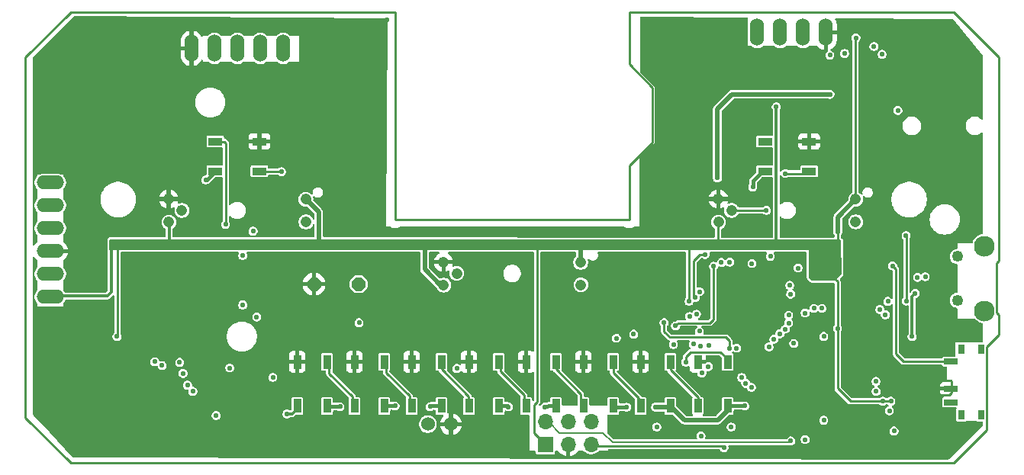
<source format=gbr>
%TF.GenerationSoftware,KiCad,Pcbnew,9.0.0*%
%TF.CreationDate,2025-04-22T12:37:31+01:00*%
%TF.ProjectId,FED3_v7.3,46454433-5f76-4372-9e33-2e6b69636164,rev?*%
%TF.SameCoordinates,Original*%
%TF.FileFunction,Copper,L4,Bot*%
%TF.FilePolarity,Positive*%
%FSLAX46Y46*%
G04 Gerber Fmt 4.6, Leading zero omitted, Abs format (unit mm)*
G04 Created by KiCad (PCBNEW 9.0.0) date 2025-04-22 12:37:31*
%MOMM*%
%LPD*%
G01*
G04 APERTURE LIST*
G04 Aperture macros list*
%AMOutline5P*
0 Free polygon, 5 corners , with rotation*
0 The origin of the aperture is its center*
0 number of corners: always 5*
0 $1 to $10 corner X, Y*
0 $11 Rotation angle, in degrees counterclockwise*
0 create outline with 5 corners*
4,1,5,$1,$2,$3,$4,$5,$6,$7,$8,$9,$10,$1,$2,$11*%
%AMOutline6P*
0 Free polygon, 6 corners , with rotation*
0 The origin of the aperture is its center*
0 number of corners: always 6*
0 $1 to $12 corner X, Y*
0 $13 Rotation angle, in degrees counterclockwise*
0 create outline with 6 corners*
4,1,6,$1,$2,$3,$4,$5,$6,$7,$8,$9,$10,$11,$12,$1,$2,$13*%
%AMOutline7P*
0 Free polygon, 7 corners , with rotation*
0 The origin of the aperture is its center*
0 number of corners: always 7*
0 $1 to $14 corner X, Y*
0 $15 Rotation angle, in degrees counterclockwise*
0 create outline with 7 corners*
4,1,7,$1,$2,$3,$4,$5,$6,$7,$8,$9,$10,$11,$12,$13,$14,$1,$2,$15*%
%AMOutline8P*
0 Free polygon, 8 corners , with rotation*
0 The origin of the aperture is its center*
0 number of corners: always 8*
0 $1 to $16 corner X, Y*
0 $17 Rotation angle, in degrees counterclockwise*
0 create outline with 8 corners*
4,1,8,$1,$2,$3,$4,$5,$6,$7,$8,$9,$10,$11,$12,$13,$14,$15,$16,$1,$2,$17*%
G04 Aperture macros list end*
%TA.AperFunction,ComponentPad*%
%ADD10O,3.048000X1.524000*%
%TD*%
%TA.AperFunction,ComponentPad*%
%ADD11R,1.700000X1.700000*%
%TD*%
%TA.AperFunction,ComponentPad*%
%ADD12O,1.700000X1.700000*%
%TD*%
%TA.AperFunction,ComponentPad*%
%ADD13O,1.524000X3.048000*%
%TD*%
%TA.AperFunction,ComponentPad*%
%ADD14C,1.524000*%
%TD*%
%TA.AperFunction,ComponentPad*%
%ADD15C,2.300000*%
%TD*%
%TA.AperFunction,ComponentPad*%
%ADD16C,1.250000*%
%TD*%
%TA.AperFunction,ComponentPad*%
%ADD17Outline8P,-0.762000X0.315631X-0.315631X0.762000X0.315631X0.762000X0.762000X0.315631X0.762000X-0.315631X0.315631X-0.762000X-0.315631X-0.762000X-0.762000X-0.315631X180.000000*%
%TD*%
%TA.AperFunction,SMDPad,CuDef*%
%ADD18R,1.500000X0.900000*%
%TD*%
%TA.AperFunction,SMDPad,CuDef*%
%ADD19R,0.900000X1.500000*%
%TD*%
%TA.AperFunction,SMDPad,CuDef*%
%ADD20R,1.500000X0.700000*%
%TD*%
%TA.AperFunction,SMDPad,CuDef*%
%ADD21R,0.800000X1.000000*%
%TD*%
%TA.AperFunction,ComponentPad*%
%ADD22C,1.208000*%
%TD*%
%TA.AperFunction,ViaPad*%
%ADD23C,0.550000*%
%TD*%
%TA.AperFunction,ViaPad*%
%ADD24C,0.600000*%
%TD*%
%TA.AperFunction,ViaPad*%
%ADD25C,0.700000*%
%TD*%
%TA.AperFunction,Conductor*%
%ADD26C,0.250000*%
%TD*%
%TA.AperFunction,Conductor*%
%ADD27C,0.508000*%
%TD*%
%TA.AperFunction,Conductor*%
%ADD28C,0.254000*%
%TD*%
%TA.AperFunction,Conductor*%
%ADD29C,0.220000*%
%TD*%
%TA.AperFunction,Conductor*%
%ADD30C,0.300000*%
%TD*%
%TA.AperFunction,Conductor*%
%ADD31C,0.406400*%
%TD*%
%TA.AperFunction,Conductor*%
%ADD32C,0.230000*%
%TD*%
%TA.AperFunction,Conductor*%
%ADD33C,0.210000*%
%TD*%
%TA.AperFunction,Profile*%
%ADD34C,0.250000*%
%TD*%
G04 APERTURE END LIST*
D10*
%TO.P,SCREEN0,1,Pin_1*%
%TO.N,D10*%
X97251100Y-98903600D03*
%TO.P,SCREEN0,2,Pin_2*%
%TO.N,D11*%
X97251100Y-101443600D03*
%TO.P,SCREEN0,3,Pin_3*%
%TO.N,D12*%
X97251100Y-103983600D03*
%TO.P,SCREEN0,4,Pin_4*%
%TO.N,GND*%
X97251100Y-106523600D03*
%TO.P,SCREEN0,5,Pin_5*%
%TO.N,unconnected-(SCREEN0-Pin_5-Pad5)*%
X97251100Y-109063600D03*
%TO.P,SCREEN0,6,Pin_6*%
%TO.N,+3V3*%
X97251100Y-111603600D03*
%TD*%
D11*
%TO.P,J1,1,Pin_1*%
%TO.N,+3V3*%
X152175000Y-128015000D03*
D12*
%TO.P,J1,2,Pin_2*%
%TO.N,~{RESET}*%
X152175000Y-125475000D03*
%TO.P,J1,3,Pin_3*%
%TO.N,GND*%
X154715000Y-128015000D03*
%TO.P,J1,4,Pin_4*%
%TO.N,/controler stage/SWDIO*%
X154715000Y-125475000D03*
%TO.P,J1,5,Pin_5*%
%TO.N,/controler stage/SWCLK*%
X157255000Y-128015000D03*
%TO.P,J1,6,Pin_6*%
%TO.N,unconnected-(J1-Pin_6-Pad6)*%
X157255000Y-125475000D03*
%TD*%
D13*
%TO.P,AUX_I2C0,1,Pin_1*%
%TO.N,+3V3*%
X175691100Y-82225600D03*
%TO.P,AUX_I2C0,2,Pin_2*%
%TO.N,SCL*%
X178231100Y-82225600D03*
%TO.P,AUX_I2C0,3,Pin_3*%
%TO.N,SDA*%
X180771100Y-82225600D03*
%TO.P,AUX_I2C0,4,Pin_4*%
%TO.N,GND*%
X183311100Y-82225600D03*
%TD*%
D14*
%TO.P,X5,1,Pin_1*%
%TO.N,GND*%
X141694300Y-125736400D03*
%TO.P,X5,2,Pin_2*%
%TO.N,VBat*%
X139154300Y-125736400D03*
%TD*%
D15*
%TO.P,USB0,SHIELD_1,P$2*%
%TO.N,unconnected-(USB0-P$2-PadSHIELD_1)*%
X200900000Y-113150000D03*
%TO.P,USB0,SHIELD_2,P$3*%
%TO.N,unconnected-(USB0-P$3-PadSHIELD_2)*%
X200900000Y-105950000D03*
D16*
%TO.P,USB0,SHIELD_3,P$1*%
%TO.N,unconnected-(USB0-P$1-PadSHIELD_3)*%
X197900000Y-107125000D03*
%TO.P,USB0,SHIELD_4,P$4*%
%TO.N,unconnected-(USB0-P$4-PadSHIELD_4)*%
X197900000Y-111975000D03*
%TD*%
D17*
%TO.P,BZ1,1,+*%
%TO.N,RX*%
X131459200Y-110180000D03*
%TO.P,BZ1,2,-*%
%TO.N,GND*%
X126510000Y-110180000D03*
%TD*%
D13*
%TO.P,MOTOR0,1,Pin_1*%
%TO.N,GND*%
X112921100Y-84003600D03*
%TO.P,MOTOR0,2,Pin_2*%
%TO.N,/ORANGE*%
X115461100Y-84003600D03*
%TO.P,MOTOR0,3,Pin_3*%
%TO.N,/YELLOW*%
X118001100Y-84003600D03*
%TO.P,MOTOR0,4,Pin_4*%
%TO.N,/PINK*%
X120541100Y-84003600D03*
%TO.P,MOTOR0,5,Pin_5*%
%TO.N,/BLUE*%
X123081100Y-84003600D03*
%TD*%
D18*
%TO.P,LED10,1-VDD,VDD*%
%TO.N,/IOs Interface/VCCNEO*%
X176551100Y-97650400D03*
%TO.P,LED10,2-DOUT,DO*%
%TO.N,unconnected-(LED10-DO-Pad2-DOUT)*%
X176551100Y-94350400D03*
%TO.P,LED10,3-GND,GND*%
%TO.N,GND*%
X181451100Y-94350400D03*
%TO.P,LED10,4-DIN,DI*%
%TO.N,Net-(LED10-DI)*%
X181451100Y-97650400D03*
%TD*%
D19*
%TO.P,LED4,1-VDD,VDD*%
%TO.N,/IOs Interface/VCCNEO*%
X153351900Y-123716000D03*
%TO.P,LED4,2-DOUT,DO*%
%TO.N,Net-(LED4-DO)*%
X150051900Y-123716000D03*
%TO.P,LED4,3-GND,GND*%
%TO.N,GND*%
X150051900Y-118816000D03*
%TO.P,LED4,4-DIN,DI*%
%TO.N,Net-(LED3-DO)*%
X153351900Y-118816000D03*
%TD*%
D20*
%TO.P,SW1,1,1*%
%TO.N,/EN*%
X197200000Y-118800000D03*
%TO.P,SW1,2,2*%
%TO.N,GND*%
X197200000Y-121800000D03*
%TO.P,SW1,3,3*%
%TO.N,unconnected-(SW1-Pad3)*%
X197200000Y-123300000D03*
D21*
%TO.P,SW1,SHIELD@1,SHIELD@1*%
%TO.N,unconnected-(SW1-PadSHIELD@1)*%
X198350000Y-117400000D03*
%TO.P,SW1,SHIELD@2,SHIELD@2*%
%TO.N,unconnected-(SW1-PadSHIELD@2)*%
X200550000Y-117400000D03*
%TO.P,SW1,SHIELD@3,SHIELD@3*%
%TO.N,unconnected-(SW1-PadSHIELD@3)*%
X200550000Y-124700000D03*
%TO.P,SW1,SHIELD@4,SHIELD@4*%
%TO.N,unconnected-(SW1-PadSHIELD@4)*%
X198350000Y-124700000D03*
%TD*%
D18*
%TO.P,LED9,1-VDD,VDD*%
%TO.N,/IOs Interface/VCCNEO*%
X115551100Y-97650400D03*
%TO.P,LED9,2-DOUT,DO*%
%TO.N,Net-(LED10-DI)*%
X115551100Y-94350400D03*
%TO.P,LED9,3-GND,GND*%
%TO.N,GND*%
X120451100Y-94350400D03*
%TO.P,LED9,4-DIN,DI*%
%TO.N,Net-(LED8-DO)*%
X120451100Y-97650400D03*
%TD*%
D19*
%TO.P,LED8,1-VDD,VDD*%
%TO.N,/IOs Interface/VCCNEO*%
X127951900Y-123716000D03*
%TO.P,LED8,2-DOUT,DO*%
%TO.N,Net-(LED8-DO)*%
X124651900Y-123716000D03*
%TO.P,LED8,3-GND,GND*%
%TO.N,GND*%
X124651900Y-118816000D03*
%TO.P,LED8,4-DIN,DI*%
%TO.N,Net-(LED7-DO)*%
X127951900Y-118816000D03*
%TD*%
%TO.P,LED3,1-VDD,VDD*%
%TO.N,/IOs Interface/VCCNEO*%
X159701900Y-123716000D03*
%TO.P,LED3,2-DOUT,DO*%
%TO.N,Net-(LED3-DO)*%
X156401900Y-123716000D03*
%TO.P,LED3,3-GND,GND*%
%TO.N,GND*%
X156401900Y-118816000D03*
%TO.P,LED3,4-DIN,DI*%
%TO.N,Net-(LED2-DO)*%
X159701900Y-118816000D03*
%TD*%
%TO.P,LED1,1-VDD,VDD*%
%TO.N,/IOs Interface/VCCNEO*%
X172401900Y-123716000D03*
%TO.P,LED1,2-DOUT,DO*%
%TO.N,Net-(LED1-DO)*%
X169101900Y-123716000D03*
%TO.P,LED1,3-GND,GND*%
%TO.N,GND*%
X169101900Y-118816000D03*
%TO.P,LED1,4-DIN,DI*%
%TO.N,Net-(LED1-DI)*%
X172401900Y-118816000D03*
%TD*%
D22*
%TO.P,PI3,1,1*%
%TO.N,+3V3*%
X125601100Y-100763600D03*
%TO.P,PI3,2,2*%
%TO.N,Net-(PI3-Pad2)*%
X125621100Y-103273600D03*
%TO.P,PI3,3,3*%
%TO.N,+3V3*%
X110401100Y-103303600D03*
%TO.P,PI3,4,4*%
%TO.N,D5*%
X111851100Y-102003600D03*
%TO.P,PI3,5,5*%
%TO.N,GND*%
X110381100Y-100733600D03*
%TD*%
%TO.P,PI1,1,1*%
%TO.N,+3V3*%
X186601100Y-100763600D03*
%TO.P,PI1,2,2*%
%TO.N,Net-(PI1-Pad2)*%
X186621100Y-103273600D03*
%TO.P,PI1,3,3*%
%TO.N,+3V3*%
X171401100Y-103303600D03*
%TO.P,PI1,4,4*%
%TO.N,D6*%
X172851100Y-102003600D03*
%TO.P,PI1,5,5*%
%TO.N,GND*%
X171381100Y-100733600D03*
%TD*%
%TO.P,PI2,1,1*%
%TO.N,+3V3*%
X156101100Y-107763600D03*
%TO.P,PI2,2,2*%
%TO.N,Net-(PI2-Pad2)*%
X156121100Y-110273600D03*
%TO.P,PI2,3,3*%
%TO.N,+3V3*%
X140901100Y-110303600D03*
%TO.P,PI2,4,4*%
%TO.N,TX*%
X142351100Y-109003600D03*
%TO.P,PI2,5,5*%
%TO.N,GND*%
X140881100Y-107733600D03*
%TD*%
D19*
%TO.P,LED2,1-VDD,VDD*%
%TO.N,/IOs Interface/VCCNEO*%
X166051900Y-123716000D03*
%TO.P,LED2,2-DOUT,DO*%
%TO.N,Net-(LED2-DO)*%
X162751900Y-123716000D03*
%TO.P,LED2,3-GND,GND*%
%TO.N,GND*%
X162751900Y-118816000D03*
%TO.P,LED2,4-DIN,DI*%
%TO.N,Net-(LED1-DO)*%
X166051900Y-118816000D03*
%TD*%
%TO.P,LED6,1-VDD,VDD*%
%TO.N,/IOs Interface/VCCNEO*%
X140651900Y-123716000D03*
%TO.P,LED6,2-DOUT,DO*%
%TO.N,Net-(LED6-DO)*%
X137351900Y-123716000D03*
%TO.P,LED6,3-GND,GND*%
%TO.N,GND*%
X137351900Y-118816000D03*
%TO.P,LED6,4-DIN,DI*%
%TO.N,Net-(LED5-DO)*%
X140651900Y-118816000D03*
%TD*%
%TO.P,LED7,1-VDD,VDD*%
%TO.N,/IOs Interface/VCCNEO*%
X134301900Y-123716000D03*
%TO.P,LED7,2-DOUT,DO*%
%TO.N,Net-(LED7-DO)*%
X131001900Y-123716000D03*
%TO.P,LED7,3-GND,GND*%
%TO.N,GND*%
X131001900Y-118816000D03*
%TO.P,LED7,4-DIN,DI*%
%TO.N,Net-(LED6-DO)*%
X134301900Y-118816000D03*
%TD*%
%TO.P,LED5,1-VDD,VDD*%
%TO.N,/IOs Interface/VCCNEO*%
X147001900Y-123716000D03*
%TO.P,LED5,2-DOUT,DO*%
%TO.N,Net-(LED5-DO)*%
X143701900Y-123716000D03*
%TO.P,LED5,3-GND,GND*%
%TO.N,GND*%
X143701900Y-118816000D03*
%TO.P,LED5,4-DIN,DI*%
%TO.N,Net-(LED4-DO)*%
X147001900Y-118816000D03*
%TD*%
D23*
%TO.N,GND*%
X197034500Y-90526000D03*
X185700000Y-117350000D03*
X163750000Y-86250000D03*
X162775000Y-108925000D03*
X138025000Y-112425000D03*
X128500000Y-122175000D03*
X117300000Y-86600000D03*
X108825000Y-94375000D03*
X197410000Y-124400000D03*
X178700000Y-104025000D03*
X185700000Y-127350000D03*
X174625000Y-126850000D03*
X110525000Y-112900000D03*
X109000000Y-108700000D03*
X187250000Y-108300000D03*
X188975000Y-127500000D03*
X199075000Y-126750000D03*
X162925000Y-120900000D03*
X145300000Y-119500000D03*
X186975000Y-106000000D03*
X128083100Y-94833000D03*
X194540000Y-115300000D03*
X174925000Y-114575000D03*
D24*
X155050000Y-112200000D03*
D23*
X114550000Y-112050000D03*
X112075000Y-114975000D03*
X125200000Y-125100000D03*
X145100000Y-125800000D03*
X173150000Y-114500000D03*
X160300000Y-129050000D03*
X112225000Y-108875000D03*
X137400000Y-120600000D03*
X187900000Y-89425000D03*
X161250000Y-119500000D03*
D24*
X158600000Y-115000000D03*
D23*
X184900000Y-88450000D03*
X198425000Y-115325000D03*
X97025000Y-86825000D03*
X193600000Y-128500000D03*
X103725000Y-88225000D03*
X177875000Y-123125000D03*
X179951900Y-91029400D03*
X184775000Y-124400000D03*
X185950000Y-98200000D03*
X177050000Y-95825000D03*
X112675000Y-123250000D03*
X122000000Y-98750000D03*
X182275000Y-115400000D03*
X152700000Y-108700000D03*
X133283100Y-86415600D03*
X175735500Y-91029400D03*
X143700000Y-112250000D03*
X158595000Y-112335000D03*
X182300000Y-122900000D03*
X103725000Y-98300000D03*
X166700000Y-103700000D03*
X161125000Y-122900000D03*
X98815300Y-96778800D03*
X105475000Y-83975000D03*
X129175000Y-100975000D03*
X174000000Y-96000000D03*
X122225000Y-112425000D03*
X113900000Y-129000000D03*
X196340000Y-120170000D03*
X124700000Y-120600000D03*
X169375000Y-109000000D03*
X149650000Y-120850000D03*
X194350000Y-125375000D03*
X118575000Y-126050000D03*
X126600000Y-86600000D03*
X167350000Y-123225000D03*
X196325000Y-108950000D03*
X126250000Y-80900000D03*
X132200000Y-125000000D03*
X183750000Y-118700000D03*
X134600000Y-80800000D03*
X110775000Y-120000000D03*
X133750000Y-103050000D03*
X163400000Y-81300000D03*
X173200000Y-110700000D03*
X197799100Y-82351600D03*
X119750000Y-99750000D03*
X159225000Y-108950000D03*
X100263100Y-81589600D03*
X131025000Y-106900000D03*
X111800000Y-97900000D03*
X113325000Y-80800000D03*
X191000000Y-97200000D03*
X111900000Y-126000000D03*
X131000000Y-98000000D03*
X128800000Y-127200000D03*
X161950000Y-126100000D03*
X189400000Y-119550000D03*
X152025000Y-119475000D03*
X196530000Y-113360000D03*
X166998986Y-112533874D03*
X99550000Y-105450000D03*
X124300000Y-86400000D03*
X137395300Y-109245800D03*
X95713900Y-117221400D03*
X116600000Y-127600000D03*
X139000000Y-127775000D03*
X131100000Y-120600000D03*
X155075000Y-122900000D03*
X119400000Y-108400000D03*
X186800000Y-81300000D03*
X178925000Y-107200000D03*
X148325000Y-122475000D03*
X148550000Y-129125000D03*
X165800000Y-106975000D03*
X133050000Y-111550000D03*
X105400000Y-122800000D03*
X141875000Y-122500000D03*
X154925000Y-119475000D03*
X107600000Y-128800000D03*
X127850000Y-114400000D03*
X174150000Y-103275000D03*
X173475000Y-128925000D03*
X144761300Y-108509200D03*
X108000000Y-112300000D03*
X104600000Y-118900000D03*
X122100000Y-107900000D03*
X111693100Y-87050600D03*
X123000000Y-127200000D03*
X192660000Y-117600000D03*
X101725000Y-110225000D03*
X186691186Y-111200543D03*
X114400000Y-115200000D03*
X145425000Y-129125000D03*
X117900000Y-109900000D03*
X134625000Y-121450000D03*
X189950000Y-115200000D03*
X157725000Y-121875000D03*
X111693100Y-91495600D03*
X184969500Y-93142200D03*
X115200000Y-122300000D03*
X97977100Y-126547600D03*
X134000000Y-94500000D03*
X117000000Y-113800000D03*
X121300000Y-86600000D03*
X109050000Y-122525000D03*
X95691100Y-94289600D03*
X163500000Y-96500000D03*
X98253900Y-122047400D03*
X175016099Y-111300819D03*
X173800000Y-121900000D03*
X115950000Y-103100000D03*
X149875000Y-125650000D03*
X200150000Y-99975000D03*
X174725000Y-124725000D03*
X176903900Y-84171400D03*
X173691900Y-84455400D03*
X117949566Y-118995000D03*
X170775000Y-123250000D03*
X163509100Y-102671600D03*
X190900000Y-125400000D03*
X101475000Y-92175000D03*
D25*
%TO.N,+3V3*%
X183700000Y-109000000D03*
D23*
X174800000Y-106000000D03*
X184625000Y-104375000D03*
X116650000Y-105900000D03*
X177800000Y-90500000D03*
X184600000Y-115100000D03*
X192230000Y-112070000D03*
X104650000Y-116000000D03*
X168120000Y-112081102D03*
D25*
X181900000Y-109180000D03*
D23*
X173400000Y-117299813D03*
X186645600Y-82840000D03*
X190525000Y-123200000D03*
X115650000Y-124775000D03*
X172625000Y-105775000D03*
X189625000Y-123200000D03*
X192200000Y-104800000D03*
%TO.N,/IOs Interface/VCCNEO*%
X152159100Y-123816200D03*
X114500000Y-98620000D03*
X148095100Y-123816200D03*
X135500000Y-123716000D03*
X139400000Y-123800000D03*
X121950000Y-120550000D03*
X164400000Y-123841600D03*
X129400000Y-123800000D03*
X175200000Y-99400000D03*
X161200000Y-123850000D03*
X174300000Y-123716000D03*
%TO.N,/EN*%
X190700000Y-108150000D03*
%TO.N,Net-(LED1-DI)*%
X167775000Y-118850000D03*
%TO.N,Net-(LED8-DO)*%
X122900000Y-97700000D03*
X123500000Y-124600000D03*
%TO.N,Net-(LED10-DI)*%
X116700000Y-103550000D03*
X178800000Y-97900000D03*
%TO.N,SCL*%
X183750000Y-84750000D03*
X189300000Y-113000000D03*
X182850000Y-112880000D03*
X188635600Y-83800000D03*
%TO.N,SDA*%
X185380000Y-84570000D03*
X181975000Y-112880000D03*
X189900000Y-113600000D03*
X189547800Y-84672200D03*
%TO.N,D11*%
X177550000Y-116300000D03*
X177150000Y-107100000D03*
%TO.N,D10*%
X120150000Y-113830000D03*
X178809985Y-115174790D03*
X119750000Y-104300000D03*
%TO.N,VUSB*%
X183070000Y-116000000D03*
X172800000Y-126050000D03*
X193225000Y-111225000D03*
X192875000Y-116000000D03*
X183070000Y-125300000D03*
%TO.N,RX*%
X172615854Y-117309459D03*
X165350000Y-114475000D03*
X131505030Y-114475628D03*
%TO.N,A0*%
X191300000Y-90900000D03*
X190200000Y-112100000D03*
X169300000Y-111025000D03*
%TO.N,TX*%
X142350000Y-119550000D03*
X170250000Y-119350000D03*
%TO.N,D6*%
X176700000Y-102000000D03*
X179178408Y-113644953D03*
%TO.N,D5*%
X113075000Y-122100000D03*
X177000000Y-117147512D03*
%TO.N,D13*%
X178205779Y-115700000D03*
X117150000Y-119495000D03*
X111600000Y-118875000D03*
X160060000Y-116200000D03*
%TO.N,D12*%
X118600000Y-112500000D03*
X179174262Y-114496407D03*
X118600000Y-107000000D03*
%TO.N,/controler stage/AREF*%
X168795000Y-111690000D03*
X169900000Y-106900000D03*
%TO.N,D8*%
X169270000Y-115425000D03*
X161977136Y-115748717D03*
%TO.N,~{RESET}*%
X179750000Y-116775000D03*
X180225000Y-108400000D03*
X179400000Y-127600000D03*
X175100000Y-107900000D03*
%TO.N,/controler stage/SWCLK*%
X172650000Y-107750000D03*
X172000000Y-128350000D03*
%TO.N,/controler stage/SWDIO*%
X169450000Y-127050000D03*
X171712500Y-107787500D03*
%TO.N,SCK*%
X190350000Y-124250000D03*
X174400000Y-121200000D03*
%TO.N,MOSI*%
X188875000Y-122100000D03*
X173972880Y-120559319D03*
%TO.N,D7*%
X181000000Y-113400000D03*
X181000000Y-127450000D03*
%TO.N,D+*%
X193469016Y-109447664D03*
X179300000Y-110325000D03*
%TO.N,D-*%
X194337812Y-109370528D03*
X179400000Y-111300000D03*
%TO.N,MISO*%
X175050000Y-121650000D03*
X190875000Y-126500000D03*
%TO.N,SD_CS*%
X169553453Y-120060999D03*
X188865168Y-121000000D03*
%TO.N,A2*%
X168950000Y-113525000D03*
X169356276Y-117097000D03*
X112475000Y-121400000D03*
%TO.N,A5*%
X166625000Y-114825000D03*
X108850000Y-118800000D03*
X170850000Y-108200000D03*
%TO.N,A4*%
X168625143Y-116855457D03*
X109650000Y-119225000D03*
%TO.N,A3*%
X166400000Y-116900000D03*
X168200000Y-113775000D03*
X111975000Y-120100000D03*
%TO.N,D9*%
X170300000Y-117000000D03*
X164550000Y-126050000D03*
%TO.N,Net-(IC4-VBAT)*%
X183759600Y-89109600D03*
X171259900Y-98406000D03*
%TD*%
D26*
%TO.N,GND*%
X197250000Y-121000000D02*
X197123303Y-120873303D01*
X197123303Y-120873303D02*
X195740000Y-120873303D01*
X197250000Y-122250000D02*
X197000000Y-122500000D01*
X197250000Y-121800000D02*
X197250000Y-121000000D01*
X197250000Y-121800000D02*
X197250000Y-122250000D01*
X197000000Y-122500000D02*
X195750000Y-122500000D01*
D27*
%TO.N,+3V3*%
X156100000Y-105500000D02*
X156100000Y-107762500D01*
X127050000Y-102212500D02*
X127050000Y-105600000D01*
D28*
X186601100Y-98798900D02*
X186601100Y-100763600D01*
D29*
X192200000Y-104800000D02*
X192230000Y-104830000D01*
D26*
X150925000Y-123575000D02*
X151275000Y-123225000D01*
D30*
X110431100Y-103333600D02*
X110431100Y-105400000D01*
D26*
X150925000Y-126700000D02*
X150925000Y-123575000D01*
D28*
X140901100Y-110303600D02*
X140537700Y-110303600D01*
D26*
X104650000Y-116000000D02*
X104700000Y-115950000D01*
X184600000Y-108100000D02*
X184600000Y-104400000D01*
D30*
X177800000Y-105450000D02*
X178150000Y-105800000D01*
D26*
X151275000Y-123225000D02*
X151275000Y-106175000D01*
X184600000Y-115100000D02*
X184600000Y-109900000D01*
D27*
X186601100Y-100763600D02*
X184625000Y-102739700D01*
D26*
X152315000Y-128090000D02*
X150925000Y-126700000D01*
D28*
X171317500Y-105317500D02*
X171317500Y-103525000D01*
D30*
X104000000Y-111100000D02*
X103600000Y-111500000D01*
D27*
X110401100Y-103303600D02*
X110431100Y-103333600D01*
D30*
X103600000Y-111500000D02*
X97354700Y-111500000D01*
D27*
X184625000Y-102739700D02*
X184625000Y-104375000D01*
D30*
X104000000Y-105800000D02*
X104000000Y-111100000D01*
D26*
X104700000Y-105900000D02*
X104600000Y-105800000D01*
X184600000Y-121750000D02*
X186050000Y-123200000D01*
X186050000Y-123200000D02*
X190500000Y-123200000D01*
D27*
X138800000Y-105500000D02*
X138800000Y-108565900D01*
D30*
X97354700Y-111500000D02*
X97251100Y-111603600D01*
D26*
X183700000Y-109000000D02*
X184600000Y-108100000D01*
D28*
X171650000Y-105650000D02*
X171317500Y-105317500D01*
D26*
X151275000Y-106175000D02*
X151650000Y-105800000D01*
D30*
X177800000Y-90500000D02*
X177800000Y-105450000D01*
D27*
X110401500Y-103333600D02*
X110503100Y-103333600D01*
D28*
X186600000Y-98797800D02*
X186601100Y-98798900D01*
X186600000Y-82885600D02*
X186600000Y-98797800D01*
D27*
X125601100Y-100763600D02*
X127050000Y-102212500D01*
D26*
X184600000Y-115100000D02*
X184600000Y-121750000D01*
X184600000Y-104400000D02*
X184625000Y-104375000D01*
X104700000Y-115950000D02*
X104700000Y-105900000D01*
X152445000Y-128090000D02*
X152315000Y-128090000D01*
X184600000Y-109900000D02*
X183700000Y-109000000D01*
D28*
X186645600Y-82840000D02*
X186600000Y-82885600D01*
D29*
X192230000Y-104830000D02*
X192230000Y-112070000D01*
D31*
X110503100Y-103333600D02*
X110431100Y-103333600D01*
D26*
X168120000Y-112081102D02*
X168120000Y-105800000D01*
D27*
X138800000Y-108565900D02*
X140537700Y-110303600D01*
D31*
%TO.N,/IOs Interface/VCCNEO*%
X139484000Y-123716000D02*
X140651900Y-123716000D01*
D27*
X164400000Y-123841600D02*
X166177500Y-123841600D01*
D31*
X152513300Y-123716000D02*
X152159100Y-123816200D01*
X176249600Y-97650400D02*
X176551100Y-97650400D01*
D27*
X166177500Y-123841600D02*
X167635900Y-125300000D01*
D31*
X175200000Y-99400000D02*
X175200000Y-98700000D01*
X147994900Y-123716000D02*
X148095100Y-123816200D01*
X159835900Y-123850000D02*
X161200000Y-123850000D01*
X114500000Y-98620000D02*
X114581500Y-98620000D01*
X129400000Y-123800000D02*
X128035900Y-123800000D01*
X139400000Y-123800000D02*
X139484000Y-123716000D01*
X135500000Y-123716000D02*
X134301900Y-123716000D01*
X114581500Y-98620000D02*
X115551100Y-97650400D01*
X153351900Y-123716000D02*
X152513300Y-123716000D01*
D27*
X171300000Y-125300000D02*
X172401900Y-124198100D01*
X172401900Y-124198100D02*
X172401900Y-123716000D01*
D31*
X166177500Y-123841600D02*
X166051900Y-123716000D01*
D27*
X171300000Y-125300000D02*
X167635900Y-125300000D01*
D31*
X159701900Y-123716000D02*
X159835900Y-123850000D01*
X147001900Y-123716000D02*
X147994900Y-123716000D01*
X174300000Y-123716000D02*
X172401900Y-123716000D01*
X128035900Y-123800000D02*
X127951900Y-123716000D01*
X175200000Y-98700000D02*
X176249600Y-97650400D01*
D32*
%TO.N,/EN*%
X190700000Y-108150000D02*
X191100000Y-108550000D01*
X191100000Y-108550000D02*
X191100000Y-117950000D01*
X191950000Y-118800000D02*
X197250000Y-118800000D01*
X191100000Y-117950000D02*
X191950000Y-118800000D01*
D28*
%TO.N,Net-(LED1-DI)*%
X172401900Y-118511901D02*
X172401900Y-118816000D01*
X167775000Y-118248900D02*
X168304900Y-117719000D01*
X167775000Y-118850000D02*
X167775000Y-118248900D01*
X168304900Y-117719000D02*
X171608999Y-117719000D01*
X171608999Y-117719000D02*
X172401900Y-118511901D01*
%TO.N,Net-(LED1-DO)*%
X169100000Y-122785900D02*
X169100000Y-123700000D01*
X166051900Y-118816000D02*
X166051900Y-119737800D01*
X166051900Y-119737800D02*
X169100000Y-122785900D01*
%TO.N,Net-(LED2-DO)*%
X162500000Y-123145600D02*
X162573100Y-123145600D01*
X162827100Y-123640800D02*
X162751900Y-123716000D01*
X159701900Y-118816000D02*
X159701900Y-120001900D01*
X162573100Y-123145600D02*
X162827100Y-123640800D01*
X162500000Y-122800000D02*
X162500000Y-123145600D01*
X159701900Y-120001900D02*
X162500000Y-122800000D01*
%TO.N,Net-(LED3-DO)*%
X156121500Y-122421500D02*
X156121500Y-123435600D01*
X153351900Y-119651900D02*
X156121500Y-122421500D01*
X153351900Y-118816000D02*
X153351900Y-119651900D01*
X153351900Y-118816000D02*
X153617500Y-119081600D01*
X156121500Y-123435600D02*
X156401900Y-123716000D01*
%TO.N,Net-(LED5-DO)*%
X143650100Y-122650100D02*
X143650100Y-123664200D01*
X143650100Y-123664200D02*
X143701900Y-123716000D01*
X140651900Y-119651900D02*
X143650100Y-122650100D01*
X140651900Y-118816000D02*
X140651900Y-119651900D01*
%TO.N,Net-(LED6-DO)*%
X134301900Y-118816000D02*
X134500000Y-119014100D01*
X137100000Y-122600000D02*
X137100000Y-123464100D01*
X134500000Y-120000000D02*
X137100000Y-122600000D01*
X134500000Y-119014100D02*
X134500000Y-120000000D01*
X137100000Y-123464100D02*
X137351900Y-123716000D01*
%TO.N,Net-(LED7-DO)*%
X127951900Y-118816000D02*
X128200000Y-119064100D01*
X130800000Y-122700000D02*
X130800000Y-123514100D01*
X130800000Y-123514100D02*
X131001900Y-123716000D01*
X128200000Y-119064100D02*
X128200000Y-120100000D01*
X128200000Y-120100000D02*
X130800000Y-122700000D01*
D30*
%TO.N,Net-(LED8-DO)*%
X123500000Y-124600000D02*
X124075000Y-124600000D01*
D28*
X120416700Y-97700000D02*
X120409100Y-97692400D01*
D30*
X124075000Y-124600000D02*
X124651900Y-124023100D01*
X124651900Y-124023100D02*
X124651900Y-123716000D01*
D28*
X122900000Y-97700000D02*
X120416700Y-97700000D01*
D26*
%TO.N,Net-(LED10-DI)*%
X116550400Y-94350400D02*
X115551100Y-94350400D01*
X181201500Y-97900000D02*
X181451100Y-97650400D01*
X116750000Y-94550000D02*
X116550400Y-94350400D01*
X178800000Y-97900000D02*
X181201500Y-97900000D01*
X116700000Y-103550000D02*
X116750000Y-103500000D01*
X116750000Y-103500000D02*
X116750000Y-94550000D01*
D30*
%TO.N,VUSB*%
X192875000Y-111575000D02*
X193225000Y-111225000D01*
X192875000Y-116000000D02*
X192875000Y-111575000D01*
D29*
%TO.N,RX*%
X172200000Y-116100000D02*
X166000000Y-116100000D01*
X165350000Y-115450000D02*
X165350000Y-114475000D01*
X172615854Y-117309459D02*
X172615854Y-116515854D01*
X166000000Y-116100000D02*
X165350000Y-115450000D01*
X172615854Y-116515854D02*
X172200000Y-116100000D01*
%TO.N,D6*%
X176700000Y-102000000D02*
X176696400Y-102003600D01*
X176696400Y-102003600D02*
X172851100Y-102003600D01*
D28*
%TO.N,Net-(LED4-DO)*%
X147200000Y-119900000D02*
X149800000Y-122500000D01*
D31*
X146825100Y-118992800D02*
X146825100Y-119081600D01*
D28*
X149800000Y-123464100D02*
X150051900Y-123716000D01*
X147200000Y-119456500D02*
X147200000Y-119900000D01*
X149800000Y-122500000D02*
X149800000Y-123464100D01*
D31*
X147001900Y-118816000D02*
X146825100Y-118992800D01*
D28*
X146825100Y-119081600D02*
X147200000Y-119456500D01*
D29*
%TO.N,/controler stage/AREF*%
X168625000Y-107625000D02*
X168625000Y-111520000D01*
X169900000Y-106900000D02*
X169350000Y-106900000D01*
X169350000Y-106900000D02*
X168625000Y-107625000D01*
X168625000Y-111520000D02*
X168795000Y-111690000D01*
D33*
%TO.N,~{RESET}*%
X152600000Y-125550000D02*
X153750000Y-126700000D01*
X179250000Y-127750000D02*
X179400000Y-127600000D01*
X152445000Y-125550000D02*
X152600000Y-125550000D01*
X159625000Y-127750000D02*
X179250000Y-127750000D01*
X153750000Y-126700000D02*
X158575000Y-126700000D01*
X158575000Y-126700000D02*
X159625000Y-127750000D01*
D29*
%TO.N,/controler stage/SWCLK*%
X172000000Y-128350000D02*
X171854393Y-128204393D01*
X171854393Y-128204393D02*
X157789393Y-128204393D01*
X157650000Y-128065000D02*
X157650000Y-127965000D01*
X157650000Y-127965000D02*
X157525000Y-128090000D01*
X157789393Y-128204393D02*
X157650000Y-128065000D01*
%TO.N,A5*%
X170850000Y-114075000D02*
X170425000Y-114500000D01*
X166950000Y-114500000D02*
X166625000Y-114825000D01*
X170425000Y-114500000D02*
X166950000Y-114500000D01*
X170850000Y-108200000D02*
X170850000Y-114075000D01*
D27*
%TO.N,Net-(IC4-VBAT)*%
X183759600Y-89109600D02*
X172890400Y-89109600D01*
X172890400Y-89109600D02*
X171259900Y-90740100D01*
X171259900Y-90740100D02*
X171259900Y-98406000D01*
%TD*%
%TA.AperFunction,Conductor*%
%TO.N,GND*%
G36*
X134578699Y-80692823D02*
G01*
X134637680Y-80712492D01*
X134673836Y-80763073D01*
X134678519Y-80794201D01*
X134499999Y-103799999D01*
X134500000Y-103800000D01*
X134916272Y-103800369D01*
X134972067Y-103817322D01*
X134983558Y-103825000D01*
X135041389Y-103863642D01*
X135041393Y-103863644D01*
X135041396Y-103863646D01*
X135097372Y-103886832D01*
X135218013Y-103936803D01*
X135218014Y-103936803D01*
X135218016Y-103936804D01*
X135405514Y-103974100D01*
X135405515Y-103974100D01*
X135596685Y-103974100D01*
X135596686Y-103974100D01*
X135784184Y-103936804D01*
X135960804Y-103863646D01*
X136028579Y-103818360D01*
X136084556Y-103801407D01*
X160950874Y-103823491D01*
X161006671Y-103840443D01*
X161041396Y-103863646D01*
X161041397Y-103863646D01*
X161041398Y-103863647D01*
X161218013Y-103936803D01*
X161218014Y-103936803D01*
X161218016Y-103936804D01*
X161405514Y-103974100D01*
X161405515Y-103974100D01*
X161596685Y-103974100D01*
X161596686Y-103974100D01*
X161784184Y-103936804D01*
X161960804Y-103863646D01*
X161994065Y-103841422D01*
X162050044Y-103824467D01*
X162650000Y-103825000D01*
X162653258Y-100505399D01*
X170345317Y-100505399D01*
X170345318Y-100505400D01*
X171114325Y-100505400D01*
X171101030Y-100518695D01*
X171054952Y-100598505D01*
X171031100Y-100687522D01*
X171031100Y-100779678D01*
X171054952Y-100868695D01*
X171101030Y-100948505D01*
X171114325Y-100961800D01*
X170345317Y-100961800D01*
X170361450Y-101042909D01*
X170441384Y-101235883D01*
X170441388Y-101235892D01*
X170557434Y-101409566D01*
X170557434Y-101409567D01*
X170705132Y-101557265D01*
X170878807Y-101673311D01*
X170878816Y-101673315D01*
X171071790Y-101753249D01*
X171152900Y-101769382D01*
X171152900Y-101000375D01*
X171166195Y-101013670D01*
X171246005Y-101059748D01*
X171335022Y-101083600D01*
X171427178Y-101083600D01*
X171516195Y-101059748D01*
X171596005Y-101013670D01*
X171609300Y-101000375D01*
X171609300Y-101769381D01*
X171690409Y-101753249D01*
X171690410Y-101753249D01*
X171883383Y-101673315D01*
X171883389Y-101673313D01*
X171903750Y-101659708D01*
X171963590Y-101642830D01*
X172021921Y-101664349D01*
X172056464Y-101716044D01*
X172058309Y-101762979D01*
X172031094Y-101899800D01*
X172026600Y-101922394D01*
X172026600Y-102084806D01*
X172032944Y-102116700D01*
X172058284Y-102244096D01*
X172120436Y-102394143D01*
X172120437Y-102394146D01*
X172130392Y-102409044D01*
X172210669Y-102529188D01*
X172325512Y-102644031D01*
X172460553Y-102734262D01*
X172610602Y-102796415D01*
X172769894Y-102828100D01*
X172769895Y-102828100D01*
X172932305Y-102828100D01*
X172932306Y-102828100D01*
X173091598Y-102796415D01*
X173241647Y-102734262D01*
X173376688Y-102644031D01*
X173491531Y-102529188D01*
X173581762Y-102394147D01*
X173581763Y-102394143D01*
X173581767Y-102394138D01*
X173584093Y-102389788D01*
X173585665Y-102390628D01*
X173621305Y-102348916D01*
X173673854Y-102334100D01*
X176291687Y-102334100D01*
X176350818Y-102353313D01*
X176362822Y-102363565D01*
X176395756Y-102396499D01*
X176489659Y-102450714D01*
X176508746Y-102461734D01*
X176634760Y-102495499D01*
X176634764Y-102495499D01*
X176634766Y-102495500D01*
X176634768Y-102495500D01*
X176765232Y-102495500D01*
X176765234Y-102495500D01*
X176765236Y-102495499D01*
X176765239Y-102495499D01*
X176891252Y-102461734D01*
X176891253Y-102461734D01*
X176891253Y-102461733D01*
X176891256Y-102461733D01*
X177004244Y-102396499D01*
X177096499Y-102304244D01*
X177161733Y-102191256D01*
X177181710Y-102116700D01*
X177195499Y-102065239D01*
X177195500Y-102065232D01*
X177195500Y-101934767D01*
X177195499Y-101934760D01*
X177161734Y-101808747D01*
X177161734Y-101808746D01*
X177139007Y-101769382D01*
X177096499Y-101695756D01*
X177004244Y-101603501D01*
X176894895Y-101540368D01*
X176891253Y-101538265D01*
X176765239Y-101504500D01*
X176765234Y-101504500D01*
X176634766Y-101504500D01*
X176634760Y-101504500D01*
X176508747Y-101538265D01*
X176508746Y-101538265D01*
X176395753Y-101603503D01*
X176355622Y-101643635D01*
X176300224Y-101671861D01*
X176284487Y-101673100D01*
X173673854Y-101673100D01*
X173614723Y-101653887D01*
X173585408Y-101616708D01*
X173584093Y-101617412D01*
X173581767Y-101613061D01*
X173581762Y-101613053D01*
X173491531Y-101478012D01*
X173376688Y-101363169D01*
X173267137Y-101289970D01*
X173241646Y-101272937D01*
X173241643Y-101272936D01*
X173111032Y-101218835D01*
X173091598Y-101210785D01*
X173091596Y-101210784D01*
X173091597Y-101210784D01*
X172963990Y-101185402D01*
X172932306Y-101179100D01*
X172769894Y-101179100D01*
X172747315Y-101183591D01*
X172610606Y-101210783D01*
X172497730Y-101257538D01*
X172435748Y-101262415D01*
X172382736Y-101229929D01*
X172358943Y-101172487D01*
X172366291Y-101126096D01*
X172400749Y-101042907D01*
X172416883Y-100961800D01*
X171647875Y-100961800D01*
X171661170Y-100948505D01*
X171707248Y-100868695D01*
X171731100Y-100779678D01*
X171731100Y-100687522D01*
X171707248Y-100598505D01*
X171661170Y-100518695D01*
X171647875Y-100505400D01*
X172416882Y-100505400D01*
X172416882Y-100505399D01*
X172400749Y-100424290D01*
X172320815Y-100231316D01*
X172320811Y-100231307D01*
X172204765Y-100057633D01*
X172204765Y-100057632D01*
X172057067Y-99909934D01*
X171883392Y-99793888D01*
X171883383Y-99793884D01*
X171690409Y-99713950D01*
X171609300Y-99697817D01*
X171609300Y-100466825D01*
X171596005Y-100453530D01*
X171516195Y-100407452D01*
X171427178Y-100383600D01*
X171335022Y-100383600D01*
X171246005Y-100407452D01*
X171166195Y-100453530D01*
X171152900Y-100466825D01*
X171152900Y-99697817D01*
X171152899Y-99697817D01*
X171071790Y-99713950D01*
X170878816Y-99793884D01*
X170878807Y-99793888D01*
X170705133Y-99909934D01*
X170705132Y-99909934D01*
X170557434Y-100057632D01*
X170557434Y-100057633D01*
X170441388Y-100231307D01*
X170441384Y-100231316D01*
X170361450Y-100424290D01*
X170345317Y-100505399D01*
X162653258Y-100505399D01*
X162655382Y-98340766D01*
X170764400Y-98340766D01*
X170764400Y-98346410D01*
X170764400Y-98471239D01*
X170798165Y-98597252D01*
X170798165Y-98597253D01*
X170798167Y-98597256D01*
X170863401Y-98710244D01*
X170955656Y-98802499D01*
X171068644Y-98867733D01*
X171068646Y-98867734D01*
X171194660Y-98901499D01*
X171194664Y-98901499D01*
X171194666Y-98901500D01*
X171194668Y-98901500D01*
X171325132Y-98901500D01*
X171325134Y-98901500D01*
X171325136Y-98901499D01*
X171325139Y-98901499D01*
X171451152Y-98867734D01*
X171451153Y-98867734D01*
X171451153Y-98867733D01*
X171451156Y-98867733D01*
X171564144Y-98802499D01*
X171656399Y-98710244D01*
X171721633Y-98597256D01*
X171755400Y-98471234D01*
X171755400Y-98340766D01*
X171755399Y-98340764D01*
X171755399Y-98340760D01*
X171737828Y-98275184D01*
X171734400Y-98249147D01*
X171734400Y-90978314D01*
X171753613Y-90919183D01*
X171763865Y-90907179D01*
X173057479Y-89613565D01*
X173112877Y-89585339D01*
X173128614Y-89584100D01*
X183602748Y-89584100D01*
X183628785Y-89587528D01*
X183694361Y-89605099D01*
X183694363Y-89605099D01*
X183694366Y-89605100D01*
X183694368Y-89605100D01*
X183824832Y-89605100D01*
X183824834Y-89605100D01*
X183824836Y-89605099D01*
X183824839Y-89605099D01*
X183950852Y-89571334D01*
X183950853Y-89571334D01*
X183950853Y-89571333D01*
X183950856Y-89571333D01*
X184063844Y-89506099D01*
X184156099Y-89413844D01*
X184221333Y-89300856D01*
X184255100Y-89174834D01*
X184255100Y-89044366D01*
X184255099Y-89044364D01*
X184255099Y-89044360D01*
X184221334Y-88918347D01*
X184221334Y-88918346D01*
X184210629Y-88899804D01*
X184156099Y-88805356D01*
X184063844Y-88713101D01*
X183950856Y-88647867D01*
X183950853Y-88647865D01*
X183824839Y-88614100D01*
X183824834Y-88614100D01*
X183694366Y-88614100D01*
X183694361Y-88614100D01*
X183628785Y-88631672D01*
X183602748Y-88635100D01*
X172827928Y-88635100D01*
X172707246Y-88667438D01*
X172599052Y-88729904D01*
X170880204Y-90448752D01*
X170817738Y-90556946D01*
X170785400Y-90677628D01*
X170785400Y-98249147D01*
X170782379Y-98272087D01*
X170782465Y-98273269D01*
X170782225Y-98274238D01*
X170764400Y-98340766D01*
X162655382Y-98340766D01*
X162657535Y-96146846D01*
X162676805Y-96087739D01*
X162687769Y-96075055D01*
X164198401Y-94597010D01*
X164199345Y-94596620D01*
X164224010Y-94571954D01*
X164248997Y-94547507D01*
X164248997Y-94547505D01*
X164249028Y-94547476D01*
X164249259Y-94547132D01*
X164249844Y-94546267D01*
X164250100Y-94545891D01*
X164250118Y-94545846D01*
X164250120Y-94545845D01*
X164263490Y-94513565D01*
X164277197Y-94481469D01*
X164277208Y-94480450D01*
X164277600Y-94479504D01*
X164277600Y-94444513D01*
X164277980Y-94409667D01*
X164277600Y-94408720D01*
X164277600Y-88311696D01*
X164250120Y-88245355D01*
X164199345Y-88194580D01*
X162696350Y-86691584D01*
X162668124Y-86636186D01*
X162666886Y-86620367D01*
X162668465Y-85012632D01*
X162672800Y-80594824D01*
X162692071Y-80535715D01*
X162742407Y-80499219D01*
X162774121Y-80494329D01*
X174550127Y-80579201D01*
X174609116Y-80598839D01*
X174645298Y-80649401D01*
X174650000Y-80679798D01*
X174650000Y-83750000D01*
X175033143Y-83750000D01*
X175089030Y-83766952D01*
X175225712Y-83858280D01*
X175356280Y-83912363D01*
X175404512Y-83932342D01*
X175404513Y-83932342D01*
X175404515Y-83932343D01*
X175594332Y-83970100D01*
X175594333Y-83970100D01*
X175787867Y-83970100D01*
X175787868Y-83970100D01*
X175977685Y-83932343D01*
X176156488Y-83858280D01*
X176293169Y-83766952D01*
X176349057Y-83750000D01*
X177573143Y-83750000D01*
X177629030Y-83766952D01*
X177765712Y-83858280D01*
X177896280Y-83912363D01*
X177944512Y-83932342D01*
X177944513Y-83932342D01*
X177944515Y-83932343D01*
X178134332Y-83970100D01*
X178134333Y-83970100D01*
X178327867Y-83970100D01*
X178327868Y-83970100D01*
X178517685Y-83932343D01*
X178696488Y-83858280D01*
X178833169Y-83766952D01*
X178889057Y-83750000D01*
X180113143Y-83750000D01*
X180169030Y-83766952D01*
X180305712Y-83858280D01*
X180436280Y-83912363D01*
X180484512Y-83932342D01*
X180484513Y-83932342D01*
X180484515Y-83932343D01*
X180674332Y-83970100D01*
X180674333Y-83970100D01*
X180867867Y-83970100D01*
X180867868Y-83970100D01*
X181057685Y-83932343D01*
X181236488Y-83858280D01*
X181373169Y-83766952D01*
X181429057Y-83750000D01*
X182199999Y-83750000D01*
X182200000Y-83750000D01*
X182200000Y-83749999D01*
X182208796Y-83741203D01*
X182264193Y-83712976D01*
X182325602Y-83722701D01*
X182361320Y-83753206D01*
X182381758Y-83781337D01*
X182517366Y-83916945D01*
X182672516Y-84029667D01*
X182672531Y-84029677D01*
X182843395Y-84116735D01*
X182843397Y-84116736D01*
X183025781Y-84175996D01*
X183025784Y-84175997D01*
X183082900Y-84185043D01*
X183082900Y-82680437D01*
X183115019Y-82698981D01*
X183244220Y-82733600D01*
X183377980Y-82733600D01*
X183507181Y-82698981D01*
X183539300Y-82680437D01*
X183539300Y-84207045D01*
X183543500Y-84213900D01*
X183538620Y-84275883D01*
X183498240Y-84323159D01*
X183495980Y-84324503D01*
X183445757Y-84353499D01*
X183353503Y-84445753D01*
X183288265Y-84558746D01*
X183288265Y-84558747D01*
X183254500Y-84684760D01*
X183254500Y-84815239D01*
X183288265Y-84941252D01*
X183288265Y-84941253D01*
X183288267Y-84941256D01*
X183353501Y-85054244D01*
X183445756Y-85146499D01*
X183558744Y-85211733D01*
X183558746Y-85211734D01*
X183684760Y-85245499D01*
X183684764Y-85245499D01*
X183684766Y-85245500D01*
X183684768Y-85245500D01*
X183815232Y-85245500D01*
X183815234Y-85245500D01*
X183815236Y-85245499D01*
X183815239Y-85245499D01*
X183941252Y-85211734D01*
X183941253Y-85211734D01*
X183941253Y-85211733D01*
X183941256Y-85211733D01*
X184054244Y-85146499D01*
X184146499Y-85054244D01*
X184211733Y-84941256D01*
X184232580Y-84863452D01*
X184245499Y-84815239D01*
X184245500Y-84815232D01*
X184245500Y-84684767D01*
X184245499Y-84684760D01*
X184211734Y-84558747D01*
X184211733Y-84558744D01*
X184205802Y-84548471D01*
X184180569Y-84504767D01*
X184180565Y-84504760D01*
X184884500Y-84504760D01*
X184884500Y-84635239D01*
X184918265Y-84761252D01*
X184918265Y-84761253D01*
X184918267Y-84761256D01*
X184983501Y-84874244D01*
X185075756Y-84966499D01*
X185188744Y-85031733D01*
X185188746Y-85031734D01*
X185314760Y-85065499D01*
X185314764Y-85065499D01*
X185314766Y-85065500D01*
X185314768Y-85065500D01*
X185445232Y-85065500D01*
X185445234Y-85065500D01*
X185445236Y-85065499D01*
X185445239Y-85065499D01*
X185571252Y-85031734D01*
X185571253Y-85031734D01*
X185571253Y-85031733D01*
X185571256Y-85031733D01*
X185684244Y-84966499D01*
X185776499Y-84874244D01*
X185841733Y-84761256D01*
X185875500Y-84635234D01*
X185875500Y-84504766D01*
X185875499Y-84504764D01*
X185875499Y-84504760D01*
X185841734Y-84378747D01*
X185841734Y-84378746D01*
X185841733Y-84378744D01*
X185776499Y-84265756D01*
X185684244Y-84173501D01*
X185571256Y-84108267D01*
X185571253Y-84108265D01*
X185445239Y-84074500D01*
X185445234Y-84074500D01*
X185314766Y-84074500D01*
X185314760Y-84074500D01*
X185188747Y-84108265D01*
X185188746Y-84108265D01*
X185075753Y-84173503D01*
X184983503Y-84265753D01*
X184983501Y-84265755D01*
X184983501Y-84265756D01*
X184977759Y-84275701D01*
X184918265Y-84378746D01*
X184918265Y-84378747D01*
X184884500Y-84504760D01*
X184180565Y-84504760D01*
X184146499Y-84445756D01*
X184054244Y-84353501D01*
X183941256Y-84288267D01*
X183941253Y-84288265D01*
X183867307Y-84268452D01*
X183815163Y-84234590D01*
X183792882Y-84176545D01*
X183808974Y-84116489D01*
X183847673Y-84081644D01*
X183949678Y-84029670D01*
X183949683Y-84029667D01*
X184104833Y-83916945D01*
X184240445Y-83781333D01*
X184353167Y-83626183D01*
X184353177Y-83626168D01*
X184440235Y-83455304D01*
X184440236Y-83455302D01*
X184499496Y-83272918D01*
X184499500Y-83272902D01*
X184529499Y-83083496D01*
X184529500Y-83083492D01*
X184529500Y-82453800D01*
X183765937Y-82453800D01*
X183784481Y-82421681D01*
X183819100Y-82292480D01*
X183819100Y-82158720D01*
X183784481Y-82029519D01*
X183765937Y-81997400D01*
X184529500Y-81997400D01*
X184529500Y-81367708D01*
X184529499Y-81367703D01*
X184499500Y-81178297D01*
X184499496Y-81178281D01*
X184440236Y-80995897D01*
X184440235Y-80995895D01*
X184353177Y-80825031D01*
X184353166Y-80825014D01*
X184342328Y-80810097D01*
X184323114Y-80750966D01*
X184342326Y-80691835D01*
X184392626Y-80655289D01*
X184424436Y-80650368D01*
X197313174Y-80743260D01*
X197372164Y-80762898D01*
X197390169Y-80779984D01*
X200681460Y-84784841D01*
X200704160Y-84842723D01*
X200704339Y-84848602D01*
X200712062Y-91796375D01*
X200692915Y-91855528D01*
X200642655Y-91892129D01*
X200580481Y-91892198D01*
X200540327Y-91867622D01*
X200494829Y-91822124D01*
X200411825Y-91766663D01*
X200327688Y-91710444D01*
X200327685Y-91710442D01*
X200327684Y-91710442D01*
X200141971Y-91633517D01*
X200010530Y-91607372D01*
X199944811Y-91594300D01*
X199743789Y-91594300D01*
X199694499Y-91604104D01*
X199546628Y-91633517D01*
X199360915Y-91710442D01*
X199193770Y-91822124D01*
X199193769Y-91822126D01*
X199051626Y-91964269D01*
X199051624Y-91964270D01*
X198939942Y-92131415D01*
X198863017Y-92317128D01*
X198823800Y-92514289D01*
X198823800Y-92715310D01*
X198863017Y-92912471D01*
X198939942Y-93098184D01*
X198939944Y-93098188D01*
X198996163Y-93182325D01*
X199051624Y-93265329D01*
X199051626Y-93265331D01*
X199193769Y-93407474D01*
X199360912Y-93519156D01*
X199453771Y-93557619D01*
X199546628Y-93596082D01*
X199546629Y-93596082D01*
X199546631Y-93596083D01*
X199743789Y-93635300D01*
X199743790Y-93635300D01*
X199944810Y-93635300D01*
X199944811Y-93635300D01*
X200141969Y-93596083D01*
X200327688Y-93519156D01*
X200494831Y-93407474D01*
X200542145Y-93360159D01*
X200597541Y-93331934D01*
X200658950Y-93341659D01*
X200702914Y-93385623D01*
X200713879Y-93431183D01*
X200726188Y-104503913D01*
X200707041Y-104563066D01*
X200656781Y-104599667D01*
X200641325Y-104603386D01*
X200579080Y-104613244D01*
X200579064Y-104613248D01*
X200373912Y-104679907D01*
X200373909Y-104679908D01*
X200181713Y-104777835D01*
X200181698Y-104777845D01*
X200007180Y-104904639D01*
X199854639Y-105057180D01*
X199727845Y-105231698D01*
X199727835Y-105231713D01*
X199629908Y-105423909D01*
X199629907Y-105423911D01*
X199587156Y-105555487D01*
X199550611Y-105605787D01*
X199491480Y-105625000D01*
X197925000Y-105625000D01*
X197925000Y-106178900D01*
X197905787Y-106238031D01*
X197855487Y-106274576D01*
X197824400Y-106279500D01*
X197816726Y-106279500D01*
X197784235Y-106285962D01*
X197653378Y-106311991D01*
X197499509Y-106375726D01*
X197499501Y-106375730D01*
X197388495Y-106449902D01*
X197361025Y-106468257D01*
X197361024Y-106468258D01*
X197361023Y-106468258D01*
X197243258Y-106586023D01*
X197243258Y-106586024D01*
X197243257Y-106586025D01*
X197224902Y-106613495D01*
X197150730Y-106724501D01*
X197150726Y-106724509D01*
X197086991Y-106878378D01*
X197063400Y-106996981D01*
X197054500Y-107041726D01*
X197054500Y-107208274D01*
X197057589Y-107223802D01*
X197086991Y-107371621D01*
X197150726Y-107525490D01*
X197150730Y-107525498D01*
X197183204Y-107574099D01*
X197243257Y-107663975D01*
X197361025Y-107781743D01*
X197440382Y-107834767D01*
X197499501Y-107874269D01*
X197499503Y-107874270D01*
X197499506Y-107874272D01*
X197653377Y-107938008D01*
X197816726Y-107970500D01*
X197824400Y-107970500D01*
X197883531Y-107989713D01*
X197920076Y-108040013D01*
X197925000Y-108071100D01*
X197925000Y-111028900D01*
X197905787Y-111088031D01*
X197855487Y-111124576D01*
X197824400Y-111129500D01*
X197816726Y-111129500D01*
X197784235Y-111135962D01*
X197653378Y-111161991D01*
X197499509Y-111225726D01*
X197499501Y-111225730D01*
X197388495Y-111299902D01*
X197361025Y-111318257D01*
X197361024Y-111318258D01*
X197361023Y-111318258D01*
X197243258Y-111436023D01*
X197243258Y-111436024D01*
X197150730Y-111574501D01*
X197150726Y-111574509D01*
X197086991Y-111728378D01*
X197054500Y-111891726D01*
X197054500Y-112058273D01*
X197086991Y-112221621D01*
X197150726Y-112375490D01*
X197150730Y-112375498D01*
X197169938Y-112404244D01*
X197243257Y-112513975D01*
X197361025Y-112631743D01*
X197450088Y-112691252D01*
X197499501Y-112724269D01*
X197499503Y-112724270D01*
X197499506Y-112724272D01*
X197653377Y-112788008D01*
X197816726Y-112820500D01*
X197824400Y-112820500D01*
X197883531Y-112839713D01*
X197920076Y-112890013D01*
X197925000Y-112921100D01*
X197925000Y-113975000D01*
X197950000Y-114000000D01*
X199772271Y-114000000D01*
X199831402Y-114019213D01*
X199852036Y-114039846D01*
X199852073Y-114039815D01*
X199852471Y-114040281D01*
X199853656Y-114041466D01*
X199854639Y-114042819D01*
X200007180Y-114195360D01*
X200017100Y-114202567D01*
X200181701Y-114322157D01*
X200181707Y-114322160D01*
X200181713Y-114322164D01*
X200354877Y-114410394D01*
X200373911Y-114420092D01*
X200408015Y-114431173D01*
X200579064Y-114486751D01*
X200579067Y-114486751D01*
X200579074Y-114486754D01*
X200579079Y-114486754D01*
X200579080Y-114486755D01*
X200652545Y-114498391D01*
X200707943Y-114526617D01*
X200736169Y-114582015D01*
X200737408Y-114597640D01*
X200739610Y-116578788D01*
X200720463Y-116637941D01*
X200670203Y-116674542D01*
X200639010Y-116679500D01*
X200128282Y-116679500D01*
X200061210Y-116692841D01*
X200041586Y-116694774D01*
X198858416Y-116694774D01*
X198838790Y-116692841D01*
X198803276Y-116685777D01*
X198771719Y-116679500D01*
X198771718Y-116679500D01*
X197928282Y-116679500D01*
X197861210Y-116692841D01*
X197841586Y-116694774D01*
X197672463Y-116694774D01*
X197672463Y-118128900D01*
X197653250Y-118188031D01*
X197602950Y-118224576D01*
X197571863Y-118229500D01*
X196428285Y-118229500D01*
X196363965Y-118242293D01*
X196291028Y-118291028D01*
X196242292Y-118363965D01*
X196238402Y-118383526D01*
X196208022Y-118437773D01*
X196151559Y-118463803D01*
X196139735Y-118464500D01*
X192130639Y-118464500D01*
X192071508Y-118445287D01*
X192059504Y-118435035D01*
X191464965Y-117840496D01*
X191436739Y-117785098D01*
X191435500Y-117769361D01*
X191435500Y-108505831D01*
X191425464Y-108468378D01*
X191412636Y-108420502D01*
X191406841Y-108410465D01*
X191368467Y-108343998D01*
X191306002Y-108281533D01*
X191302489Y-108278020D01*
X191302489Y-108278019D01*
X191302483Y-108278014D01*
X191224965Y-108200495D01*
X191196738Y-108145098D01*
X191195500Y-108129361D01*
X191195500Y-108084767D01*
X191195499Y-108084760D01*
X191161734Y-107958747D01*
X191161734Y-107958746D01*
X191151636Y-107941256D01*
X191096499Y-107845756D01*
X191004244Y-107753501D01*
X190891256Y-107688267D01*
X190891253Y-107688265D01*
X190765239Y-107654500D01*
X190765234Y-107654500D01*
X190634766Y-107654500D01*
X190634760Y-107654500D01*
X190508747Y-107688265D01*
X190508746Y-107688265D01*
X190422948Y-107737801D01*
X190402685Y-107749501D01*
X190395753Y-107753503D01*
X190303503Y-107845753D01*
X190238265Y-107958746D01*
X190238265Y-107958747D01*
X190204500Y-108084760D01*
X190204500Y-108215239D01*
X190238265Y-108341252D01*
X190238265Y-108341253D01*
X190250920Y-108363172D01*
X190303501Y-108454244D01*
X190395756Y-108546499D01*
X190508744Y-108611733D01*
X190508746Y-108611734D01*
X190634760Y-108645499D01*
X190634764Y-108645499D01*
X190634766Y-108645500D01*
X190663900Y-108645500D01*
X190723031Y-108664713D01*
X190759576Y-108715013D01*
X190764500Y-108746100D01*
X190764500Y-111720887D01*
X190745287Y-111780018D01*
X190694987Y-111816563D01*
X190632813Y-111816563D01*
X190592765Y-111792022D01*
X190504246Y-111703503D01*
X190504244Y-111703501D01*
X190391256Y-111638267D01*
X190391253Y-111638265D01*
X190265239Y-111604500D01*
X190265234Y-111604500D01*
X190134766Y-111604500D01*
X190134760Y-111604500D01*
X190008747Y-111638265D01*
X190008746Y-111638265D01*
X189929205Y-111684189D01*
X189901183Y-111700368D01*
X189895753Y-111703503D01*
X189803503Y-111795753D01*
X189803501Y-111795755D01*
X189803501Y-111795756D01*
X189796625Y-111807665D01*
X189738265Y-111908746D01*
X189738265Y-111908747D01*
X189704500Y-112034760D01*
X189704500Y-112165239D01*
X189738265Y-112291252D01*
X189738265Y-112291253D01*
X189746875Y-112306165D01*
X189803501Y-112404244D01*
X189895756Y-112496499D01*
X190008744Y-112561733D01*
X190008746Y-112561734D01*
X190134760Y-112595499D01*
X190134764Y-112595499D01*
X190134766Y-112595500D01*
X190134768Y-112595500D01*
X190265232Y-112595500D01*
X190265234Y-112595500D01*
X190265236Y-112595499D01*
X190265239Y-112595499D01*
X190391252Y-112561734D01*
X190391253Y-112561734D01*
X190391253Y-112561733D01*
X190391256Y-112561733D01*
X190504244Y-112496499D01*
X190592765Y-112407978D01*
X190648163Y-112379752D01*
X190709571Y-112389478D01*
X190753535Y-112433442D01*
X190764500Y-112479113D01*
X190764500Y-117994173D01*
X190787361Y-118079491D01*
X190787363Y-118079496D01*
X190787364Y-118079498D01*
X190831533Y-118156002D01*
X191743998Y-119068467D01*
X191820502Y-119112636D01*
X191905831Y-119135501D01*
X192000331Y-119135501D01*
X192000347Y-119135500D01*
X196139735Y-119135500D01*
X196198866Y-119154713D01*
X196235411Y-119205013D01*
X196238402Y-119216476D01*
X196242291Y-119236031D01*
X196242292Y-119236034D01*
X196258463Y-119260236D01*
X196291028Y-119308972D01*
X196363965Y-119357707D01*
X196428281Y-119370500D01*
X196649400Y-119370499D01*
X196708531Y-119389712D01*
X196745076Y-119440011D01*
X196750000Y-119471099D01*
X196750000Y-120893000D01*
X196730787Y-120952131D01*
X196680487Y-120988676D01*
X196649400Y-120993600D01*
X196395037Y-120993600D01*
X196364191Y-120996492D01*
X196234330Y-121041931D01*
X196123631Y-121123631D01*
X196041931Y-121234330D01*
X195996492Y-121364191D01*
X195993600Y-121395036D01*
X195993600Y-121571800D01*
X196649400Y-121571800D01*
X196708531Y-121591013D01*
X196745076Y-121641313D01*
X196750000Y-121672400D01*
X196750000Y-121927600D01*
X196730787Y-121986731D01*
X196680487Y-122023276D01*
X196649400Y-122028200D01*
X195993600Y-122028200D01*
X195993600Y-122204963D01*
X195996492Y-122235808D01*
X196041931Y-122365669D01*
X196123631Y-122476368D01*
X196234330Y-122558068D01*
X196310059Y-122584566D01*
X196359527Y-122622230D01*
X196377409Y-122681777D01*
X196356875Y-122740463D01*
X196332725Y-122763166D01*
X196291029Y-122791026D01*
X196242292Y-122863965D01*
X196229500Y-122928281D01*
X196229500Y-123671714D01*
X196229501Y-123671718D01*
X196242293Y-123736035D01*
X196291028Y-123808972D01*
X196363965Y-123857707D01*
X196428281Y-123870500D01*
X196700652Y-123870499D01*
X196724282Y-123878177D01*
X196750000Y-123878177D01*
X197710217Y-123878177D01*
X197725371Y-123883101D01*
X197741304Y-123883101D01*
X197754194Y-123892466D01*
X197769348Y-123897390D01*
X197778713Y-123910280D01*
X197791604Y-123919646D01*
X197796527Y-123934799D01*
X197805893Y-123947690D01*
X197810817Y-123978777D01*
X197810817Y-123980895D01*
X197793863Y-124036786D01*
X197791028Y-124041027D01*
X197791028Y-124041028D01*
X197790878Y-124041253D01*
X197742292Y-124113965D01*
X197729500Y-124178281D01*
X197729500Y-125221714D01*
X197735984Y-125254316D01*
X197742293Y-125286035D01*
X197791028Y-125358972D01*
X197810817Y-125372194D01*
X197810817Y-125394423D01*
X197844084Y-125394423D01*
X197863965Y-125407707D01*
X197928281Y-125420500D01*
X198771718Y-125420499D01*
X198836035Y-125407707D01*
X198836038Y-125407704D01*
X198845187Y-125403916D01*
X198846298Y-125406598D01*
X198886432Y-125394423D01*
X200013567Y-125394423D01*
X200053697Y-125406597D01*
X200054809Y-125403915D01*
X200063963Y-125407706D01*
X200063965Y-125407707D01*
X200128281Y-125420500D01*
X200648951Y-125420499D01*
X200708081Y-125439712D01*
X200744626Y-125490012D01*
X200749550Y-125520987D01*
X200749953Y-125882870D01*
X200730806Y-125942023D01*
X200720012Y-125954590D01*
X197004456Y-129620933D01*
X196948872Y-129648789D01*
X196933616Y-129649925D01*
X99810885Y-129475079D01*
X99751788Y-129455760D01*
X99737127Y-129442694D01*
X96286854Y-125702905D01*
X96228479Y-125639632D01*
X138171800Y-125639632D01*
X138171800Y-125833168D01*
X138176888Y-125858746D01*
X138209557Y-126022987D01*
X138283618Y-126201783D01*
X138283622Y-126201792D01*
X138312092Y-126244400D01*
X138391142Y-126362707D01*
X138527993Y-126499558D01*
X138610220Y-126554500D01*
X138688907Y-126607077D01*
X138688908Y-126607077D01*
X138688912Y-126607080D01*
X138819480Y-126661163D01*
X138867712Y-126681142D01*
X138867713Y-126681142D01*
X138867715Y-126681143D01*
X139057532Y-126718900D01*
X139057533Y-126718900D01*
X139251067Y-126718900D01*
X139251068Y-126718900D01*
X139440885Y-126681143D01*
X139619688Y-126607080D01*
X139780607Y-126499558D01*
X139917458Y-126362707D01*
X140024980Y-126201788D01*
X140099043Y-126022985D01*
X140136800Y-125833168D01*
X140136800Y-125639632D01*
X140099043Y-125449815D01*
X140024980Y-125271012D01*
X140024637Y-125270499D01*
X139992040Y-125221714D01*
X139917458Y-125110093D01*
X139780607Y-124973242D01*
X139727452Y-124937725D01*
X139619692Y-124865722D01*
X139619683Y-124865718D01*
X139440887Y-124791657D01*
X139314340Y-124766485D01*
X139251068Y-124753900D01*
X139057532Y-124753900D01*
X139010077Y-124763339D01*
X138867712Y-124791657D01*
X138688916Y-124865718D01*
X138688907Y-124865722D01*
X138573753Y-124942666D01*
X138527993Y-124973242D01*
X138527992Y-124973243D01*
X138527991Y-124973243D01*
X138391143Y-125110091D01*
X138391143Y-125110092D01*
X138283622Y-125271007D01*
X138283618Y-125271016D01*
X138209557Y-125449812D01*
X138182017Y-125588267D01*
X138171800Y-125639632D01*
X96228479Y-125639632D01*
X95427449Y-124771387D01*
X95370593Y-124709760D01*
X115154500Y-124709760D01*
X115154500Y-124840239D01*
X115188265Y-124966252D01*
X115188265Y-124966253D01*
X115192300Y-124973242D01*
X115253501Y-125079244D01*
X115345756Y-125171499D01*
X115444311Y-125228400D01*
X115458746Y-125236734D01*
X115584760Y-125270499D01*
X115584764Y-125270499D01*
X115584766Y-125270500D01*
X115584768Y-125270500D01*
X115715232Y-125270500D01*
X115715234Y-125270500D01*
X115715236Y-125270499D01*
X115715239Y-125270499D01*
X115841252Y-125236734D01*
X115841253Y-125236734D01*
X115841253Y-125236733D01*
X115841256Y-125236733D01*
X115954244Y-125171499D01*
X116046499Y-125079244D01*
X116111733Y-124966256D01*
X116128349Y-124904244D01*
X116145499Y-124840239D01*
X116145500Y-124840232D01*
X116145500Y-124709767D01*
X116145499Y-124709760D01*
X116111734Y-124583747D01*
X116111732Y-124583742D01*
X116108691Y-124578475D01*
X116108690Y-124578473D01*
X116108689Y-124578472D01*
X116083452Y-124534760D01*
X123004500Y-124534760D01*
X123004500Y-124665239D01*
X123038265Y-124791252D01*
X123038265Y-124791253D01*
X123041026Y-124796035D01*
X123103501Y-124904244D01*
X123195756Y-124996499D01*
X123308744Y-125061733D01*
X123308746Y-125061734D01*
X123434760Y-125095499D01*
X123434764Y-125095499D01*
X123434766Y-125095500D01*
X123434768Y-125095500D01*
X123565232Y-125095500D01*
X123565234Y-125095500D01*
X123565236Y-125095499D01*
X123565239Y-125095499D01*
X123691252Y-125061734D01*
X123691253Y-125061734D01*
X123691253Y-125061733D01*
X123691256Y-125061733D01*
X123804244Y-124996499D01*
X123804248Y-124996495D01*
X123809478Y-124992483D01*
X123811160Y-124994675D01*
X123856176Y-124971739D01*
X123871913Y-124970500D01*
X124123774Y-124970500D01*
X124123778Y-124970500D01*
X124148356Y-124963913D01*
X124163993Y-124959724D01*
X124163994Y-124959723D01*
X124170892Y-124957875D01*
X124218008Y-124945251D01*
X124269796Y-124915351D01*
X124302493Y-124896474D01*
X124483002Y-124715963D01*
X124538399Y-124687738D01*
X124554137Y-124686499D01*
X125123614Y-124686499D01*
X125123618Y-124686499D01*
X125187935Y-124673707D01*
X125260872Y-124624972D01*
X125309607Y-124552035D01*
X125322400Y-124487719D01*
X125322399Y-122944282D01*
X125322399Y-122944281D01*
X127281400Y-122944281D01*
X127281400Y-124487714D01*
X127281401Y-124487718D01*
X127294193Y-124552035D01*
X127342928Y-124624972D01*
X127415865Y-124673707D01*
X127480181Y-124686500D01*
X128423618Y-124686499D01*
X128487935Y-124673707D01*
X128560872Y-124624972D01*
X128609607Y-124552035D01*
X128622400Y-124487719D01*
X128622400Y-124324300D01*
X128641613Y-124265169D01*
X128691913Y-124228624D01*
X128723000Y-124223700D01*
X129115913Y-124223700D01*
X129166213Y-124237178D01*
X129208742Y-124261732D01*
X129208744Y-124261733D01*
X129208745Y-124261733D01*
X129208747Y-124261734D01*
X129334760Y-124295499D01*
X129334764Y-124295499D01*
X129334766Y-124295500D01*
X129334768Y-124295500D01*
X129465232Y-124295500D01*
X129465234Y-124295500D01*
X129465236Y-124295499D01*
X129465239Y-124295499D01*
X129591252Y-124261734D01*
X129591253Y-124261734D01*
X129591253Y-124261733D01*
X129591256Y-124261733D01*
X129704244Y-124196499D01*
X129796499Y-124104244D01*
X129861733Y-123991256D01*
X129880921Y-123919646D01*
X129895499Y-123865239D01*
X129895500Y-123865232D01*
X129895500Y-123734767D01*
X129895499Y-123734760D01*
X129861734Y-123608747D01*
X129861734Y-123608746D01*
X129858059Y-123602381D01*
X129796499Y-123495756D01*
X129704244Y-123403501D01*
X129604823Y-123346100D01*
X129591253Y-123338265D01*
X129465239Y-123304500D01*
X129465234Y-123304500D01*
X129334766Y-123304500D01*
X129334760Y-123304500D01*
X129208747Y-123338265D01*
X129208742Y-123338267D01*
X129166213Y-123362822D01*
X129115913Y-123376300D01*
X128722999Y-123376300D01*
X128663868Y-123357087D01*
X128627323Y-123306787D01*
X128622399Y-123275700D01*
X128622399Y-122944285D01*
X128622399Y-122944282D01*
X128609607Y-122879965D01*
X128560872Y-122807028D01*
X128495228Y-122763166D01*
X128487934Y-122758292D01*
X128436037Y-122747970D01*
X128423619Y-122745500D01*
X128423618Y-122745500D01*
X127480185Y-122745500D01*
X127415865Y-122758293D01*
X127342928Y-122807028D01*
X127294192Y-122879965D01*
X127281400Y-122944281D01*
X125322399Y-122944281D01*
X125309607Y-122879965D01*
X125260872Y-122807028D01*
X125195228Y-122763166D01*
X125187934Y-122758292D01*
X125136037Y-122747970D01*
X125123619Y-122745500D01*
X125123618Y-122745500D01*
X124180185Y-122745500D01*
X124115865Y-122758293D01*
X124042928Y-122807028D01*
X123994192Y-122879965D01*
X123981400Y-122944281D01*
X123981400Y-124127962D01*
X123978900Y-124135655D01*
X123980170Y-124143646D01*
X123969474Y-124164665D01*
X123962187Y-124187093D01*
X123951973Y-124199059D01*
X123951036Y-124199997D01*
X123895653Y-124228253D01*
X123879863Y-124229500D01*
X123871913Y-124229500D01*
X123842025Y-124219789D01*
X123834239Y-124218560D01*
X123832308Y-124216631D01*
X123812782Y-124210287D01*
X123809502Y-124207485D01*
X123809478Y-124207517D01*
X123804248Y-124203504D01*
X123804245Y-124203502D01*
X123804244Y-124203501D01*
X123718487Y-124153989D01*
X123691253Y-124138265D01*
X123565239Y-124104500D01*
X123565234Y-124104500D01*
X123434766Y-124104500D01*
X123434760Y-124104500D01*
X123308747Y-124138265D01*
X123308746Y-124138265D01*
X123239438Y-124178281D01*
X123208191Y-124196322D01*
X123195753Y-124203503D01*
X123103503Y-124295753D01*
X123103501Y-124295755D01*
X123103501Y-124295756D01*
X123091755Y-124316100D01*
X123038265Y-124408746D01*
X123038265Y-124408747D01*
X123004500Y-124534760D01*
X116083452Y-124534760D01*
X116046499Y-124470756D01*
X115954244Y-124378501D01*
X115860366Y-124324300D01*
X115841253Y-124313265D01*
X115715239Y-124279500D01*
X115715234Y-124279500D01*
X115584766Y-124279500D01*
X115584760Y-124279500D01*
X115458747Y-124313265D01*
X115458746Y-124313265D01*
X115402915Y-124345500D01*
X115353033Y-124374300D01*
X115345753Y-124378503D01*
X115253503Y-124470753D01*
X115188265Y-124583746D01*
X115188265Y-124583747D01*
X115154500Y-124709760D01*
X95370593Y-124709760D01*
X95324561Y-124659866D01*
X95298586Y-124603378D01*
X95297900Y-124591651D01*
X95297900Y-121334760D01*
X111979500Y-121334760D01*
X111979500Y-121465239D01*
X112013265Y-121591252D01*
X112013265Y-121591253D01*
X112013267Y-121591256D01*
X112078501Y-121704244D01*
X112170756Y-121796499D01*
X112283744Y-121861733D01*
X112283746Y-121861734D01*
X112409760Y-121895499D01*
X112409764Y-121895499D01*
X112409766Y-121895500D01*
X112409768Y-121895500D01*
X112485711Y-121895500D01*
X112544842Y-121914713D01*
X112581387Y-121965013D01*
X112582884Y-122022135D01*
X112579500Y-122034763D01*
X112579500Y-122165239D01*
X112613265Y-122291252D01*
X112613265Y-122291253D01*
X112613267Y-122291256D01*
X112678501Y-122404244D01*
X112770756Y-122496499D01*
X112877396Y-122558068D01*
X112883746Y-122561734D01*
X113009760Y-122595499D01*
X113009764Y-122595499D01*
X113009766Y-122595500D01*
X113009768Y-122595500D01*
X113140232Y-122595500D01*
X113140234Y-122595500D01*
X113140236Y-122595499D01*
X113140239Y-122595499D01*
X113266252Y-122561734D01*
X113266253Y-122561734D01*
X113266253Y-122561733D01*
X113266256Y-122561733D01*
X113379244Y-122496499D01*
X113471499Y-122404244D01*
X113536733Y-122291256D01*
X113570500Y-122165234D01*
X113570500Y-122034766D01*
X113570499Y-122034763D01*
X113570499Y-122034760D01*
X113536734Y-121908747D01*
X113536734Y-121908746D01*
X113536733Y-121908744D01*
X113471499Y-121795756D01*
X113379244Y-121703501D01*
X113266256Y-121638267D01*
X113266253Y-121638265D01*
X113140239Y-121604500D01*
X113140234Y-121604500D01*
X113064289Y-121604500D01*
X113005158Y-121585287D01*
X112968613Y-121534987D01*
X112967116Y-121477865D01*
X112968716Y-121471889D01*
X112970500Y-121465234D01*
X112970500Y-121334766D01*
X112970499Y-121334764D01*
X112970499Y-121334760D01*
X112936734Y-121208747D01*
X112936734Y-121208746D01*
X112926636Y-121191256D01*
X112871499Y-121095756D01*
X112779244Y-121003501D01*
X112666256Y-120938267D01*
X112666253Y-120938265D01*
X112540239Y-120904500D01*
X112540234Y-120904500D01*
X112409766Y-120904500D01*
X112409760Y-120904500D01*
X112283747Y-120938265D01*
X112283746Y-120938265D01*
X112170753Y-121003503D01*
X112078503Y-121095753D01*
X112078501Y-121095755D01*
X112078501Y-121095756D01*
X112062801Y-121122948D01*
X112013265Y-121208746D01*
X112013265Y-121208747D01*
X111979500Y-121334760D01*
X95297900Y-121334760D01*
X95297900Y-120034760D01*
X111479500Y-120034760D01*
X111479500Y-120165239D01*
X111513265Y-120291252D01*
X111513265Y-120291253D01*
X111513267Y-120291256D01*
X111578501Y-120404244D01*
X111670756Y-120496499D01*
X111783744Y-120561733D01*
X111783746Y-120561734D01*
X111909760Y-120595499D01*
X111909764Y-120595499D01*
X111909766Y-120595500D01*
X111909768Y-120595500D01*
X112040232Y-120595500D01*
X112040234Y-120595500D01*
X112040236Y-120595499D01*
X112040239Y-120595499D01*
X112166252Y-120561734D01*
X112166253Y-120561734D01*
X112166253Y-120561733D01*
X112166256Y-120561733D01*
X112279244Y-120496499D01*
X112290983Y-120484760D01*
X121454500Y-120484760D01*
X121454500Y-120615239D01*
X121488265Y-120741252D01*
X121488265Y-120741253D01*
X121493647Y-120750575D01*
X121553501Y-120854244D01*
X121645756Y-120946499D01*
X121753574Y-121008748D01*
X121758746Y-121011734D01*
X121884760Y-121045499D01*
X121884764Y-121045499D01*
X121884766Y-121045500D01*
X121884768Y-121045500D01*
X122015232Y-121045500D01*
X122015234Y-121045500D01*
X122015236Y-121045499D01*
X122015239Y-121045499D01*
X122141252Y-121011734D01*
X122141253Y-121011734D01*
X122141253Y-121011733D01*
X122141256Y-121011733D01*
X122254244Y-120946499D01*
X122346499Y-120854244D01*
X122411733Y-120741256D01*
X122440629Y-120633414D01*
X122445499Y-120615239D01*
X122445500Y-120615232D01*
X122445500Y-120484767D01*
X122445499Y-120484760D01*
X122411734Y-120358747D01*
X122411734Y-120358746D01*
X122411733Y-120358744D01*
X122346499Y-120245756D01*
X122254244Y-120153501D01*
X122157397Y-120097586D01*
X122141253Y-120088265D01*
X122015239Y-120054500D01*
X122015234Y-120054500D01*
X121884766Y-120054500D01*
X121884760Y-120054500D01*
X121758747Y-120088265D01*
X121758746Y-120088265D01*
X121645753Y-120153503D01*
X121553503Y-120245753D01*
X121553501Y-120245755D01*
X121553501Y-120245756D01*
X121548121Y-120255075D01*
X121488265Y-120358746D01*
X121488265Y-120358747D01*
X121454500Y-120484760D01*
X112290983Y-120484760D01*
X112371499Y-120404244D01*
X112436733Y-120291256D01*
X112457094Y-120215267D01*
X112470499Y-120165239D01*
X112470500Y-120165232D01*
X112470500Y-120034767D01*
X112470499Y-120034760D01*
X112436734Y-119908747D01*
X112436734Y-119908746D01*
X112427278Y-119892368D01*
X112371499Y-119795756D01*
X112279244Y-119703501D01*
X112193448Y-119653966D01*
X112166253Y-119638265D01*
X112040239Y-119604500D01*
X112040234Y-119604500D01*
X111909766Y-119604500D01*
X111909760Y-119604500D01*
X111783747Y-119638265D01*
X111783746Y-119638265D01*
X111670753Y-119703503D01*
X111578503Y-119795753D01*
X111578501Y-119795755D01*
X111578501Y-119795756D01*
X111569277Y-119811733D01*
X111513265Y-119908746D01*
X111513265Y-119908747D01*
X111479500Y-120034760D01*
X95297900Y-120034760D01*
X95297900Y-118734760D01*
X108354500Y-118734760D01*
X108354500Y-118865239D01*
X108388265Y-118991252D01*
X108388265Y-118991253D01*
X108388267Y-118991256D01*
X108453501Y-119104244D01*
X108545756Y-119196499D01*
X108644611Y-119253573D01*
X108658746Y-119261734D01*
X108784760Y-119295499D01*
X108784764Y-119295499D01*
X108784766Y-119295500D01*
X108784768Y-119295500D01*
X108915232Y-119295500D01*
X108915234Y-119295500D01*
X109041256Y-119261733D01*
X109041258Y-119261731D01*
X109042615Y-119261368D01*
X109104704Y-119264622D01*
X109153023Y-119303749D01*
X109165825Y-119332503D01*
X109188265Y-119416252D01*
X109188265Y-119416253D01*
X109201982Y-119440011D01*
X109253501Y-119529244D01*
X109345756Y-119621499D01*
X109420236Y-119664500D01*
X109458746Y-119686734D01*
X109584760Y-119720499D01*
X109584764Y-119720499D01*
X109584766Y-119720500D01*
X109584768Y-119720500D01*
X109715232Y-119720500D01*
X109715234Y-119720500D01*
X109715236Y-119720499D01*
X109715239Y-119720499D01*
X109841252Y-119686734D01*
X109841253Y-119686734D01*
X109841253Y-119686733D01*
X109841256Y-119686733D01*
X109954244Y-119621499D01*
X110046499Y-119529244D01*
X110103936Y-119429760D01*
X116654500Y-119429760D01*
X116654500Y-119560239D01*
X116688265Y-119686252D01*
X116688265Y-119686253D01*
X116688267Y-119686256D01*
X116753501Y-119799244D01*
X116845756Y-119891499D01*
X116958744Y-119956733D01*
X116958746Y-119956734D01*
X117084760Y-119990499D01*
X117084764Y-119990499D01*
X117084766Y-119990500D01*
X117084768Y-119990500D01*
X117215232Y-119990500D01*
X117215234Y-119990500D01*
X117215236Y-119990499D01*
X117215239Y-119990499D01*
X117341252Y-119956734D01*
X117341253Y-119956734D01*
X117341253Y-119956733D01*
X117341256Y-119956733D01*
X117454244Y-119891499D01*
X117546499Y-119799244D01*
X117611733Y-119686256D01*
X117620963Y-119651808D01*
X117629228Y-119620963D01*
X123745500Y-119620963D01*
X123748392Y-119651808D01*
X123793831Y-119781669D01*
X123875531Y-119892368D01*
X123986230Y-119974068D01*
X124116092Y-120019507D01*
X124116091Y-120019507D01*
X124146937Y-120022400D01*
X124423700Y-120022400D01*
X124880100Y-120022400D01*
X125156863Y-120022400D01*
X125187708Y-120019507D01*
X125317569Y-119974068D01*
X125428268Y-119892368D01*
X125509968Y-119781669D01*
X125555407Y-119651808D01*
X125558300Y-119620963D01*
X125558300Y-119044200D01*
X124880100Y-119044200D01*
X124880100Y-120022400D01*
X124423700Y-120022400D01*
X124423700Y-119044200D01*
X123745500Y-119044200D01*
X123745500Y-119620963D01*
X117629228Y-119620963D01*
X117645499Y-119560239D01*
X117645500Y-119560232D01*
X117645500Y-119429767D01*
X117645499Y-119429760D01*
X117611734Y-119303747D01*
X117611734Y-119303746D01*
X117606973Y-119295500D01*
X117546499Y-119190756D01*
X117454244Y-119098501D01*
X117438914Y-119089650D01*
X117341257Y-119033267D01*
X117341252Y-119033265D01*
X117215239Y-118999500D01*
X117215234Y-118999500D01*
X117084766Y-118999500D01*
X117084760Y-118999500D01*
X116958747Y-119033265D01*
X116958746Y-119033265D01*
X116897776Y-119068467D01*
X116861087Y-119089650D01*
X116845753Y-119098503D01*
X116753503Y-119190753D01*
X116688265Y-119303746D01*
X116688265Y-119303747D01*
X116654500Y-119429760D01*
X110103936Y-119429760D01*
X110111733Y-119416256D01*
X110127421Y-119357707D01*
X110145499Y-119290239D01*
X110145500Y-119290232D01*
X110145500Y-119159767D01*
X110145499Y-119159760D01*
X110111734Y-119033747D01*
X110111734Y-119033746D01*
X110111733Y-119033744D01*
X110046499Y-118920756D01*
X109954244Y-118828501D01*
X109921784Y-118809760D01*
X111104500Y-118809760D01*
X111104500Y-118940239D01*
X111138265Y-119066252D01*
X111138265Y-119066253D01*
X111139544Y-119068468D01*
X111203501Y-119179244D01*
X111295756Y-119271499D01*
X111408744Y-119336733D01*
X111408746Y-119336734D01*
X111534760Y-119370499D01*
X111534764Y-119370499D01*
X111534766Y-119370500D01*
X111534768Y-119370500D01*
X111665232Y-119370500D01*
X111665234Y-119370500D01*
X111665236Y-119370499D01*
X111665239Y-119370499D01*
X111791252Y-119336734D01*
X111791251Y-119336734D01*
X111791256Y-119336733D01*
X111904244Y-119271499D01*
X111996499Y-119179244D01*
X112061733Y-119066256D01*
X112081830Y-118991252D01*
X112095499Y-118940239D01*
X112095500Y-118940232D01*
X112095500Y-118809767D01*
X112095499Y-118809760D01*
X112061734Y-118683747D01*
X112061734Y-118683746D01*
X112061733Y-118683744D01*
X111996499Y-118570756D01*
X111904244Y-118478501D01*
X111791256Y-118413267D01*
X111791253Y-118413265D01*
X111665239Y-118379500D01*
X111665234Y-118379500D01*
X111534766Y-118379500D01*
X111534760Y-118379500D01*
X111408747Y-118413265D01*
X111408746Y-118413265D01*
X111295753Y-118478503D01*
X111203503Y-118570753D01*
X111138265Y-118683746D01*
X111138265Y-118683747D01*
X111104500Y-118809760D01*
X109921784Y-118809760D01*
X109868448Y-118778966D01*
X109841253Y-118763265D01*
X109715239Y-118729500D01*
X109715234Y-118729500D01*
X109584766Y-118729500D01*
X109584760Y-118729500D01*
X109457383Y-118763631D01*
X109395294Y-118760377D01*
X109346975Y-118721249D01*
X109334174Y-118692495D01*
X109311735Y-118608748D01*
X109311734Y-118608746D01*
X109311733Y-118608744D01*
X109246499Y-118495756D01*
X109154244Y-118403501D01*
X109041256Y-118338267D01*
X109041253Y-118338265D01*
X108915239Y-118304500D01*
X108915234Y-118304500D01*
X108784766Y-118304500D01*
X108784760Y-118304500D01*
X108658747Y-118338265D01*
X108658746Y-118338265D01*
X108545753Y-118403503D01*
X108453503Y-118495753D01*
X108388265Y-118608746D01*
X108388265Y-118608747D01*
X108354500Y-118734760D01*
X95297900Y-118734760D01*
X95297900Y-118011036D01*
X123745500Y-118011036D01*
X123745500Y-118587800D01*
X124423700Y-118587800D01*
X124880100Y-118587800D01*
X125558300Y-118587800D01*
X125558300Y-118044281D01*
X127281400Y-118044281D01*
X127281400Y-119587714D01*
X127281401Y-119587718D01*
X127294193Y-119652035D01*
X127342928Y-119724972D01*
X127415865Y-119773707D01*
X127480181Y-119786500D01*
X127751900Y-119786499D01*
X127767054Y-119791423D01*
X127782987Y-119791423D01*
X127795877Y-119800788D01*
X127811031Y-119805712D01*
X127820396Y-119818602D01*
X127833287Y-119827968D01*
X127838210Y-119843121D01*
X127847576Y-119856012D01*
X127852500Y-119887099D01*
X127852500Y-120048072D01*
X127852499Y-120048090D01*
X127852499Y-120054250D01*
X127852499Y-120145750D01*
X127872529Y-120220500D01*
X127876181Y-120234130D01*
X127921930Y-120313370D01*
X127921933Y-120313373D01*
X127992355Y-120383796D01*
X127992367Y-120383806D01*
X130343625Y-122735064D01*
X130371851Y-122790462D01*
X130362125Y-122851870D01*
X130356137Y-122862088D01*
X130344193Y-122879963D01*
X130331400Y-122944281D01*
X130331400Y-124487714D01*
X130331401Y-124487718D01*
X130344193Y-124552035D01*
X130392928Y-124624972D01*
X130465865Y-124673707D01*
X130530181Y-124686500D01*
X131473618Y-124686499D01*
X131537935Y-124673707D01*
X131610872Y-124624972D01*
X131659607Y-124552035D01*
X131672400Y-124487719D01*
X131672399Y-122944282D01*
X131672399Y-122944281D01*
X133631400Y-122944281D01*
X133631400Y-124487714D01*
X133631401Y-124487718D01*
X133644193Y-124552035D01*
X133692928Y-124624972D01*
X133765865Y-124673707D01*
X133830181Y-124686500D01*
X134773618Y-124686499D01*
X134837935Y-124673707D01*
X134910872Y-124624972D01*
X134959607Y-124552035D01*
X134972400Y-124487719D01*
X134972400Y-124240300D01*
X134977324Y-124225145D01*
X134977324Y-124209213D01*
X134986689Y-124196322D01*
X134991613Y-124181169D01*
X135004503Y-124171803D01*
X135013869Y-124158913D01*
X135029022Y-124153989D01*
X135041913Y-124144624D01*
X135073000Y-124139700D01*
X135215913Y-124139700D01*
X135266213Y-124153178D01*
X135298473Y-124171803D01*
X135308744Y-124177733D01*
X135308745Y-124177733D01*
X135308747Y-124177734D01*
X135434760Y-124211499D01*
X135434764Y-124211499D01*
X135434766Y-124211500D01*
X135434768Y-124211500D01*
X135565232Y-124211500D01*
X135565234Y-124211500D01*
X135565236Y-124211499D01*
X135565239Y-124211499D01*
X135691252Y-124177734D01*
X135691253Y-124177734D01*
X135691253Y-124177733D01*
X135691256Y-124177733D01*
X135804244Y-124112499D01*
X135896499Y-124020244D01*
X135961733Y-123907256D01*
X135972993Y-123865232D01*
X135995499Y-123781239D01*
X135995500Y-123781232D01*
X135995500Y-123650767D01*
X135995499Y-123650760D01*
X135961734Y-123524747D01*
X135961734Y-123524746D01*
X135960122Y-123521954D01*
X135896499Y-123411756D01*
X135804244Y-123319501D01*
X135710248Y-123265232D01*
X135691253Y-123254265D01*
X135565239Y-123220500D01*
X135565234Y-123220500D01*
X135434766Y-123220500D01*
X135434760Y-123220500D01*
X135308747Y-123254265D01*
X135308742Y-123254267D01*
X135266213Y-123278822D01*
X135215913Y-123292300D01*
X135072999Y-123292300D01*
X135013868Y-123273087D01*
X134977323Y-123222787D01*
X134972399Y-123191700D01*
X134972399Y-122944285D01*
X134972399Y-122944282D01*
X134959607Y-122879965D01*
X134910872Y-122807028D01*
X134845228Y-122763166D01*
X134837934Y-122758292D01*
X134786037Y-122747970D01*
X134773619Y-122745500D01*
X134773618Y-122745500D01*
X133830185Y-122745500D01*
X133765865Y-122758293D01*
X133692928Y-122807028D01*
X133644192Y-122879965D01*
X133631400Y-122944281D01*
X131672399Y-122944281D01*
X131659607Y-122879965D01*
X131610872Y-122807028D01*
X131545228Y-122763166D01*
X131537934Y-122758292D01*
X131486037Y-122747970D01*
X131473619Y-122745500D01*
X131473618Y-122745500D01*
X131247736Y-122745500D01*
X131188605Y-122726287D01*
X131153266Y-122679479D01*
X131147500Y-122663726D01*
X131147500Y-122654251D01*
X131146836Y-122651770D01*
X131123819Y-122565869D01*
X131095009Y-122515970D01*
X131078070Y-122486630D01*
X131013370Y-122421930D01*
X131009862Y-122418422D01*
X131009851Y-122418412D01*
X128576965Y-119985526D01*
X128573279Y-119978292D01*
X128566713Y-119973522D01*
X128559433Y-119951116D01*
X128548739Y-119930128D01*
X128547500Y-119914391D01*
X128547500Y-119775501D01*
X128564455Y-119719610D01*
X128586422Y-119686734D01*
X128609607Y-119652035D01*
X128615787Y-119620963D01*
X130095500Y-119620963D01*
X130098392Y-119651808D01*
X130143831Y-119781669D01*
X130225531Y-119892368D01*
X130336230Y-119974068D01*
X130466092Y-120019507D01*
X130466091Y-120019507D01*
X130496937Y-120022400D01*
X130773700Y-120022400D01*
X131230100Y-120022400D01*
X131506863Y-120022400D01*
X131537708Y-120019507D01*
X131667569Y-119974068D01*
X131778268Y-119892368D01*
X131859968Y-119781669D01*
X131905407Y-119651808D01*
X131908300Y-119620963D01*
X131908300Y-119044200D01*
X131230100Y-119044200D01*
X131230100Y-120022400D01*
X130773700Y-120022400D01*
X130773700Y-119044200D01*
X130095500Y-119044200D01*
X130095500Y-119620963D01*
X128615787Y-119620963D01*
X128622400Y-119587719D01*
X128622399Y-118809767D01*
X128622399Y-118044285D01*
X128622399Y-118044282D01*
X128615787Y-118011036D01*
X130095500Y-118011036D01*
X130095500Y-118587800D01*
X130773700Y-118587800D01*
X131230100Y-118587800D01*
X131908300Y-118587800D01*
X131908300Y-118044281D01*
X133631400Y-118044281D01*
X133631400Y-119587714D01*
X133631401Y-119587718D01*
X133644193Y-119652035D01*
X133692928Y-119724972D01*
X133765865Y-119773707D01*
X133830181Y-119786500D01*
X134051900Y-119786499D01*
X134067054Y-119791423D01*
X134082987Y-119791423D01*
X134095877Y-119800788D01*
X134111031Y-119805712D01*
X134120396Y-119818602D01*
X134133287Y-119827968D01*
X134138210Y-119843120D01*
X134147576Y-119856011D01*
X134152500Y-119887099D01*
X134152500Y-119948072D01*
X134152499Y-119948090D01*
X134152499Y-120045752D01*
X134166388Y-120097584D01*
X134174065Y-120126233D01*
X134176181Y-120134130D01*
X134176181Y-120134131D01*
X134204861Y-120183806D01*
X134221930Y-120213370D01*
X134221933Y-120213373D01*
X134292355Y-120283796D01*
X134292367Y-120283806D01*
X136713653Y-122705092D01*
X136741879Y-122760490D01*
X136732153Y-122821898D01*
X136726163Y-122832118D01*
X136694193Y-122879963D01*
X136681400Y-122944281D01*
X136681400Y-124487714D01*
X136681401Y-124487718D01*
X136694193Y-124552035D01*
X136742928Y-124624972D01*
X136815865Y-124673707D01*
X136880181Y-124686500D01*
X137823618Y-124686499D01*
X137887935Y-124673707D01*
X137960872Y-124624972D01*
X138009607Y-124552035D01*
X138022400Y-124487719D01*
X138022399Y-123734760D01*
X138904500Y-123734760D01*
X138904500Y-123865239D01*
X138938265Y-123991252D01*
X138938265Y-123991253D01*
X138938267Y-123991256D01*
X139003501Y-124104244D01*
X139095756Y-124196499D01*
X139208744Y-124261733D01*
X139208746Y-124261734D01*
X139334760Y-124295499D01*
X139334764Y-124295499D01*
X139334766Y-124295500D01*
X139334768Y-124295500D01*
X139465232Y-124295500D01*
X139465234Y-124295500D01*
X139465236Y-124295499D01*
X139465239Y-124295499D01*
X139591252Y-124261734D01*
X139591253Y-124261734D01*
X139591253Y-124261733D01*
X139591256Y-124261733D01*
X139704244Y-124196499D01*
X139731578Y-124169165D01*
X139738811Y-124165479D01*
X139743582Y-124158913D01*
X139765987Y-124151633D01*
X139786976Y-124140939D01*
X139802713Y-124139700D01*
X139880801Y-124139700D01*
X139939932Y-124158913D01*
X139976477Y-124209213D01*
X139981401Y-124240300D01*
X139981401Y-124487718D01*
X139994193Y-124552035D01*
X140042928Y-124624972D01*
X140115865Y-124673707D01*
X140180181Y-124686500D01*
X140778252Y-124686499D01*
X140837382Y-124705712D01*
X140873927Y-124756012D01*
X140873927Y-124818186D01*
X140849386Y-124858234D01*
X140764954Y-124942666D01*
X140652232Y-125097816D01*
X140652222Y-125097831D01*
X140565164Y-125268695D01*
X140565163Y-125268697D01*
X140505903Y-125451081D01*
X140505902Y-125451084D01*
X140496857Y-125508200D01*
X141239463Y-125508200D01*
X141220919Y-125540319D01*
X141186300Y-125669520D01*
X141186300Y-125803280D01*
X141220919Y-125932481D01*
X141239463Y-125964600D01*
X140496857Y-125964600D01*
X140505902Y-126021715D01*
X140505903Y-126021718D01*
X140565163Y-126204102D01*
X140565164Y-126204104D01*
X140652222Y-126374968D01*
X140652232Y-126374983D01*
X140764954Y-126530133D01*
X140900566Y-126665745D01*
X141055716Y-126778467D01*
X141055731Y-126778477D01*
X141226595Y-126865535D01*
X141226597Y-126865536D01*
X141408981Y-126924796D01*
X141408984Y-126924797D01*
X141466100Y-126933843D01*
X141466100Y-126191237D01*
X141498219Y-126209781D01*
X141627420Y-126244400D01*
X141761180Y-126244400D01*
X141890381Y-126209781D01*
X141922500Y-126191237D01*
X141922500Y-126933842D01*
X141979615Y-126924797D01*
X141979618Y-126924796D01*
X142162002Y-126865536D01*
X142162004Y-126865535D01*
X142332868Y-126778477D01*
X142332883Y-126778467D01*
X142488033Y-126665745D01*
X142623645Y-126530133D01*
X142736367Y-126374983D01*
X142736377Y-126374968D01*
X142823435Y-126204104D01*
X142823436Y-126204102D01*
X142882696Y-126021718D01*
X142882697Y-126021715D01*
X142891743Y-125964600D01*
X142149137Y-125964600D01*
X142167681Y-125932481D01*
X142202300Y-125803280D01*
X142202300Y-125669520D01*
X142167681Y-125540319D01*
X142149137Y-125508200D01*
X142891743Y-125508200D01*
X142882697Y-125451084D01*
X142882696Y-125451081D01*
X142823436Y-125268697D01*
X142823435Y-125268695D01*
X142736377Y-125097831D01*
X142736367Y-125097816D01*
X142623645Y-124942666D01*
X142488033Y-124807054D01*
X142332883Y-124694332D01*
X142332868Y-124694322D01*
X142162004Y-124607264D01*
X142162002Y-124607263D01*
X141979613Y-124548001D01*
X141979608Y-124548000D01*
X141922500Y-124538954D01*
X141922500Y-125281562D01*
X141890381Y-125263019D01*
X141761180Y-125228400D01*
X141627420Y-125228400D01*
X141498219Y-125263019D01*
X141466100Y-125281562D01*
X141466100Y-124564727D01*
X141390739Y-124539214D01*
X141384729Y-124534734D01*
X141377328Y-124533562D01*
X141360252Y-124516486D01*
X141340892Y-124502054D01*
X141338663Y-124494898D01*
X141333364Y-124489599D01*
X141322399Y-124443931D01*
X141322399Y-122944282D01*
X141309607Y-122879965D01*
X141260872Y-122807028D01*
X141195228Y-122763166D01*
X141187934Y-122758292D01*
X141136037Y-122747970D01*
X141123619Y-122745500D01*
X141123618Y-122745500D01*
X140180185Y-122745500D01*
X140115865Y-122758293D01*
X140042928Y-122807028D01*
X139994192Y-122879965D01*
X139981400Y-122944281D01*
X139981400Y-123191700D01*
X139962187Y-123250831D01*
X139911887Y-123287376D01*
X139880800Y-123292300D01*
X139539781Y-123292300D01*
X139428219Y-123292300D01*
X139395481Y-123301072D01*
X139369444Y-123304500D01*
X139334760Y-123304500D01*
X139208747Y-123338265D01*
X139208746Y-123338265D01*
X139136691Y-123379867D01*
X139101978Y-123399909D01*
X139095753Y-123403503D01*
X139003503Y-123495753D01*
X139003501Y-123495755D01*
X139003501Y-123495756D01*
X138987801Y-123522948D01*
X138938265Y-123608746D01*
X138938265Y-123608747D01*
X138904500Y-123734760D01*
X138022399Y-123734760D01*
X138022399Y-123715455D01*
X138022399Y-122944285D01*
X138022399Y-122944282D01*
X138009607Y-122879965D01*
X137960872Y-122807028D01*
X137895228Y-122763166D01*
X137887934Y-122758292D01*
X137836037Y-122747970D01*
X137823619Y-122745500D01*
X137823618Y-122745500D01*
X137548100Y-122745500D01*
X137488969Y-122726287D01*
X137452424Y-122675987D01*
X137447500Y-122644900D01*
X137447500Y-122554253D01*
X137447498Y-122554244D01*
X137438839Y-122521928D01*
X137429382Y-122486630D01*
X137423819Y-122465869D01*
X137388239Y-122404244D01*
X137378070Y-122386630D01*
X137313370Y-122321930D01*
X137313367Y-122321928D01*
X134880979Y-119889540D01*
X134852753Y-119834142D01*
X134862479Y-119772734D01*
X134896226Y-119734758D01*
X134898543Y-119733210D01*
X134910872Y-119724972D01*
X134959607Y-119652035D01*
X134965787Y-119620963D01*
X136445500Y-119620963D01*
X136448392Y-119651808D01*
X136493831Y-119781669D01*
X136575531Y-119892368D01*
X136686230Y-119974068D01*
X136816092Y-120019507D01*
X136816091Y-120019507D01*
X136846937Y-120022400D01*
X137123700Y-120022400D01*
X137580100Y-120022400D01*
X137856863Y-120022400D01*
X137887708Y-120019507D01*
X138017569Y-119974068D01*
X138128268Y-119892368D01*
X138209968Y-119781669D01*
X138255407Y-119651808D01*
X138258300Y-119620963D01*
X138258300Y-119044200D01*
X137580100Y-119044200D01*
X137580100Y-120022400D01*
X137123700Y-120022400D01*
X137123700Y-119044200D01*
X136445500Y-119044200D01*
X136445500Y-119620963D01*
X134965787Y-119620963D01*
X134972400Y-119587719D01*
X134972399Y-118809767D01*
X134972399Y-118044285D01*
X134972399Y-118044282D01*
X134965787Y-118011036D01*
X136445500Y-118011036D01*
X136445500Y-118587800D01*
X137123700Y-118587800D01*
X137580100Y-118587800D01*
X138258300Y-118587800D01*
X138258300Y-118044281D01*
X139981400Y-118044281D01*
X139981400Y-119587714D01*
X139981401Y-119587718D01*
X139994193Y-119652035D01*
X140042928Y-119724972D01*
X140115865Y-119773707D01*
X140180181Y-119786500D01*
X140270270Y-119786499D01*
X140329400Y-119805711D01*
X140346580Y-119821546D01*
X140352698Y-119828668D01*
X140373830Y-119865270D01*
X140438530Y-119929970D01*
X140438532Y-119929971D01*
X140446961Y-119938400D01*
X143139725Y-122631164D01*
X143167951Y-122686562D01*
X143158225Y-122747970D01*
X143124481Y-122785944D01*
X143092929Y-122807026D01*
X143044192Y-122879965D01*
X143031400Y-122944281D01*
X143031400Y-124487714D01*
X143031401Y-124487718D01*
X143044193Y-124552035D01*
X143092928Y-124624972D01*
X143165865Y-124673707D01*
X143230181Y-124686500D01*
X144173618Y-124686499D01*
X144237935Y-124673707D01*
X144310872Y-124624972D01*
X144359607Y-124552035D01*
X144372400Y-124487719D01*
X144372399Y-122944282D01*
X144372399Y-122944281D01*
X146331400Y-122944281D01*
X146331400Y-124487714D01*
X146331401Y-124487718D01*
X146344193Y-124552035D01*
X146392928Y-124624972D01*
X146465865Y-124673707D01*
X146530181Y-124686500D01*
X147473618Y-124686499D01*
X147537935Y-124673707D01*
X147610872Y-124624972D01*
X147659607Y-124552035D01*
X147672400Y-124487719D01*
X147672400Y-124318552D01*
X147691613Y-124259421D01*
X147741913Y-124222876D01*
X147804087Y-124222876D01*
X147823291Y-124231425D01*
X147903844Y-124277933D01*
X147903846Y-124277934D01*
X148029860Y-124311699D01*
X148029864Y-124311699D01*
X148029866Y-124311700D01*
X148029868Y-124311700D01*
X148160332Y-124311700D01*
X148160334Y-124311700D01*
X148160336Y-124311699D01*
X148160339Y-124311699D01*
X148286352Y-124277934D01*
X148286353Y-124277934D01*
X148286353Y-124277933D01*
X148286356Y-124277933D01*
X148399344Y-124212699D01*
X148491599Y-124120444D01*
X148556833Y-124007456D01*
X148581542Y-123915239D01*
X148590599Y-123881439D01*
X148590600Y-123881432D01*
X148590600Y-123750967D01*
X148590599Y-123750960D01*
X148556834Y-123624947D01*
X148556834Y-123624946D01*
X148554010Y-123620055D01*
X148491599Y-123511956D01*
X148399344Y-123419701D01*
X148308237Y-123367100D01*
X148286353Y-123354465D01*
X148160335Y-123320700D01*
X148159660Y-123320611D01*
X148146759Y-123318044D01*
X148050684Y-123292300D01*
X148050681Y-123292300D01*
X147772999Y-123292300D01*
X147713868Y-123273087D01*
X147677323Y-123222787D01*
X147672399Y-123191700D01*
X147672399Y-122944285D01*
X147672399Y-122944282D01*
X147659607Y-122879965D01*
X147610872Y-122807028D01*
X147545228Y-122763166D01*
X147537934Y-122758292D01*
X147486037Y-122747970D01*
X147473619Y-122745500D01*
X147473618Y-122745500D01*
X146530185Y-122745500D01*
X146465865Y-122758293D01*
X146392928Y-122807028D01*
X146344192Y-122879965D01*
X146331400Y-122944281D01*
X144372399Y-122944281D01*
X144359607Y-122879965D01*
X144310872Y-122807028D01*
X144245228Y-122763166D01*
X144237934Y-122758292D01*
X144186037Y-122747970D01*
X144173619Y-122745500D01*
X144173618Y-122745500D01*
X144098200Y-122745500D01*
X144086649Y-122741746D01*
X144074540Y-122742678D01*
X144057781Y-122732367D01*
X144039069Y-122726287D01*
X144031930Y-122716461D01*
X144021586Y-122710097D01*
X144015717Y-122694147D01*
X144002524Y-122675987D01*
X143997896Y-122652613D01*
X143997600Y-122648764D01*
X143997600Y-122604351D01*
X143995228Y-122595500D01*
X143973919Y-122515970D01*
X143962679Y-122496503D01*
X143962678Y-122496498D01*
X143962677Y-122496499D01*
X143928170Y-122436730D01*
X143859962Y-122368522D01*
X143859951Y-122368512D01*
X141301442Y-119810003D01*
X141273216Y-119754605D01*
X141282942Y-119693197D01*
X141288925Y-119682986D01*
X141309607Y-119652035D01*
X141322400Y-119587719D01*
X141322400Y-119484760D01*
X141854500Y-119484760D01*
X141854500Y-119615239D01*
X141888265Y-119741252D01*
X141888265Y-119741253D01*
X141903312Y-119767315D01*
X141953501Y-119854244D01*
X142045756Y-119946499D01*
X142158744Y-120011733D01*
X142158746Y-120011734D01*
X142284760Y-120045499D01*
X142284764Y-120045499D01*
X142284766Y-120045500D01*
X142284768Y-120045500D01*
X142415232Y-120045500D01*
X142415234Y-120045500D01*
X142415236Y-120045499D01*
X142415239Y-120045499D01*
X142521845Y-120016934D01*
X142541252Y-120011734D01*
X142541253Y-120011734D01*
X142541253Y-120011733D01*
X142541256Y-120011733D01*
X142654244Y-119946499D01*
X142746499Y-119854244D01*
X142746500Y-119854241D01*
X142750657Y-119850085D01*
X142806054Y-119821859D01*
X142867463Y-119831585D01*
X142902734Y-119861481D01*
X142925530Y-119892368D01*
X143036230Y-119974068D01*
X143166092Y-120019507D01*
X143166091Y-120019507D01*
X143196937Y-120022400D01*
X143473700Y-120022400D01*
X143930100Y-120022400D01*
X144206863Y-120022400D01*
X144237708Y-120019507D01*
X144367569Y-119974068D01*
X144478268Y-119892368D01*
X144559968Y-119781669D01*
X144605407Y-119651808D01*
X144608300Y-119620963D01*
X144608300Y-119044200D01*
X143930100Y-119044200D01*
X143930100Y-120022400D01*
X143473700Y-120022400D01*
X143473700Y-119044200D01*
X142795500Y-119044200D01*
X142795500Y-119060811D01*
X142776287Y-119119942D01*
X142725987Y-119156487D01*
X142663813Y-119156487D01*
X142644600Y-119147933D01*
X142541257Y-119088267D01*
X142541252Y-119088265D01*
X142415239Y-119054500D01*
X142415234Y-119054500D01*
X142284766Y-119054500D01*
X142284760Y-119054500D01*
X142158747Y-119088265D01*
X142158746Y-119088265D01*
X142045753Y-119153503D01*
X141953503Y-119245753D01*
X141888265Y-119358746D01*
X141888265Y-119358747D01*
X141854500Y-119484760D01*
X141322400Y-119484760D01*
X141322399Y-118809767D01*
X141322399Y-118044285D01*
X141322399Y-118044282D01*
X141315787Y-118011036D01*
X142795500Y-118011036D01*
X142795500Y-118587800D01*
X143473700Y-118587800D01*
X143930100Y-118587800D01*
X144608300Y-118587800D01*
X144608300Y-118011036D01*
X144605407Y-117980191D01*
X144559968Y-117850330D01*
X144478268Y-117739631D01*
X144367569Y-117657931D01*
X144237707Y-117612492D01*
X144237708Y-117612492D01*
X144206863Y-117609600D01*
X143930100Y-117609600D01*
X143930100Y-118587800D01*
X143473700Y-118587800D01*
X143473700Y-117609600D01*
X143196937Y-117609600D01*
X143166091Y-117612492D01*
X143036230Y-117657931D01*
X142925531Y-117739631D01*
X142843831Y-117850330D01*
X142798392Y-117980191D01*
X142795500Y-118011036D01*
X141315787Y-118011036D01*
X141309607Y-117979965D01*
X141260872Y-117907028D01*
X141187935Y-117858293D01*
X141187934Y-117858292D01*
X141136411Y-117848044D01*
X141123619Y-117845500D01*
X141123618Y-117845500D01*
X140180185Y-117845500D01*
X140115865Y-117858293D01*
X140042928Y-117907028D01*
X139994192Y-117979965D01*
X139981400Y-118044281D01*
X138258300Y-118044281D01*
X138258300Y-118011036D01*
X138255407Y-117980191D01*
X138209968Y-117850330D01*
X138128268Y-117739631D01*
X138017569Y-117657931D01*
X137887707Y-117612492D01*
X137887708Y-117612492D01*
X137856863Y-117609600D01*
X137580100Y-117609600D01*
X137580100Y-118587800D01*
X137123700Y-118587800D01*
X137123700Y-117609600D01*
X136846937Y-117609600D01*
X136816091Y-117612492D01*
X136686230Y-117657931D01*
X136575531Y-117739631D01*
X136493831Y-117850330D01*
X136448392Y-117980191D01*
X136445500Y-118011036D01*
X134965787Y-118011036D01*
X134959607Y-117979965D01*
X134910872Y-117907028D01*
X134837935Y-117858293D01*
X134837934Y-117858292D01*
X134786411Y-117848044D01*
X134773619Y-117845500D01*
X134773618Y-117845500D01*
X133830185Y-117845500D01*
X133765865Y-117858293D01*
X133692928Y-117907028D01*
X133644192Y-117979965D01*
X133631400Y-118044281D01*
X131908300Y-118044281D01*
X131908300Y-118011036D01*
X131905407Y-117980191D01*
X131859968Y-117850330D01*
X131778268Y-117739631D01*
X131667569Y-117657931D01*
X131537707Y-117612492D01*
X131537708Y-117612492D01*
X131506863Y-117609600D01*
X131230100Y-117609600D01*
X131230100Y-118587800D01*
X130773700Y-118587800D01*
X130773700Y-117609600D01*
X130496937Y-117609600D01*
X130466091Y-117612492D01*
X130336230Y-117657931D01*
X130225531Y-117739631D01*
X130143831Y-117850330D01*
X130098392Y-117980191D01*
X130095500Y-118011036D01*
X128615787Y-118011036D01*
X128609607Y-117979965D01*
X128560872Y-117907028D01*
X128487935Y-117858293D01*
X128487934Y-117858292D01*
X128436411Y-117848044D01*
X128423619Y-117845500D01*
X128423618Y-117845500D01*
X127480185Y-117845500D01*
X127415865Y-117858293D01*
X127342928Y-117907028D01*
X127294192Y-117979965D01*
X127281400Y-118044281D01*
X125558300Y-118044281D01*
X125558300Y-118011036D01*
X125555407Y-117980191D01*
X125509968Y-117850330D01*
X125428268Y-117739631D01*
X125317569Y-117657931D01*
X125187707Y-117612492D01*
X125187708Y-117612492D01*
X125156863Y-117609600D01*
X124880100Y-117609600D01*
X124880100Y-118587800D01*
X124423700Y-118587800D01*
X124423700Y-117609600D01*
X124146937Y-117609600D01*
X124116091Y-117612492D01*
X123986230Y-117657931D01*
X123875531Y-117739631D01*
X123793831Y-117850330D01*
X123748392Y-117980191D01*
X123745500Y-118011036D01*
X95297900Y-118011036D01*
X95297900Y-107266535D01*
X95317113Y-107207404D01*
X95367413Y-107170859D01*
X95429587Y-107170859D01*
X95479887Y-107207404D01*
X95559754Y-107317333D01*
X95695365Y-107452944D01*
X95758530Y-107498835D01*
X95795076Y-107549135D01*
X95800000Y-107580223D01*
X95800000Y-108321565D01*
X95780787Y-108380696D01*
X95770535Y-108392700D01*
X95725943Y-108437291D01*
X95725943Y-108437292D01*
X95725942Y-108437293D01*
X95707274Y-108465232D01*
X95618422Y-108598207D01*
X95618418Y-108598216D01*
X95544357Y-108777012D01*
X95506600Y-108966832D01*
X95506600Y-109160367D01*
X95544357Y-109350187D01*
X95618418Y-109528983D01*
X95618422Y-109528992D01*
X95661663Y-109593706D01*
X95725942Y-109689907D01*
X95725943Y-109689908D01*
X95770535Y-109734500D01*
X95798761Y-109789898D01*
X95800000Y-109805635D01*
X95800000Y-110861565D01*
X95780787Y-110920696D01*
X95770535Y-110932700D01*
X95725943Y-110977291D01*
X95725943Y-110977292D01*
X95725942Y-110977293D01*
X95707922Y-111004262D01*
X95618422Y-111138207D01*
X95618418Y-111138216D01*
X95544357Y-111317012D01*
X95509699Y-111491252D01*
X95506600Y-111506832D01*
X95506600Y-111700368D01*
X95515144Y-111743320D01*
X95544357Y-111890187D01*
X95618418Y-112068983D01*
X95618422Y-112068992D01*
X95641482Y-112103503D01*
X95725942Y-112229907D01*
X95725943Y-112229908D01*
X95770535Y-112274500D01*
X95798761Y-112329898D01*
X95800000Y-112345635D01*
X95800000Y-112700000D01*
X98700000Y-112700000D01*
X98700000Y-112347835D01*
X98719213Y-112288704D01*
X98729465Y-112276700D01*
X98744913Y-112261252D01*
X98776258Y-112229907D01*
X98883780Y-112068988D01*
X98940273Y-111932601D01*
X98980652Y-111885324D01*
X99033215Y-111870500D01*
X103648776Y-111870500D01*
X103648778Y-111870500D01*
X103723418Y-111850500D01*
X103743008Y-111845251D01*
X103804870Y-111809535D01*
X103827493Y-111796474D01*
X104182765Y-111441200D01*
X104238163Y-111412975D01*
X104299571Y-111422701D01*
X104343535Y-111466664D01*
X104354500Y-111512336D01*
X104354500Y-115553087D01*
X104335287Y-115612218D01*
X104325035Y-115624222D01*
X104253503Y-115695753D01*
X104253501Y-115695755D01*
X104253501Y-115695756D01*
X104248453Y-115704500D01*
X104188265Y-115808746D01*
X104188265Y-115808747D01*
X104154500Y-115934760D01*
X104154500Y-116065239D01*
X104188265Y-116191252D01*
X104188265Y-116191253D01*
X104190717Y-116195500D01*
X104253501Y-116304244D01*
X104345756Y-116396499D01*
X104437925Y-116449713D01*
X104458746Y-116461734D01*
X104584760Y-116495499D01*
X104584764Y-116495499D01*
X104584766Y-116495500D01*
X104584768Y-116495500D01*
X104715232Y-116495500D01*
X104715234Y-116495500D01*
X104715236Y-116495499D01*
X104715239Y-116495499D01*
X104841252Y-116461734D01*
X104841253Y-116461734D01*
X104841253Y-116461733D01*
X104841256Y-116461733D01*
X104954244Y-116396499D01*
X105046499Y-116304244D01*
X105111733Y-116191256D01*
X105137123Y-116096499D01*
X105145499Y-116065239D01*
X105145500Y-116065232D01*
X105145500Y-115934767D01*
X105145499Y-115934760D01*
X105140701Y-115916854D01*
X105134607Y-115894110D01*
X116830600Y-115894110D01*
X116830600Y-116113090D01*
X116855766Y-116304246D01*
X116859183Y-116330196D01*
X116859185Y-116330210D01*
X116915857Y-116541711D01*
X116915858Y-116541716D01*
X116999659Y-116744027D01*
X117109149Y-116933671D01*
X117242452Y-117107395D01*
X117397304Y-117262247D01*
X117571028Y-117395550D01*
X117736466Y-117491065D01*
X117760672Y-117505040D01*
X117962983Y-117588841D01*
X118019778Y-117604059D01*
X118174489Y-117645514D01*
X118174492Y-117645514D01*
X118174502Y-117645517D01*
X118368983Y-117671121D01*
X118391609Y-117674100D01*
X118391610Y-117674100D01*
X118610591Y-117674100D01*
X118631080Y-117671402D01*
X118827698Y-117645517D01*
X118827708Y-117645514D01*
X118827710Y-117645514D01*
X118889475Y-117628964D01*
X119039217Y-117588841D01*
X119241528Y-117505040D01*
X119431171Y-117395550D01*
X119604900Y-117262243D01*
X119759743Y-117107400D01*
X119779025Y-117082272D01*
X119893050Y-116933671D01*
X119910575Y-116903316D01*
X120002540Y-116744028D01*
X120086341Y-116541717D01*
X120143017Y-116330198D01*
X120171600Y-116113090D01*
X120171600Y-115894110D01*
X120171224Y-115891256D01*
X120161047Y-115813951D01*
X120143017Y-115677002D01*
X120141218Y-115670289D01*
X120097933Y-115508744D01*
X120086341Y-115465483D01*
X120002540Y-115263172D01*
X119996793Y-115253217D01*
X119893050Y-115073528D01*
X119759747Y-114899804D01*
X119604895Y-114744952D01*
X119431171Y-114611649D01*
X119241527Y-114502159D01*
X119039216Y-114418358D01*
X119039211Y-114418357D01*
X119009471Y-114410388D01*
X131009530Y-114410388D01*
X131009530Y-114540867D01*
X131043295Y-114666880D01*
X131043295Y-114666881D01*
X131055292Y-114687660D01*
X131108531Y-114779872D01*
X131200786Y-114872127D01*
X131313774Y-114937361D01*
X131313776Y-114937362D01*
X131439790Y-114971127D01*
X131439794Y-114971127D01*
X131439796Y-114971128D01*
X131439798Y-114971128D01*
X131570262Y-114971128D01*
X131570264Y-114971128D01*
X131570266Y-114971127D01*
X131570269Y-114971127D01*
X131696282Y-114937362D01*
X131696283Y-114937362D01*
X131696283Y-114937361D01*
X131696286Y-114937361D01*
X131809274Y-114872127D01*
X131901529Y-114779872D01*
X131966763Y-114666884D01*
X131985317Y-114597640D01*
X132000529Y-114540867D01*
X132000530Y-114540860D01*
X132000530Y-114410395D01*
X132000529Y-114410388D01*
X131966764Y-114284375D01*
X131966764Y-114284374D01*
X131966402Y-114283747D01*
X131901529Y-114171384D01*
X131809274Y-114079129D01*
X131723478Y-114029594D01*
X131696283Y-114013893D01*
X131570269Y-113980128D01*
X131570264Y-113980128D01*
X131439796Y-113980128D01*
X131439790Y-113980128D01*
X131313777Y-114013893D01*
X131313776Y-114013893D01*
X131230917Y-114061733D01*
X131201871Y-114078503D01*
X131200783Y-114079131D01*
X131108533Y-114171381D01*
X131043295Y-114284374D01*
X131043295Y-114284375D01*
X131009530Y-114410388D01*
X119009471Y-114410388D01*
X118827710Y-114361685D01*
X118827700Y-114361683D01*
X118827698Y-114361683D01*
X118682959Y-114342627D01*
X118610591Y-114333100D01*
X118610590Y-114333100D01*
X118391610Y-114333100D01*
X118391609Y-114333100D01*
X118283056Y-114347391D01*
X118174502Y-114361683D01*
X118174500Y-114361683D01*
X118174489Y-114361685D01*
X117962988Y-114418357D01*
X117962983Y-114418358D01*
X117760672Y-114502159D01*
X117571028Y-114611649D01*
X117397304Y-114744952D01*
X117242452Y-114899804D01*
X117109149Y-115073528D01*
X116999659Y-115263172D01*
X116915858Y-115465483D01*
X116915857Y-115465488D01*
X116859185Y-115676989D01*
X116859183Y-115677000D01*
X116859183Y-115677002D01*
X116850146Y-115745648D01*
X116830976Y-115891256D01*
X116830600Y-115894110D01*
X105134607Y-115894110D01*
X105111734Y-115808747D01*
X105111732Y-115808742D01*
X105058978Y-115717370D01*
X105045500Y-115667070D01*
X105045500Y-113764760D01*
X119654500Y-113764760D01*
X119654500Y-113895239D01*
X119688265Y-114021252D01*
X119688265Y-114021253D01*
X119694175Y-114031489D01*
X119753501Y-114134244D01*
X119845756Y-114226499D01*
X119945998Y-114284374D01*
X119958746Y-114291734D01*
X120084760Y-114325499D01*
X120084764Y-114325499D01*
X120084766Y-114325500D01*
X120084768Y-114325500D01*
X120215232Y-114325500D01*
X120215234Y-114325500D01*
X120215236Y-114325499D01*
X120215239Y-114325499D01*
X120285668Y-114306628D01*
X120341252Y-114291734D01*
X120341253Y-114291734D01*
X120341253Y-114291733D01*
X120341256Y-114291733D01*
X120454244Y-114226499D01*
X120546499Y-114134244D01*
X120611733Y-114021256D01*
X120634014Y-113938102D01*
X120645499Y-113895239D01*
X120645500Y-113895232D01*
X120645500Y-113764767D01*
X120645499Y-113764760D01*
X120611734Y-113638747D01*
X120611734Y-113638746D01*
X120587112Y-113596100D01*
X120546499Y-113525756D01*
X120454244Y-113433501D01*
X120358982Y-113378501D01*
X120341253Y-113368265D01*
X120215239Y-113334500D01*
X120215234Y-113334500D01*
X120084766Y-113334500D01*
X120084760Y-113334500D01*
X119958747Y-113368265D01*
X119958746Y-113368265D01*
X119845753Y-113433503D01*
X119753503Y-113525753D01*
X119753501Y-113525755D01*
X119753501Y-113525756D01*
X119737801Y-113552948D01*
X119688265Y-113638746D01*
X119688265Y-113638747D01*
X119654500Y-113764760D01*
X105045500Y-113764760D01*
X105045500Y-112434760D01*
X118104500Y-112434760D01*
X118104500Y-112565239D01*
X118138265Y-112691252D01*
X118138265Y-112691253D01*
X118138267Y-112691256D01*
X118203501Y-112804244D01*
X118295756Y-112896499D01*
X118380176Y-112945239D01*
X118408746Y-112961734D01*
X118534760Y-112995499D01*
X118534764Y-112995499D01*
X118534766Y-112995500D01*
X118534768Y-112995500D01*
X118665232Y-112995500D01*
X118665234Y-112995500D01*
X118665236Y-112995499D01*
X118665239Y-112995499D01*
X118791252Y-112961734D01*
X118791253Y-112961734D01*
X118791253Y-112961733D01*
X118791256Y-112961733D01*
X118904244Y-112896499D01*
X118996499Y-112804244D01*
X119061733Y-112691256D01*
X119085247Y-112603501D01*
X119095499Y-112565239D01*
X119095500Y-112565232D01*
X119095500Y-112434767D01*
X119095499Y-112434760D01*
X119061734Y-112308747D01*
X119061734Y-112308746D01*
X119051636Y-112291256D01*
X118996499Y-112195756D01*
X118904244Y-112103501D01*
X118791256Y-112038267D01*
X118791253Y-112038265D01*
X118665239Y-112004500D01*
X118665234Y-112004500D01*
X118534766Y-112004500D01*
X118534760Y-112004500D01*
X118408747Y-112038265D01*
X118408746Y-112038265D01*
X118295753Y-112103503D01*
X118203503Y-112195753D01*
X118138265Y-112308746D01*
X118138265Y-112308747D01*
X118104500Y-112434760D01*
X105045500Y-112434760D01*
X105045500Y-110408200D01*
X125291599Y-110408200D01*
X125291599Y-110537827D01*
X125300017Y-110606735D01*
X125352665Y-110733843D01*
X125395428Y-110788506D01*
X125395436Y-110788515D01*
X125901491Y-111294568D01*
X125901498Y-111294574D01*
X125956159Y-111337334D01*
X126083266Y-111389983D01*
X126152162Y-111398399D01*
X126152167Y-111398400D01*
X126281800Y-111398400D01*
X126281800Y-110634837D01*
X126313919Y-110653381D01*
X126443120Y-110688000D01*
X126576880Y-110688000D01*
X126706081Y-110653381D01*
X126738200Y-110634837D01*
X126738200Y-111398400D01*
X126867826Y-111398400D01*
X126936735Y-111389982D01*
X127063843Y-111337334D01*
X127118506Y-111294571D01*
X127118515Y-111294563D01*
X127624568Y-110788508D01*
X127624574Y-110788501D01*
X127667334Y-110733840D01*
X127719983Y-110606733D01*
X127728399Y-110537837D01*
X127728400Y-110537832D01*
X127728400Y-110408200D01*
X126964837Y-110408200D01*
X126983381Y-110376081D01*
X127018000Y-110246880D01*
X127018000Y-110113120D01*
X126983381Y-109983919D01*
X126964837Y-109951800D01*
X127728401Y-109951800D01*
X127728401Y-109842650D01*
X130476700Y-109842650D01*
X130476700Y-110517350D01*
X130489492Y-110581665D01*
X130507708Y-110608927D01*
X130525924Y-110636189D01*
X131003010Y-111113274D01*
X131057534Y-111149707D01*
X131121850Y-111162500D01*
X131121851Y-111162500D01*
X131796550Y-111162500D01*
X131796551Y-111162500D01*
X131860866Y-111149707D01*
X131915389Y-111113276D01*
X132392474Y-110636190D01*
X132428907Y-110581666D01*
X132441700Y-110517350D01*
X132441700Y-109842649D01*
X132428907Y-109778334D01*
X132392476Y-109723811D01*
X131915390Y-109246726D01*
X131860866Y-109210293D01*
X131860865Y-109210292D01*
X131809342Y-109200044D01*
X131796550Y-109197500D01*
X131121849Y-109197500D01*
X131111179Y-109199622D01*
X131057534Y-109210292D01*
X131003009Y-109246725D01*
X130525927Y-109723808D01*
X130489493Y-109778334D01*
X130489492Y-109778334D01*
X130476700Y-109842650D01*
X127728401Y-109842650D01*
X127728401Y-109822174D01*
X127728400Y-109822172D01*
X127719982Y-109753264D01*
X127667334Y-109626156D01*
X127624571Y-109571493D01*
X127624563Y-109571484D01*
X127118508Y-109065431D01*
X127118501Y-109065425D01*
X127063840Y-109022665D01*
X126936733Y-108970016D01*
X126867837Y-108961600D01*
X126867832Y-108961599D01*
X126738200Y-108961599D01*
X126738200Y-109725162D01*
X126706081Y-109706619D01*
X126576880Y-109672000D01*
X126443120Y-109672000D01*
X126313919Y-109706619D01*
X126281800Y-109725162D01*
X126281800Y-108961599D01*
X126152172Y-108961599D01*
X126083264Y-108970017D01*
X125956156Y-109022665D01*
X125901493Y-109065428D01*
X125901484Y-109065436D01*
X125395431Y-109571491D01*
X125395425Y-109571498D01*
X125352665Y-109626159D01*
X125300016Y-109753266D01*
X125291600Y-109822162D01*
X125291600Y-109951800D01*
X126055163Y-109951800D01*
X126036619Y-109983919D01*
X126002000Y-110113120D01*
X126002000Y-110246880D01*
X126036619Y-110376081D01*
X126055163Y-110408200D01*
X125291599Y-110408200D01*
X105045500Y-110408200D01*
X105045500Y-106716100D01*
X105064713Y-106656969D01*
X105115013Y-106620424D01*
X105146100Y-106615500D01*
X118075592Y-106615500D01*
X118134723Y-106634713D01*
X118171268Y-106685013D01*
X118171268Y-106747187D01*
X118162714Y-106766400D01*
X118138267Y-106808742D01*
X118138265Y-106808747D01*
X118104500Y-106934760D01*
X118104500Y-107065239D01*
X118138265Y-107191252D01*
X118138265Y-107191253D01*
X118138267Y-107191256D01*
X118203501Y-107304244D01*
X118295756Y-107396499D01*
X118405935Y-107460111D01*
X118408746Y-107461734D01*
X118534760Y-107495499D01*
X118534764Y-107495499D01*
X118534766Y-107495500D01*
X118534768Y-107495500D01*
X118665232Y-107495500D01*
X118665234Y-107495500D01*
X118665236Y-107495499D01*
X118665239Y-107495499D01*
X118791252Y-107461734D01*
X118791253Y-107461734D01*
X118791253Y-107461733D01*
X118791256Y-107461733D01*
X118904244Y-107396499D01*
X118996499Y-107304244D01*
X119061733Y-107191256D01*
X119081316Y-107118171D01*
X119095499Y-107065239D01*
X119095500Y-107065232D01*
X119095500Y-106934767D01*
X119095499Y-106934760D01*
X119061734Y-106808747D01*
X119061732Y-106808742D01*
X119037286Y-106766400D01*
X119024359Y-106705584D01*
X119049648Y-106648785D01*
X119103492Y-106617698D01*
X119124408Y-106615500D01*
X138224900Y-106615500D01*
X138284031Y-106634713D01*
X138320576Y-106685013D01*
X138325500Y-106716100D01*
X138325500Y-108628371D01*
X138357838Y-108749053D01*
X138420304Y-108857247D01*
X138420306Y-108857250D01*
X139269675Y-109706619D01*
X140094934Y-110531878D01*
X140116741Y-110564514D01*
X140170437Y-110694146D01*
X140170438Y-110694147D01*
X140260669Y-110829188D01*
X140375512Y-110944031D01*
X140510553Y-111034262D01*
X140660602Y-111096415D01*
X140819894Y-111128100D01*
X140819895Y-111128100D01*
X140982305Y-111128100D01*
X140982306Y-111128100D01*
X141141598Y-111096415D01*
X141291647Y-111034262D01*
X141426688Y-110944031D01*
X141541531Y-110829188D01*
X141631762Y-110694147D01*
X141693915Y-110544098D01*
X141725600Y-110384806D01*
X141725600Y-110222394D01*
X141693915Y-110063102D01*
X141631762Y-109913053D01*
X141541531Y-109778012D01*
X141426688Y-109663169D01*
X141291647Y-109572938D01*
X141291648Y-109572938D01*
X141291646Y-109572937D01*
X141291643Y-109572936D01*
X141199857Y-109534917D01*
X141141598Y-109510785D01*
X141141596Y-109510784D01*
X141141597Y-109510784D01*
X141013990Y-109485402D01*
X140982306Y-109479100D01*
X140819894Y-109479100D01*
X140797315Y-109483591D01*
X140660606Y-109510783D01*
X140549693Y-109556725D01*
X140487711Y-109561602D01*
X140440061Y-109534917D01*
X139303965Y-108398821D01*
X139275739Y-108343423D01*
X139274500Y-108327686D01*
X139274500Y-106716100D01*
X139293713Y-106656969D01*
X139344013Y-106620424D01*
X139375100Y-106615500D01*
X140314151Y-106615500D01*
X140373282Y-106634713D01*
X140409827Y-106685013D01*
X140409827Y-106747187D01*
X140373282Y-106797487D01*
X140370041Y-106799746D01*
X140205133Y-106909934D01*
X140205132Y-106909934D01*
X140057434Y-107057632D01*
X140057434Y-107057633D01*
X139941388Y-107231307D01*
X139941384Y-107231316D01*
X139861450Y-107424290D01*
X139845317Y-107505399D01*
X139845318Y-107505400D01*
X140614325Y-107505400D01*
X140601030Y-107518695D01*
X140554952Y-107598505D01*
X140531100Y-107687522D01*
X140531100Y-107779678D01*
X140554952Y-107868695D01*
X140601030Y-107948505D01*
X140614325Y-107961800D01*
X139845317Y-107961800D01*
X139861450Y-108042909D01*
X139941384Y-108235883D01*
X139941388Y-108235892D01*
X140057434Y-108409566D01*
X140057434Y-108409567D01*
X140205132Y-108557265D01*
X140378807Y-108673311D01*
X140378816Y-108673315D01*
X140571790Y-108753249D01*
X140652900Y-108769382D01*
X140652900Y-108000375D01*
X140666195Y-108013670D01*
X140746005Y-108059748D01*
X140835022Y-108083600D01*
X140927178Y-108083600D01*
X141016195Y-108059748D01*
X141096005Y-108013670D01*
X141109300Y-108000375D01*
X141109300Y-108769381D01*
X141190409Y-108753249D01*
X141190410Y-108753249D01*
X141383383Y-108673315D01*
X141383389Y-108673313D01*
X141403750Y-108659708D01*
X141463590Y-108642830D01*
X141521921Y-108664349D01*
X141556464Y-108716044D01*
X141558309Y-108762979D01*
X141529460Y-108908014D01*
X141526600Y-108922394D01*
X141526600Y-109084806D01*
X141529460Y-109099185D01*
X141558284Y-109244096D01*
X141620436Y-109394143D01*
X141620437Y-109394146D01*
X141620438Y-109394147D01*
X141710669Y-109529188D01*
X141825512Y-109644031D01*
X141960553Y-109734262D01*
X142110602Y-109796415D01*
X142269894Y-109828100D01*
X142269895Y-109828100D01*
X142432305Y-109828100D01*
X142432306Y-109828100D01*
X142591598Y-109796415D01*
X142741647Y-109734262D01*
X142876688Y-109644031D01*
X142991531Y-109529188D01*
X143081762Y-109394147D01*
X143143915Y-109244098D01*
X143175600Y-109084806D01*
X143175600Y-108922394D01*
X143172740Y-108908014D01*
X147530600Y-108908014D01*
X147530600Y-109099185D01*
X147567896Y-109286686D01*
X147641052Y-109463300D01*
X147641056Y-109463308D01*
X147674191Y-109512898D01*
X147747263Y-109622258D01*
X147882442Y-109757437D01*
X147979310Y-109822162D01*
X148041391Y-109863643D01*
X148041393Y-109863644D01*
X148041396Y-109863646D01*
X148047147Y-109866028D01*
X148218013Y-109936803D01*
X148218014Y-109936803D01*
X148218016Y-109936804D01*
X148405514Y-109974100D01*
X148405515Y-109974100D01*
X148596685Y-109974100D01*
X148596686Y-109974100D01*
X148784184Y-109936804D01*
X148960804Y-109863646D01*
X149119758Y-109757437D01*
X149254937Y-109622258D01*
X149361146Y-109463304D01*
X149434304Y-109286684D01*
X149471600Y-109099186D01*
X149471600Y-108908014D01*
X149434304Y-108720516D01*
X149421236Y-108688968D01*
X149372059Y-108570243D01*
X149361146Y-108543896D01*
X149254937Y-108384942D01*
X149119758Y-108249763D01*
X149021335Y-108183999D01*
X148960808Y-108143556D01*
X148960800Y-108143552D01*
X148784186Y-108070396D01*
X148645999Y-108042909D01*
X148596686Y-108033100D01*
X148405514Y-108033100D01*
X148361812Y-108041793D01*
X148218013Y-108070396D01*
X148041399Y-108143552D01*
X148041391Y-108143556D01*
X147913973Y-108228694D01*
X147882442Y-108249763D01*
X147882441Y-108249764D01*
X147882440Y-108249764D01*
X147747264Y-108384940D01*
X147747264Y-108384941D01*
X147747263Y-108384942D01*
X147735694Y-108402256D01*
X147641056Y-108543891D01*
X147641052Y-108543899D01*
X147567896Y-108720513D01*
X147530600Y-108908014D01*
X143172740Y-108908014D01*
X143143915Y-108763102D01*
X143081762Y-108613053D01*
X142991531Y-108478012D01*
X142876688Y-108363169D01*
X142767396Y-108290143D01*
X142741646Y-108272937D01*
X142741643Y-108272936D01*
X142635710Y-108229057D01*
X142591598Y-108210785D01*
X142591596Y-108210784D01*
X142591597Y-108210784D01*
X142456920Y-108183996D01*
X142432306Y-108179100D01*
X142269894Y-108179100D01*
X142247315Y-108183591D01*
X142110606Y-108210783D01*
X141997730Y-108257538D01*
X141935748Y-108262415D01*
X141882736Y-108229929D01*
X141858943Y-108172487D01*
X141866291Y-108126096D01*
X141900749Y-108042907D01*
X141916883Y-107961800D01*
X141147875Y-107961800D01*
X141161170Y-107948505D01*
X141207248Y-107868695D01*
X141231100Y-107779678D01*
X141231100Y-107687522D01*
X141207248Y-107598505D01*
X141161170Y-107518695D01*
X141147875Y-107505400D01*
X141916882Y-107505400D01*
X141916882Y-107505399D01*
X141900749Y-107424290D01*
X141820815Y-107231316D01*
X141820811Y-107231307D01*
X141704765Y-107057633D01*
X141704765Y-107057632D01*
X141557067Y-106909934D01*
X141392159Y-106799746D01*
X141353667Y-106750919D01*
X141351226Y-106688793D01*
X141385768Y-106637097D01*
X141444100Y-106615578D01*
X141448049Y-106615500D01*
X150828900Y-106615500D01*
X150888031Y-106634713D01*
X150924576Y-106685013D01*
X150929500Y-106716100D01*
X150929500Y-117615065D01*
X150910287Y-117674196D01*
X150859987Y-117710741D01*
X150797813Y-117710741D01*
X150769162Y-117696008D01*
X150717569Y-117657931D01*
X150587707Y-117612492D01*
X150587708Y-117612492D01*
X150556863Y-117609600D01*
X150280100Y-117609600D01*
X150280100Y-120022400D01*
X150556863Y-120022400D01*
X150587708Y-120019507D01*
X150717570Y-119974068D01*
X150769161Y-119935992D01*
X150828147Y-119916337D01*
X150887420Y-119935107D01*
X150924341Y-119985132D01*
X150929500Y-120016934D01*
X150929500Y-123040218D01*
X150926991Y-123047938D01*
X150928261Y-123055955D01*
X150917566Y-123076943D01*
X150910287Y-123099349D01*
X150900035Y-123111353D01*
X150894134Y-123117254D01*
X150838736Y-123145480D01*
X150777328Y-123135754D01*
X150733364Y-123091790D01*
X150722399Y-123046119D01*
X150722399Y-122944285D01*
X150722399Y-122944282D01*
X150709607Y-122879965D01*
X150660872Y-122807028D01*
X150595228Y-122763166D01*
X150587934Y-122758292D01*
X150536037Y-122747970D01*
X150523619Y-122745500D01*
X150523618Y-122745500D01*
X150248100Y-122745500D01*
X150188969Y-122726287D01*
X150152424Y-122675987D01*
X150147500Y-122644900D01*
X150147500Y-122454252D01*
X150142805Y-122436726D01*
X150142805Y-122436725D01*
X150123820Y-122365872D01*
X150123820Y-122365871D01*
X150123703Y-122365669D01*
X150085709Y-122299862D01*
X150078070Y-122286630D01*
X150013370Y-122221930D01*
X150013367Y-122221928D01*
X147631415Y-119839976D01*
X147603189Y-119784578D01*
X147612915Y-119723170D01*
X147618905Y-119712950D01*
X147636422Y-119686734D01*
X147659607Y-119652035D01*
X147665787Y-119620963D01*
X149145500Y-119620963D01*
X149148392Y-119651808D01*
X149193831Y-119781669D01*
X149275531Y-119892368D01*
X149386230Y-119974068D01*
X149516092Y-120019507D01*
X149516091Y-120019507D01*
X149546937Y-120022400D01*
X149823700Y-120022400D01*
X149823700Y-119044200D01*
X149145500Y-119044200D01*
X149145500Y-119620963D01*
X147665787Y-119620963D01*
X147672400Y-119587719D01*
X147672399Y-118809767D01*
X147672399Y-118044285D01*
X147672399Y-118044282D01*
X147665787Y-118011036D01*
X149145500Y-118011036D01*
X149145500Y-118587800D01*
X149823700Y-118587800D01*
X149823700Y-117609600D01*
X149546937Y-117609600D01*
X149516091Y-117612492D01*
X149386230Y-117657931D01*
X149275531Y-117739631D01*
X149193831Y-117850330D01*
X149148392Y-117980191D01*
X149145500Y-118011036D01*
X147665787Y-118011036D01*
X147659607Y-117979965D01*
X147610872Y-117907028D01*
X147537935Y-117858293D01*
X147537934Y-117858292D01*
X147486411Y-117848044D01*
X147473619Y-117845500D01*
X147473618Y-117845500D01*
X146530185Y-117845500D01*
X146465865Y-117858293D01*
X146392928Y-117907028D01*
X146344192Y-117979965D01*
X146331400Y-118044281D01*
X146331400Y-119587714D01*
X146331401Y-119587718D01*
X146344193Y-119652035D01*
X146392928Y-119724972D01*
X146465865Y-119773707D01*
X146530181Y-119786500D01*
X146751899Y-119786499D01*
X146761190Y-119789518D01*
X146770885Y-119788307D01*
X146790128Y-119798920D01*
X146811030Y-119805712D01*
X146816772Y-119813615D01*
X146825327Y-119818334D01*
X146831439Y-119833802D01*
X146847575Y-119856011D01*
X146851723Y-119874627D01*
X146852499Y-119880838D01*
X146852499Y-119945750D01*
X146865901Y-119995765D01*
X146867693Y-120002454D01*
X146867694Y-120002459D01*
X146876179Y-120034126D01*
X146876181Y-120034131D01*
X146909542Y-120091913D01*
X146921930Y-120113370D01*
X146921933Y-120113373D01*
X146992355Y-120183796D01*
X146992367Y-120183806D01*
X149423035Y-122614474D01*
X149426720Y-122621707D01*
X149433287Y-122626478D01*
X149440566Y-122648883D01*
X149451261Y-122669872D01*
X149452500Y-122685609D01*
X149452500Y-122762186D01*
X149435545Y-122818077D01*
X149394193Y-122879963D01*
X149381400Y-122944281D01*
X149381400Y-124487714D01*
X149381401Y-124487718D01*
X149394193Y-124552035D01*
X149442928Y-124624972D01*
X149515865Y-124673707D01*
X149580181Y-124686500D01*
X150299400Y-124686499D01*
X150358531Y-124705712D01*
X150395076Y-124756012D01*
X150400000Y-124787099D01*
X150400000Y-128700000D01*
X151003901Y-128700000D01*
X151063032Y-128719213D01*
X151099577Y-128769513D01*
X151104501Y-128800600D01*
X151104501Y-128886718D01*
X151117293Y-128951035D01*
X151166028Y-129023972D01*
X151238965Y-129072707D01*
X151303281Y-129085500D01*
X153046718Y-129085499D01*
X153111035Y-129072707D01*
X153183972Y-129023972D01*
X153232707Y-128951035D01*
X153245500Y-128886719D01*
X153245500Y-128800600D01*
X153250424Y-128785445D01*
X153250424Y-128769513D01*
X153259789Y-128756622D01*
X153264713Y-128741469D01*
X153277603Y-128732103D01*
X153286969Y-128719213D01*
X153302122Y-128714289D01*
X153315013Y-128704924D01*
X153346100Y-128700000D01*
X153546624Y-128700000D01*
X153605755Y-128719213D01*
X153628011Y-128741469D01*
X153718532Y-128866061D01*
X153863938Y-129011467D01*
X154030296Y-129132333D01*
X154030295Y-129132333D01*
X154213515Y-129225689D01*
X154409074Y-129289229D01*
X154409090Y-129289233D01*
X154486799Y-129301541D01*
X154486800Y-129301540D01*
X154486800Y-128800600D01*
X154506013Y-128741469D01*
X154556313Y-128704924D01*
X154587400Y-128700000D01*
X154842600Y-128700000D01*
X154901731Y-128719213D01*
X154938276Y-128769513D01*
X154943200Y-128800600D01*
X154943200Y-129301541D01*
X155020909Y-129289233D01*
X155020925Y-129289229D01*
X155216484Y-129225689D01*
X155399703Y-129132333D01*
X155566061Y-129011467D01*
X155711467Y-128866061D01*
X155801989Y-128741469D01*
X155852289Y-128704924D01*
X155883376Y-128700000D01*
X156384414Y-128700000D01*
X156443545Y-128719213D01*
X156455549Y-128729465D01*
X156572597Y-128846513D01*
X156747923Y-128963662D01*
X156747925Y-128963663D01*
X156747928Y-128963665D01*
X156845337Y-129004013D01*
X156942744Y-129044361D01*
X156942745Y-129044361D01*
X156942747Y-129044362D01*
X157149565Y-129085500D01*
X157149566Y-129085500D01*
X157360434Y-129085500D01*
X157360435Y-129085500D01*
X157567253Y-129044362D01*
X157762072Y-128963665D01*
X157937404Y-128846512D01*
X158054451Y-128729465D01*
X158109849Y-128701239D01*
X158125586Y-128700000D01*
X159100000Y-128700000D01*
X159099365Y-128636499D01*
X159117985Y-128577179D01*
X159167917Y-128540132D01*
X159199960Y-128534893D01*
X171476512Y-128534893D01*
X171535643Y-128554106D01*
X171563632Y-128585190D01*
X171603501Y-128654244D01*
X171695756Y-128746499D01*
X171808744Y-128811733D01*
X171808746Y-128811734D01*
X171934760Y-128845499D01*
X171934764Y-128845499D01*
X171934766Y-128845500D01*
X171934768Y-128845500D01*
X172065232Y-128845500D01*
X172065234Y-128845500D01*
X172065236Y-128845499D01*
X172065239Y-128845499D01*
X172191252Y-128811734D01*
X172191253Y-128811734D01*
X172191253Y-128811733D01*
X172191256Y-128811733D01*
X172304244Y-128746499D01*
X172396499Y-128654244D01*
X172461733Y-128541256D01*
X172468768Y-128515000D01*
X172495499Y-128415239D01*
X172495500Y-128415232D01*
X172495500Y-128284767D01*
X172495499Y-128284761D01*
X172473360Y-128202137D01*
X172476614Y-128140048D01*
X172515741Y-128091730D01*
X172570532Y-128075500D01*
X179207147Y-128075500D01*
X179246880Y-128075500D01*
X179272917Y-128078928D01*
X179334761Y-128095499D01*
X179334763Y-128095499D01*
X179334766Y-128095500D01*
X179334768Y-128095500D01*
X179465232Y-128095500D01*
X179465234Y-128095500D01*
X179465236Y-128095499D01*
X179465239Y-128095499D01*
X179591252Y-128061734D01*
X179591253Y-128061734D01*
X179591253Y-128061733D01*
X179591256Y-128061733D01*
X179704244Y-127996499D01*
X179796499Y-127904244D01*
X179861733Y-127791256D01*
X179895500Y-127665234D01*
X179895500Y-127534766D01*
X179890266Y-127515234D01*
X179865955Y-127424500D01*
X179861733Y-127408744D01*
X179847886Y-127384760D01*
X180504500Y-127384760D01*
X180504500Y-127515239D01*
X180538265Y-127641252D01*
X180538265Y-127641253D01*
X180538267Y-127641256D01*
X180603501Y-127754244D01*
X180695756Y-127846499D01*
X180808744Y-127911733D01*
X180808746Y-127911734D01*
X180934760Y-127945499D01*
X180934764Y-127945499D01*
X180934766Y-127945500D01*
X180934768Y-127945500D01*
X181065232Y-127945500D01*
X181065234Y-127945500D01*
X181065236Y-127945499D01*
X181065239Y-127945499D01*
X181191252Y-127911734D01*
X181191253Y-127911734D01*
X181191253Y-127911733D01*
X181191256Y-127911733D01*
X181304244Y-127846499D01*
X181396499Y-127754244D01*
X181461733Y-127641256D01*
X181468795Y-127614901D01*
X181495499Y-127515239D01*
X181495500Y-127515232D01*
X181495500Y-127384767D01*
X181495499Y-127384760D01*
X181461734Y-127258747D01*
X181461734Y-127258746D01*
X181451636Y-127241256D01*
X181396499Y-127145756D01*
X181304244Y-127053501D01*
X181191256Y-126988267D01*
X181191253Y-126988265D01*
X181065239Y-126954500D01*
X181065234Y-126954500D01*
X180934766Y-126954500D01*
X180934760Y-126954500D01*
X180808747Y-126988265D01*
X180808746Y-126988265D01*
X180695753Y-127053503D01*
X180603503Y-127145753D01*
X180538265Y-127258746D01*
X180538265Y-127258747D01*
X180504500Y-127384760D01*
X179847886Y-127384760D01*
X179796499Y-127295756D01*
X179704244Y-127203501D01*
X179618448Y-127153966D01*
X179591253Y-127138265D01*
X179465239Y-127104500D01*
X179465234Y-127104500D01*
X179334766Y-127104500D01*
X179334760Y-127104500D01*
X179208747Y-127138265D01*
X179208746Y-127138265D01*
X179095753Y-127203503D01*
X179003503Y-127295753D01*
X178958211Y-127374201D01*
X178912006Y-127415803D01*
X178871089Y-127424500D01*
X169980181Y-127424500D01*
X169921050Y-127405287D01*
X169884505Y-127354987D01*
X169884505Y-127292813D01*
X169893056Y-127273603D01*
X169911733Y-127241256D01*
X169937323Y-127145753D01*
X169945499Y-127115239D01*
X169945500Y-127115232D01*
X169945500Y-126984767D01*
X169945499Y-126984760D01*
X169911734Y-126858747D01*
X169911734Y-126858746D01*
X169880267Y-126804244D01*
X169846499Y-126745756D01*
X169754244Y-126653501D01*
X169641256Y-126588267D01*
X169641253Y-126588265D01*
X169515239Y-126554500D01*
X169515234Y-126554500D01*
X169384766Y-126554500D01*
X169384760Y-126554500D01*
X169258747Y-126588265D01*
X169258746Y-126588265D01*
X169145753Y-126653503D01*
X169053503Y-126745753D01*
X168988265Y-126858746D01*
X168988265Y-126858747D01*
X168954500Y-126984760D01*
X168954500Y-127115239D01*
X168988265Y-127241252D01*
X168988265Y-127241253D01*
X168988267Y-127241256D01*
X169006941Y-127273600D01*
X169019868Y-127334415D01*
X168994580Y-127391214D01*
X168940736Y-127422301D01*
X168919819Y-127424500D01*
X159801497Y-127424500D01*
X159742366Y-127405287D01*
X159730362Y-127395035D01*
X159109500Y-126774173D01*
X159081274Y-126718775D01*
X159080040Y-126704044D01*
X159079535Y-126653501D01*
X159072847Y-125984760D01*
X164054500Y-125984760D01*
X164054500Y-126115239D01*
X164088265Y-126241252D01*
X164088265Y-126241253D01*
X164088267Y-126241256D01*
X164153501Y-126354244D01*
X164245756Y-126446499D01*
X164348546Y-126505845D01*
X164358746Y-126511734D01*
X164484760Y-126545499D01*
X164484764Y-126545499D01*
X164484766Y-126545500D01*
X164484768Y-126545500D01*
X164615232Y-126545500D01*
X164615234Y-126545500D01*
X164615236Y-126545499D01*
X164615239Y-126545499D01*
X164741252Y-126511734D01*
X164741253Y-126511734D01*
X164741253Y-126511733D01*
X164741256Y-126511733D01*
X164854244Y-126446499D01*
X164946499Y-126354244D01*
X165011733Y-126241256D01*
X165023925Y-126195753D01*
X165045499Y-126115239D01*
X165045500Y-126115232D01*
X165045500Y-125984767D01*
X165045499Y-125984760D01*
X172304500Y-125984760D01*
X172304500Y-126115239D01*
X172338265Y-126241252D01*
X172338265Y-126241253D01*
X172338267Y-126241256D01*
X172403501Y-126354244D01*
X172495756Y-126446499D01*
X172598546Y-126505845D01*
X172608746Y-126511734D01*
X172734760Y-126545499D01*
X172734764Y-126545499D01*
X172734766Y-126545500D01*
X172734768Y-126545500D01*
X172865232Y-126545500D01*
X172865234Y-126545500D01*
X172865236Y-126545499D01*
X172865239Y-126545499D01*
X172991252Y-126511734D01*
X172991253Y-126511734D01*
X172991253Y-126511733D01*
X172991256Y-126511733D01*
X173104244Y-126446499D01*
X173115983Y-126434760D01*
X190379500Y-126434760D01*
X190379500Y-126565239D01*
X190413265Y-126691252D01*
X190413265Y-126691253D01*
X190413267Y-126691256D01*
X190478501Y-126804244D01*
X190570756Y-126896499D01*
X190683744Y-126961733D01*
X190683746Y-126961734D01*
X190809760Y-126995499D01*
X190809764Y-126995499D01*
X190809766Y-126995500D01*
X190809768Y-126995500D01*
X190940232Y-126995500D01*
X190940234Y-126995500D01*
X190940236Y-126995499D01*
X190940239Y-126995499D01*
X191066252Y-126961734D01*
X191066253Y-126961734D01*
X191066253Y-126961733D01*
X191066256Y-126961733D01*
X191179244Y-126896499D01*
X191271499Y-126804244D01*
X191336733Y-126691256D01*
X191359288Y-126607080D01*
X191370499Y-126565239D01*
X191370500Y-126565232D01*
X191370500Y-126434767D01*
X191370499Y-126434760D01*
X191336734Y-126308747D01*
X191336734Y-126308746D01*
X191336733Y-126308744D01*
X191271499Y-126195756D01*
X191179244Y-126103501D01*
X191066256Y-126038267D01*
X191066253Y-126038265D01*
X190940239Y-126004500D01*
X190940234Y-126004500D01*
X190809766Y-126004500D01*
X190809760Y-126004500D01*
X190683747Y-126038265D01*
X190683746Y-126038265D01*
X190570753Y-126103503D01*
X190478503Y-126195753D01*
X190478501Y-126195755D01*
X190478501Y-126195756D01*
X190473681Y-126204104D01*
X190413265Y-126308746D01*
X190413265Y-126308747D01*
X190379500Y-126434760D01*
X173115983Y-126434760D01*
X173196499Y-126354244D01*
X173261733Y-126241256D01*
X173273925Y-126195753D01*
X173295499Y-126115239D01*
X173295500Y-126115232D01*
X173295500Y-125984767D01*
X173295499Y-125984760D01*
X173261734Y-125858747D01*
X173261734Y-125858746D01*
X173261733Y-125858744D01*
X173196499Y-125745756D01*
X173104244Y-125653501D01*
X172991256Y-125588267D01*
X172991253Y-125588265D01*
X172865239Y-125554500D01*
X172865234Y-125554500D01*
X172734766Y-125554500D01*
X172734760Y-125554500D01*
X172608747Y-125588265D01*
X172608746Y-125588265D01*
X172495753Y-125653503D01*
X172403503Y-125745753D01*
X172338265Y-125858746D01*
X172338265Y-125858747D01*
X172304500Y-125984760D01*
X165045499Y-125984760D01*
X165011734Y-125858747D01*
X165011734Y-125858746D01*
X165011733Y-125858744D01*
X164946499Y-125745756D01*
X164854244Y-125653501D01*
X164741256Y-125588267D01*
X164741253Y-125588265D01*
X164615239Y-125554500D01*
X164615234Y-125554500D01*
X164484766Y-125554500D01*
X164484760Y-125554500D01*
X164358747Y-125588265D01*
X164358746Y-125588265D01*
X164245753Y-125653503D01*
X164153503Y-125745753D01*
X164088265Y-125858746D01*
X164088265Y-125858747D01*
X164054500Y-125984760D01*
X159072847Y-125984760D01*
X159060763Y-124776384D01*
X159079384Y-124717067D01*
X159129316Y-124680020D01*
X159180982Y-124676714D01*
X159230181Y-124686500D01*
X160173618Y-124686499D01*
X160237935Y-124673707D01*
X160310872Y-124624972D01*
X160359607Y-124552035D01*
X160372400Y-124487719D01*
X160372400Y-124374300D01*
X160391613Y-124315169D01*
X160441913Y-124278624D01*
X160473000Y-124273700D01*
X160915913Y-124273700D01*
X160966213Y-124287178D01*
X161008685Y-124311699D01*
X161008744Y-124311733D01*
X161008745Y-124311733D01*
X161008747Y-124311734D01*
X161134760Y-124345499D01*
X161134764Y-124345499D01*
X161134766Y-124345500D01*
X161134768Y-124345500D01*
X161265232Y-124345500D01*
X161265234Y-124345500D01*
X161265236Y-124345499D01*
X161265239Y-124345499D01*
X161391252Y-124311734D01*
X161391253Y-124311734D01*
X161391253Y-124311733D01*
X161391256Y-124311733D01*
X161504244Y-124246499D01*
X161596499Y-124154244D01*
X161661733Y-124041256D01*
X161675131Y-123991252D01*
X161695499Y-123915239D01*
X161695500Y-123915232D01*
X161695500Y-123784767D01*
X161695499Y-123784760D01*
X161661734Y-123658747D01*
X161661734Y-123658746D01*
X161656883Y-123650344D01*
X161596499Y-123545756D01*
X161504244Y-123453501D01*
X161417642Y-123403501D01*
X161391253Y-123388265D01*
X161265239Y-123354500D01*
X161265234Y-123354500D01*
X161134766Y-123354500D01*
X161134760Y-123354500D01*
X161008747Y-123388265D01*
X161008742Y-123388267D01*
X160966213Y-123412822D01*
X160915913Y-123426300D01*
X160472999Y-123426300D01*
X160413868Y-123407087D01*
X160377323Y-123356787D01*
X160372399Y-123325700D01*
X160372399Y-122944285D01*
X160372399Y-122944282D01*
X160359607Y-122879965D01*
X160310872Y-122807028D01*
X160245228Y-122763166D01*
X160237934Y-122758292D01*
X160186037Y-122747970D01*
X160173619Y-122745500D01*
X160173618Y-122745500D01*
X159230185Y-122745500D01*
X159165865Y-122758293D01*
X159092928Y-122807028D01*
X159044192Y-122879965D01*
X159031400Y-122944281D01*
X159031400Y-123599400D01*
X159012187Y-123658531D01*
X158961887Y-123695076D01*
X158930800Y-123700000D01*
X157172999Y-123700000D01*
X157113868Y-123680787D01*
X157077323Y-123630487D01*
X157072399Y-123599400D01*
X157072399Y-122944285D01*
X157072399Y-122944282D01*
X157059607Y-122879965D01*
X157010872Y-122807028D01*
X156945228Y-122763166D01*
X156937934Y-122758292D01*
X156886037Y-122747970D01*
X156873619Y-122745500D01*
X156873618Y-122745500D01*
X156569600Y-122745500D01*
X156554446Y-122740576D01*
X156538513Y-122740576D01*
X156525622Y-122731210D01*
X156510469Y-122726287D01*
X156501103Y-122713396D01*
X156488213Y-122704031D01*
X156483289Y-122688877D01*
X156473924Y-122675987D01*
X156469000Y-122644900D01*
X156469000Y-122475366D01*
X156469001Y-122475353D01*
X156469001Y-122375750D01*
X156445319Y-122287370D01*
X156444892Y-122286630D01*
X156442453Y-122282405D01*
X156442450Y-122282402D01*
X156438859Y-122276181D01*
X156399570Y-122208130D01*
X156334870Y-122143430D01*
X156334867Y-122143428D01*
X154001442Y-119810003D01*
X153973216Y-119754605D01*
X153982942Y-119693197D01*
X153988925Y-119682986D01*
X154009607Y-119652035D01*
X154015787Y-119620963D01*
X155495500Y-119620963D01*
X155498392Y-119651808D01*
X155543831Y-119781669D01*
X155625531Y-119892368D01*
X155736230Y-119974068D01*
X155866092Y-120019507D01*
X155866091Y-120019507D01*
X155896937Y-120022400D01*
X156173700Y-120022400D01*
X156630100Y-120022400D01*
X156906863Y-120022400D01*
X156937708Y-120019507D01*
X157067569Y-119974068D01*
X157178268Y-119892368D01*
X157259968Y-119781669D01*
X157305407Y-119651808D01*
X157308300Y-119620963D01*
X157308300Y-119044200D01*
X156630100Y-119044200D01*
X156630100Y-120022400D01*
X156173700Y-120022400D01*
X156173700Y-119044200D01*
X155495500Y-119044200D01*
X155495500Y-119620963D01*
X154015787Y-119620963D01*
X154022400Y-119587719D01*
X154022399Y-118809767D01*
X154022399Y-118044285D01*
X154022399Y-118044282D01*
X154015787Y-118011036D01*
X155495500Y-118011036D01*
X155495500Y-118587800D01*
X156173700Y-118587800D01*
X156630100Y-118587800D01*
X157308300Y-118587800D01*
X157308300Y-118044281D01*
X159031400Y-118044281D01*
X159031400Y-119587714D01*
X159031401Y-119587718D01*
X159044193Y-119652035D01*
X159092928Y-119724972D01*
X159165865Y-119773707D01*
X159230181Y-119786500D01*
X159253798Y-119786499D01*
X159268952Y-119791423D01*
X159284887Y-119791423D01*
X159297775Y-119800787D01*
X159312928Y-119805710D01*
X159322294Y-119818601D01*
X159335187Y-119827968D01*
X159340110Y-119843120D01*
X159349475Y-119856009D01*
X159354400Y-119887099D01*
X159354400Y-119949972D01*
X159354399Y-119949990D01*
X159354399Y-120047652D01*
X159364487Y-120085299D01*
X159364488Y-120085301D01*
X159378079Y-120136026D01*
X159378081Y-120136031D01*
X159423828Y-120215267D01*
X159423830Y-120215270D01*
X159423833Y-120215273D01*
X159494255Y-120285696D01*
X159494267Y-120285706D01*
X162055230Y-122846669D01*
X162083456Y-122902067D01*
X162082764Y-122937420D01*
X162081400Y-122944281D01*
X162081400Y-124487714D01*
X162081401Y-124487718D01*
X162094193Y-124552035D01*
X162142928Y-124624972D01*
X162215865Y-124673707D01*
X162280181Y-124686500D01*
X163223618Y-124686499D01*
X163287935Y-124673707D01*
X163360872Y-124624972D01*
X163409607Y-124552035D01*
X163422400Y-124487719D01*
X163422399Y-123776360D01*
X163904500Y-123776360D01*
X163904500Y-123906839D01*
X163938265Y-124032852D01*
X163938265Y-124032853D01*
X163938267Y-124032856D01*
X164003501Y-124145844D01*
X164095756Y-124238099D01*
X164208744Y-124303333D01*
X164208746Y-124303334D01*
X164334760Y-124337099D01*
X164334764Y-124337099D01*
X164334766Y-124337100D01*
X164334768Y-124337100D01*
X164465232Y-124337100D01*
X164465234Y-124337100D01*
X164465238Y-124337099D01*
X164530815Y-124319528D01*
X164556852Y-124316100D01*
X165280801Y-124316100D01*
X165339932Y-124335313D01*
X165376477Y-124385613D01*
X165381401Y-124416700D01*
X165381401Y-124487718D01*
X165394193Y-124552035D01*
X165442928Y-124624972D01*
X165515865Y-124673707D01*
X165580181Y-124686500D01*
X166309685Y-124686499D01*
X166368816Y-124705712D01*
X166380820Y-124715964D01*
X167256206Y-125591350D01*
X167344550Y-125679694D01*
X167344552Y-125679695D01*
X167452746Y-125742161D01*
X167452747Y-125742161D01*
X167452750Y-125742163D01*
X167573431Y-125774500D01*
X171362469Y-125774500D01*
X171483150Y-125742163D01*
X171591350Y-125679694D01*
X172036283Y-125234760D01*
X182574500Y-125234760D01*
X182574500Y-125365239D01*
X182608265Y-125491252D01*
X182608265Y-125491253D01*
X182608267Y-125491256D01*
X182673501Y-125604244D01*
X182765756Y-125696499D01*
X182878744Y-125761733D01*
X182878746Y-125761734D01*
X183004760Y-125795499D01*
X183004764Y-125795499D01*
X183004766Y-125795500D01*
X183004768Y-125795500D01*
X183135232Y-125795500D01*
X183135234Y-125795500D01*
X183135236Y-125795499D01*
X183135239Y-125795499D01*
X183261252Y-125761734D01*
X183261253Y-125761734D01*
X183261253Y-125761733D01*
X183261256Y-125761733D01*
X183374244Y-125696499D01*
X183466499Y-125604244D01*
X183531733Y-125491256D01*
X183550692Y-125420499D01*
X183565499Y-125365239D01*
X183565500Y-125365232D01*
X183565500Y-125234767D01*
X183565499Y-125234760D01*
X183531734Y-125108747D01*
X183531734Y-125108746D01*
X183525432Y-125097831D01*
X183466499Y-124995756D01*
X183374244Y-124903501D01*
X183264663Y-124840234D01*
X183261253Y-124838265D01*
X183135239Y-124804500D01*
X183135234Y-124804500D01*
X183004766Y-124804500D01*
X183004760Y-124804500D01*
X182878747Y-124838265D01*
X182878746Y-124838265D01*
X182765753Y-124903503D01*
X182673503Y-124995753D01*
X182673501Y-124995755D01*
X182673501Y-124995756D01*
X182673074Y-124996496D01*
X182608265Y-125108746D01*
X182608265Y-125108747D01*
X182574500Y-125234760D01*
X172036283Y-125234760D01*
X172555079Y-124715963D01*
X172610477Y-124687738D01*
X172626214Y-124686499D01*
X172873614Y-124686499D01*
X172873618Y-124686499D01*
X172937935Y-124673707D01*
X173010872Y-124624972D01*
X173059607Y-124552035D01*
X173072400Y-124487719D01*
X173072400Y-124240300D01*
X173091613Y-124181169D01*
X173141913Y-124144624D01*
X173173000Y-124139700D01*
X174015913Y-124139700D01*
X174066213Y-124153178D01*
X174098473Y-124171803D01*
X174108744Y-124177733D01*
X174108745Y-124177733D01*
X174108747Y-124177734D01*
X174234760Y-124211499D01*
X174234764Y-124211499D01*
X174234766Y-124211500D01*
X174234768Y-124211500D01*
X174365232Y-124211500D01*
X174365234Y-124211500D01*
X174365236Y-124211499D01*
X174365239Y-124211499D01*
X174491252Y-124177734D01*
X174491253Y-124177734D01*
X174491253Y-124177733D01*
X174491256Y-124177733D01*
X174604244Y-124112499D01*
X174696499Y-124020244D01*
X174761733Y-123907256D01*
X174772993Y-123865232D01*
X174795499Y-123781239D01*
X174795500Y-123781232D01*
X174795500Y-123650767D01*
X174795499Y-123650760D01*
X174761734Y-123524747D01*
X174761734Y-123524746D01*
X174760122Y-123521954D01*
X174696499Y-123411756D01*
X174604244Y-123319501D01*
X174510248Y-123265232D01*
X174491253Y-123254265D01*
X174365239Y-123220500D01*
X174365234Y-123220500D01*
X174234766Y-123220500D01*
X174234760Y-123220500D01*
X174108747Y-123254265D01*
X174108742Y-123254267D01*
X174066213Y-123278822D01*
X174015913Y-123292300D01*
X173172999Y-123292300D01*
X173113868Y-123273087D01*
X173077323Y-123222787D01*
X173072399Y-123191700D01*
X173072399Y-122944285D01*
X173072399Y-122944282D01*
X173059607Y-122879965D01*
X173010872Y-122807028D01*
X172945228Y-122763166D01*
X172937934Y-122758292D01*
X172886037Y-122747970D01*
X172873619Y-122745500D01*
X172873618Y-122745500D01*
X171930185Y-122745500D01*
X171865865Y-122758293D01*
X171792928Y-122807028D01*
X171744192Y-122879965D01*
X171731400Y-122944281D01*
X171731400Y-124155885D01*
X171712187Y-124215016D01*
X171701935Y-124227020D01*
X171132921Y-124796035D01*
X171077523Y-124824261D01*
X171061786Y-124825500D01*
X169742395Y-124825500D01*
X169683264Y-124806287D01*
X169646719Y-124755987D01*
X169646719Y-124693813D01*
X169683264Y-124643513D01*
X169686504Y-124641255D01*
X169703687Y-124629772D01*
X169710872Y-124624972D01*
X169759607Y-124552035D01*
X169772400Y-124487719D01*
X169772399Y-122944282D01*
X169759607Y-122879965D01*
X169710872Y-122807028D01*
X169645228Y-122763166D01*
X169637934Y-122758292D01*
X169586037Y-122747970D01*
X169573619Y-122745500D01*
X169573618Y-122745500D01*
X169526127Y-122745500D01*
X169466996Y-122726287D01*
X169434472Y-122686369D01*
X169431082Y-122678878D01*
X169423819Y-122651769D01*
X169403189Y-122616038D01*
X169378070Y-122572530D01*
X169359784Y-122554244D01*
X169309874Y-122504333D01*
X169309851Y-122504312D01*
X166666826Y-119861287D01*
X166638600Y-119805889D01*
X166648326Y-119744481D01*
X166656142Y-119733727D01*
X166655367Y-119733210D01*
X166660871Y-119724972D01*
X166660872Y-119724972D01*
X166709607Y-119652035D01*
X166722400Y-119587719D01*
X166722399Y-118044282D01*
X166709607Y-117979965D01*
X166660872Y-117907028D01*
X166587935Y-117858293D01*
X166587934Y-117858292D01*
X166536411Y-117848044D01*
X166523619Y-117845500D01*
X166523618Y-117845500D01*
X165580185Y-117845500D01*
X165515865Y-117858293D01*
X165442928Y-117907028D01*
X165394192Y-117979965D01*
X165381400Y-118044281D01*
X165381400Y-119587714D01*
X165381401Y-119587718D01*
X165394193Y-119652035D01*
X165442928Y-119724972D01*
X165515865Y-119773707D01*
X165580181Y-119786500D01*
X165627995Y-119786499D01*
X165630606Y-119787347D01*
X165633258Y-119786637D01*
X165659941Y-119796878D01*
X165687126Y-119805711D01*
X165688739Y-119807932D01*
X165691303Y-119808916D01*
X165706866Y-119832879D01*
X165723672Y-119856010D01*
X165725167Y-119861059D01*
X165726456Y-119865869D01*
X165728079Y-119871927D01*
X165728080Y-119871929D01*
X165773799Y-119951116D01*
X165773830Y-119951170D01*
X165773833Y-119951173D01*
X165844255Y-120021596D01*
X165844267Y-120021606D01*
X168490173Y-122667512D01*
X168518399Y-122722910D01*
X168508673Y-122784318D01*
X168498249Y-122798667D01*
X168498433Y-122798790D01*
X168444192Y-122879965D01*
X168431400Y-122944281D01*
X168431400Y-124487714D01*
X168431401Y-124487718D01*
X168444193Y-124552035D01*
X168492928Y-124624972D01*
X168492929Y-124624973D01*
X168517296Y-124641255D01*
X168555787Y-124690081D01*
X168558228Y-124752208D01*
X168523685Y-124803903D01*
X168465354Y-124825422D01*
X168461405Y-124825500D01*
X167874114Y-124825500D01*
X167814983Y-124806287D01*
X167802979Y-124796035D01*
X166751864Y-123744920D01*
X166723638Y-123689522D01*
X166722399Y-123673785D01*
X166722399Y-122944285D01*
X166722399Y-122944282D01*
X166709607Y-122879965D01*
X166660872Y-122807028D01*
X166595228Y-122763166D01*
X166587934Y-122758292D01*
X166536037Y-122747970D01*
X166523619Y-122745500D01*
X166523618Y-122745500D01*
X165580185Y-122745500D01*
X165515865Y-122758293D01*
X165442928Y-122807028D01*
X165394192Y-122879965D01*
X165381400Y-122944281D01*
X165381400Y-123266500D01*
X165362187Y-123325631D01*
X165311887Y-123362176D01*
X165280800Y-123367100D01*
X164556852Y-123367100D01*
X164530815Y-123363672D01*
X164465238Y-123346100D01*
X164465234Y-123346100D01*
X164334766Y-123346100D01*
X164334760Y-123346100D01*
X164208747Y-123379865D01*
X164208746Y-123379865D01*
X164139750Y-123419701D01*
X164109542Y-123437142D01*
X164095753Y-123445103D01*
X164003503Y-123537353D01*
X164003501Y-123537355D01*
X164003501Y-123537356D01*
X163987801Y-123564548D01*
X163938265Y-123650346D01*
X163938265Y-123650347D01*
X163904500Y-123776360D01*
X163422399Y-123776360D01*
X163422399Y-123715455D01*
X163422399Y-122944285D01*
X163422399Y-122944282D01*
X163409607Y-122879965D01*
X163360872Y-122807028D01*
X163295228Y-122763166D01*
X163287934Y-122758292D01*
X163236037Y-122747970D01*
X163223619Y-122745500D01*
X163223618Y-122745500D01*
X162922349Y-122745500D01*
X162863218Y-122726287D01*
X162831900Y-122688937D01*
X162827674Y-122680257D01*
X162823819Y-122665870D01*
X162805494Y-122634130D01*
X162778070Y-122586630D01*
X162745684Y-122554244D01*
X162709874Y-122518433D01*
X162709851Y-122518412D01*
X160143487Y-119952048D01*
X160115261Y-119896650D01*
X160124987Y-119835242D01*
X160168951Y-119791278D01*
X160194993Y-119782247D01*
X160237935Y-119773707D01*
X160310872Y-119724972D01*
X160359607Y-119652035D01*
X160365787Y-119620963D01*
X161845500Y-119620963D01*
X161848392Y-119651808D01*
X161893831Y-119781669D01*
X161975531Y-119892368D01*
X162086230Y-119974068D01*
X162216092Y-120019507D01*
X162216091Y-120019507D01*
X162246937Y-120022400D01*
X162523700Y-120022400D01*
X162980100Y-120022400D01*
X163256863Y-120022400D01*
X163287708Y-120019507D01*
X163417569Y-119974068D01*
X163528268Y-119892368D01*
X163609968Y-119781669D01*
X163655407Y-119651808D01*
X163658300Y-119620963D01*
X163658300Y-119044200D01*
X162980100Y-119044200D01*
X162980100Y-120022400D01*
X162523700Y-120022400D01*
X162523700Y-119044200D01*
X161845500Y-119044200D01*
X161845500Y-119620963D01*
X160365787Y-119620963D01*
X160372400Y-119587719D01*
X160372399Y-118809767D01*
X160372399Y-118044285D01*
X160372399Y-118044282D01*
X160365787Y-118011036D01*
X161845500Y-118011036D01*
X161845500Y-118587800D01*
X162523700Y-118587800D01*
X162980100Y-118587800D01*
X163658300Y-118587800D01*
X163658300Y-118011036D01*
X163655407Y-117980191D01*
X163609968Y-117850330D01*
X163528268Y-117739631D01*
X163417569Y-117657931D01*
X163287707Y-117612492D01*
X163287708Y-117612492D01*
X163256863Y-117609600D01*
X162980100Y-117609600D01*
X162980100Y-118587800D01*
X162523700Y-118587800D01*
X162523700Y-117609600D01*
X162246937Y-117609600D01*
X162216091Y-117612492D01*
X162086230Y-117657931D01*
X161975531Y-117739631D01*
X161893831Y-117850330D01*
X161848392Y-117980191D01*
X161845500Y-118011036D01*
X160365787Y-118011036D01*
X160359607Y-117979965D01*
X160310872Y-117907028D01*
X160237935Y-117858293D01*
X160237934Y-117858292D01*
X160186411Y-117848044D01*
X160173619Y-117845500D01*
X160173618Y-117845500D01*
X159230185Y-117845500D01*
X159165865Y-117858293D01*
X159092928Y-117907028D01*
X159044192Y-117979965D01*
X159031400Y-118044281D01*
X157308300Y-118044281D01*
X157308300Y-118011036D01*
X157305407Y-117980191D01*
X157259968Y-117850330D01*
X157178268Y-117739631D01*
X157067569Y-117657931D01*
X156937707Y-117612492D01*
X156937708Y-117612492D01*
X156906863Y-117609600D01*
X156630100Y-117609600D01*
X156630100Y-118587800D01*
X156173700Y-118587800D01*
X156173700Y-117609600D01*
X155896937Y-117609600D01*
X155866091Y-117612492D01*
X155736230Y-117657931D01*
X155625531Y-117739631D01*
X155543831Y-117850330D01*
X155498392Y-117980191D01*
X155495500Y-118011036D01*
X154015787Y-118011036D01*
X154009607Y-117979965D01*
X153960872Y-117907028D01*
X153887935Y-117858293D01*
X153887934Y-117858292D01*
X153836411Y-117848044D01*
X153823619Y-117845500D01*
X153823618Y-117845500D01*
X152880185Y-117845500D01*
X152815865Y-117858293D01*
X152742928Y-117907028D01*
X152694192Y-117979965D01*
X152681400Y-118044281D01*
X152681400Y-119587714D01*
X152681401Y-119587718D01*
X152694193Y-119652035D01*
X152742928Y-119724972D01*
X152815865Y-119773707D01*
X152880181Y-119786500D01*
X152970270Y-119786499D01*
X153029400Y-119805711D01*
X153046580Y-119821546D01*
X153052698Y-119828668D01*
X153073830Y-119865270D01*
X153138530Y-119929970D01*
X153138532Y-119929971D01*
X153146961Y-119938400D01*
X155744535Y-122535974D01*
X155772761Y-122591372D01*
X155774000Y-122607109D01*
X155774000Y-122804838D01*
X155757047Y-122860727D01*
X155744193Y-122879964D01*
X155731400Y-122944281D01*
X155731400Y-123599400D01*
X155712187Y-123658531D01*
X155661887Y-123695076D01*
X155630800Y-123700000D01*
X154122999Y-123700000D01*
X154063868Y-123680787D01*
X154027323Y-123630487D01*
X154022399Y-123599400D01*
X154022399Y-122944285D01*
X154022399Y-122944282D01*
X154009607Y-122879965D01*
X153960872Y-122807028D01*
X153895228Y-122763166D01*
X153887934Y-122758292D01*
X153836037Y-122747970D01*
X153823619Y-122745500D01*
X153823618Y-122745500D01*
X152880185Y-122745500D01*
X152815865Y-122758293D01*
X152742928Y-122807028D01*
X152694192Y-122879965D01*
X152681400Y-122944281D01*
X152681400Y-123191700D01*
X152676476Y-123206854D01*
X152676476Y-123222787D01*
X152667110Y-123235677D01*
X152662187Y-123250831D01*
X152649296Y-123260196D01*
X152639931Y-123273087D01*
X152624777Y-123278010D01*
X152611887Y-123287376D01*
X152580800Y-123292300D01*
X152575319Y-123292300D01*
X152563571Y-123291612D01*
X152563185Y-123291566D01*
X152511680Y-123292282D01*
X152511124Y-123292290D01*
X152509728Y-123292300D01*
X152457519Y-123292300D01*
X152457516Y-123292300D01*
X152457104Y-123292355D01*
X152457096Y-123292356D01*
X152453909Y-123292775D01*
X152453907Y-123292774D01*
X152452551Y-123292953D01*
X152452055Y-123293055D01*
X152451643Y-123293115D01*
X152401468Y-123307307D01*
X152401469Y-123307308D01*
X152400794Y-123307498D01*
X152349758Y-123321175D01*
X152347168Y-123322670D01*
X152338281Y-123325183D01*
X152338279Y-123325183D01*
X152338279Y-123325184D01*
X152317652Y-123331019D01*
X152264232Y-123331390D01*
X152224338Y-123320700D01*
X152224334Y-123320700D01*
X152093866Y-123320700D01*
X152093860Y-123320700D01*
X151967847Y-123354465D01*
X151967846Y-123354465D01*
X151854853Y-123419703D01*
X151762603Y-123511953D01*
X151700189Y-123620055D01*
X151700187Y-123620058D01*
X151697367Y-123624944D01*
X151695662Y-123631306D01*
X151693390Y-123636954D01*
X151677151Y-123656361D01*
X151663368Y-123677584D01*
X151657514Y-123679830D01*
X151653492Y-123684638D01*
X151619595Y-123694383D01*
X151605322Y-123699862D01*
X151602847Y-123699198D01*
X151600062Y-123700000D01*
X151531481Y-123700000D01*
X151472350Y-123680787D01*
X151435805Y-123630487D01*
X151435805Y-123568313D01*
X151460346Y-123528265D01*
X151492858Y-123495753D01*
X151551469Y-123437142D01*
X151572992Y-123399862D01*
X151596954Y-123358358D01*
X151620500Y-123270486D01*
X151620500Y-116134760D01*
X159564500Y-116134760D01*
X159564500Y-116265239D01*
X159598265Y-116391252D01*
X159598265Y-116391253D01*
X159598267Y-116391256D01*
X159663501Y-116504244D01*
X159755756Y-116596499D01*
X159848100Y-116649814D01*
X159868746Y-116661734D01*
X159994760Y-116695499D01*
X159994764Y-116695499D01*
X159994766Y-116695500D01*
X159994768Y-116695500D01*
X160125232Y-116695500D01*
X160125234Y-116695500D01*
X160125236Y-116695499D01*
X160125239Y-116695499D01*
X160251252Y-116661734D01*
X160251253Y-116661734D01*
X160251253Y-116661733D01*
X160251256Y-116661733D01*
X160364244Y-116596499D01*
X160456499Y-116504244D01*
X160521733Y-116391256D01*
X160542630Y-116313267D01*
X160555499Y-116265239D01*
X160555500Y-116265232D01*
X160555500Y-116134767D01*
X160555499Y-116134760D01*
X160521734Y-116008747D01*
X160521734Y-116008746D01*
X160514234Y-115995756D01*
X160456499Y-115895756D01*
X160364244Y-115803501D01*
X160295844Y-115764010D01*
X160295843Y-115764009D01*
X160251257Y-115738267D01*
X160251252Y-115738265D01*
X160125239Y-115704500D01*
X160125234Y-115704500D01*
X159994766Y-115704500D01*
X159994760Y-115704500D01*
X159868747Y-115738265D01*
X159868746Y-115738265D01*
X159814647Y-115769500D01*
X159762555Y-115799576D01*
X159755753Y-115803503D01*
X159663503Y-115895753D01*
X159663501Y-115895755D01*
X159663501Y-115895756D01*
X159659028Y-115903503D01*
X159598265Y-116008746D01*
X159598265Y-116008747D01*
X159564500Y-116134760D01*
X151620500Y-116134760D01*
X151620500Y-115683477D01*
X161481636Y-115683477D01*
X161481636Y-115813956D01*
X161515401Y-115939969D01*
X161515401Y-115939970D01*
X161515403Y-115939973D01*
X161580637Y-116052961D01*
X161672892Y-116145216D01*
X161768515Y-116200424D01*
X161785882Y-116210451D01*
X161911896Y-116244216D01*
X161911900Y-116244216D01*
X161911902Y-116244217D01*
X161911904Y-116244217D01*
X162042368Y-116244217D01*
X162042370Y-116244217D01*
X162042372Y-116244216D01*
X162042375Y-116244216D01*
X162168388Y-116210451D01*
X162168389Y-116210451D01*
X162168389Y-116210450D01*
X162168392Y-116210450D01*
X162281380Y-116145216D01*
X162373635Y-116052961D01*
X162438869Y-115939973D01*
X162451285Y-115893637D01*
X162472635Y-115813956D01*
X162472636Y-115813949D01*
X162472636Y-115683484D01*
X162472635Y-115683477D01*
X162438870Y-115557464D01*
X162438870Y-115557463D01*
X162438869Y-115557461D01*
X162373635Y-115444473D01*
X162281380Y-115352218D01*
X162195584Y-115302683D01*
X162168389Y-115286982D01*
X162042375Y-115253217D01*
X162042370Y-115253217D01*
X161911902Y-115253217D01*
X161911896Y-115253217D01*
X161785883Y-115286982D01*
X161785882Y-115286982D01*
X161672889Y-115352220D01*
X161580639Y-115444470D01*
X161515401Y-115557463D01*
X161515401Y-115557464D01*
X161481636Y-115683477D01*
X151620500Y-115683477D01*
X151620500Y-114409760D01*
X164854500Y-114409760D01*
X164854500Y-114540239D01*
X164888265Y-114666252D01*
X164888265Y-114666253D01*
X164900624Y-114687659D01*
X164953501Y-114779244D01*
X164953503Y-114779246D01*
X164990035Y-114815778D01*
X165018261Y-114871176D01*
X165019500Y-114886913D01*
X165019500Y-115493515D01*
X165042020Y-115577561D01*
X165042022Y-115577566D01*
X165084175Y-115650579D01*
X165085534Y-115652932D01*
X165797068Y-116364466D01*
X165872432Y-116407977D01*
X165872435Y-116407977D01*
X165872438Y-116407979D01*
X165955591Y-116430260D01*
X166007735Y-116464122D01*
X166030016Y-116522167D01*
X166013924Y-116582223D01*
X166007324Y-116590374D01*
X166007517Y-116590522D01*
X166003504Y-116595751D01*
X165938265Y-116708746D01*
X165938265Y-116708747D01*
X165904500Y-116834760D01*
X165904500Y-116965239D01*
X165938265Y-117091252D01*
X165938265Y-117091253D01*
X165938267Y-117091256D01*
X166003501Y-117204244D01*
X166095756Y-117296499D01*
X166208744Y-117361733D01*
X166208746Y-117361734D01*
X166334760Y-117395499D01*
X166334764Y-117395499D01*
X166334766Y-117395500D01*
X166334768Y-117395500D01*
X166465232Y-117395500D01*
X166465234Y-117395500D01*
X166465236Y-117395499D01*
X166465239Y-117395499D01*
X166591252Y-117361734D01*
X166591253Y-117361734D01*
X166591253Y-117361733D01*
X166591256Y-117361733D01*
X166704244Y-117296499D01*
X166796499Y-117204244D01*
X166861733Y-117091256D01*
X166887373Y-116995566D01*
X166895499Y-116965239D01*
X166895500Y-116965232D01*
X166895500Y-116834767D01*
X166895499Y-116834760D01*
X166861734Y-116708747D01*
X166861734Y-116708746D01*
X166854663Y-116696499D01*
X166796499Y-116595756D01*
X166796494Y-116595751D01*
X166793877Y-116592340D01*
X166773124Y-116533731D01*
X166790784Y-116474118D01*
X166840111Y-116436270D01*
X166873690Y-116430500D01*
X168124094Y-116430500D01*
X168183225Y-116449713D01*
X168219770Y-116500013D01*
X168219770Y-116562187D01*
X168211219Y-116581392D01*
X168184154Y-116628272D01*
X168163408Y-116664203D01*
X168163408Y-116664204D01*
X168129643Y-116790217D01*
X168129643Y-116920696D01*
X168163408Y-117046709D01*
X168163408Y-117046710D01*
X168163410Y-117046713D01*
X168228644Y-117159701D01*
X168228646Y-117159703D01*
X168278921Y-117209978D01*
X168307147Y-117265376D01*
X168297421Y-117326784D01*
X168253457Y-117370748D01*
X168233825Y-117378284D01*
X168170770Y-117395181D01*
X168170769Y-117395181D01*
X168170767Y-117395182D01*
X168091532Y-117440928D01*
X168091526Y-117440933D01*
X168026829Y-117505629D01*
X168026830Y-117505630D01*
X168026828Y-117505632D01*
X167561632Y-117970828D01*
X167561630Y-117970830D01*
X167561629Y-117970829D01*
X167496930Y-118035529D01*
X167496928Y-118035531D01*
X167455261Y-118107704D01*
X167455260Y-118107705D01*
X167451182Y-118114767D01*
X167451181Y-118114769D01*
X167427499Y-118203149D01*
X167427499Y-118302753D01*
X167427500Y-118302766D01*
X167427500Y-118455087D01*
X167408287Y-118514218D01*
X167398035Y-118526222D01*
X167378503Y-118545753D01*
X167313265Y-118658746D01*
X167313265Y-118658747D01*
X167279500Y-118784760D01*
X167279500Y-118915239D01*
X167313265Y-119041252D01*
X167313265Y-119041253D01*
X167315863Y-119045753D01*
X167378501Y-119154244D01*
X167470756Y-119246499D01*
X167578960Y-119308971D01*
X167583746Y-119311734D01*
X167709760Y-119345499D01*
X167709764Y-119345499D01*
X167709766Y-119345500D01*
X167709768Y-119345500D01*
X167840232Y-119345500D01*
X167840234Y-119345500D01*
X167840236Y-119345499D01*
X167840239Y-119345499D01*
X167966252Y-119311734D01*
X167966253Y-119311734D01*
X167966253Y-119311733D01*
X167966256Y-119311733D01*
X168044602Y-119266499D01*
X168105414Y-119253573D01*
X168162214Y-119278861D01*
X168193301Y-119332705D01*
X168195500Y-119353622D01*
X168195500Y-119620963D01*
X168198392Y-119651808D01*
X168243831Y-119781669D01*
X168325531Y-119892368D01*
X168436230Y-119974068D01*
X168566092Y-120019507D01*
X168566091Y-120019507D01*
X168596937Y-120022400D01*
X168957353Y-120022400D01*
X169016484Y-120041613D01*
X169053029Y-120091913D01*
X169057953Y-120123000D01*
X169057953Y-120126238D01*
X169091718Y-120252251D01*
X169091718Y-120252252D01*
X169091720Y-120252255D01*
X169156954Y-120365243D01*
X169249209Y-120457498D01*
X169362197Y-120522732D01*
X169362199Y-120522733D01*
X169488213Y-120556498D01*
X169488217Y-120556498D01*
X169488219Y-120556499D01*
X169488221Y-120556499D01*
X169618685Y-120556499D01*
X169618687Y-120556499D01*
X169618689Y-120556498D01*
X169618692Y-120556498D01*
X169744705Y-120522733D01*
X169744706Y-120522733D01*
X169744706Y-120522732D01*
X169744709Y-120522732D01*
X169794337Y-120494079D01*
X173477380Y-120494079D01*
X173477380Y-120624558D01*
X173511145Y-120750571D01*
X173511145Y-120750572D01*
X173511147Y-120750575D01*
X173576381Y-120863563D01*
X173668636Y-120955818D01*
X173781624Y-121021052D01*
X173829938Y-121033997D01*
X173882080Y-121067858D01*
X173904362Y-121125902D01*
X173904500Y-121131169D01*
X173904500Y-121265239D01*
X173938265Y-121391252D01*
X173938265Y-121391253D01*
X173938267Y-121391256D01*
X174003501Y-121504244D01*
X174095756Y-121596499D01*
X174208744Y-121661733D01*
X174208746Y-121661734D01*
X174334760Y-121695499D01*
X174334764Y-121695499D01*
X174334766Y-121695500D01*
X174334768Y-121695500D01*
X174471828Y-121695500D01*
X174471828Y-121698809D01*
X174519647Y-121707468D01*
X174562632Y-121752390D01*
X174569184Y-121770038D01*
X174588265Y-121841252D01*
X174588265Y-121841253D01*
X174588267Y-121841256D01*
X174653501Y-121954244D01*
X174745756Y-122046499D01*
X174858744Y-122111733D01*
X174858746Y-122111734D01*
X174984760Y-122145499D01*
X174984764Y-122145499D01*
X174984766Y-122145500D01*
X174984768Y-122145500D01*
X175115232Y-122145500D01*
X175115234Y-122145500D01*
X175115236Y-122145499D01*
X175115239Y-122145499D01*
X175241252Y-122111734D01*
X175241253Y-122111734D01*
X175241253Y-122111733D01*
X175241256Y-122111733D01*
X175354244Y-122046499D01*
X175446499Y-121954244D01*
X175511733Y-121841256D01*
X175517623Y-121819270D01*
X175545499Y-121715239D01*
X175545500Y-121715232D01*
X175545500Y-121584767D01*
X175545499Y-121584760D01*
X175511734Y-121458747D01*
X175511734Y-121458746D01*
X175511733Y-121458744D01*
X175446499Y-121345756D01*
X175354244Y-121253501D01*
X175246428Y-121191253D01*
X175241253Y-121188265D01*
X175115239Y-121154500D01*
X175115234Y-121154500D01*
X174984766Y-121154500D01*
X174978173Y-121154500D01*
X174978173Y-121151311D01*
X174929757Y-121142209D01*
X174887076Y-121096999D01*
X174880815Y-121079960D01*
X174861734Y-121008748D01*
X174861734Y-121008746D01*
X174854659Y-120996492D01*
X174796499Y-120895756D01*
X174704244Y-120803501D01*
X174596428Y-120741253D01*
X174591253Y-120738265D01*
X174542943Y-120725321D01*
X174490799Y-120691459D01*
X174468518Y-120633414D01*
X174468380Y-120628149D01*
X174468380Y-120494086D01*
X174468379Y-120494079D01*
X174434614Y-120368066D01*
X174434614Y-120368065D01*
X174429234Y-120358746D01*
X174369379Y-120255075D01*
X174277124Y-120162820D01*
X174164136Y-120097586D01*
X174164133Y-120097584D01*
X174038119Y-120063819D01*
X174038114Y-120063819D01*
X173907646Y-120063819D01*
X173907640Y-120063819D01*
X173781627Y-120097584D01*
X173781626Y-120097584D01*
X173698202Y-120145750D01*
X173684774Y-120153503D01*
X173668633Y-120162822D01*
X173576383Y-120255072D01*
X173511145Y-120368065D01*
X173511145Y-120368066D01*
X173477380Y-120494079D01*
X169794337Y-120494079D01*
X169857697Y-120457498D01*
X169949952Y-120365243D01*
X170015186Y-120252255D01*
X170038503Y-120165234D01*
X170048952Y-120126238D01*
X170048953Y-120126231D01*
X170048953Y-119995764D01*
X170048952Y-119995762D01*
X170046209Y-119985526D01*
X170040168Y-119962978D01*
X170043422Y-119900890D01*
X170082549Y-119852571D01*
X170142605Y-119836479D01*
X170163376Y-119839768D01*
X170184766Y-119845500D01*
X170184768Y-119845500D01*
X170315232Y-119845500D01*
X170315234Y-119845500D01*
X170315236Y-119845499D01*
X170315239Y-119845499D01*
X170441252Y-119811734D01*
X170441253Y-119811734D01*
X170441253Y-119811733D01*
X170441256Y-119811733D01*
X170554244Y-119746499D01*
X170646499Y-119654244D01*
X170711733Y-119541256D01*
X170741606Y-119429767D01*
X170745499Y-119415239D01*
X170745500Y-119415232D01*
X170745500Y-119284767D01*
X170745499Y-119284760D01*
X170711734Y-119158747D01*
X170711734Y-119158746D01*
X170710430Y-119156487D01*
X170646499Y-119045756D01*
X170554244Y-118953501D01*
X170441256Y-118888267D01*
X170441253Y-118888265D01*
X170315239Y-118854500D01*
X170315234Y-118854500D01*
X170184766Y-118854500D01*
X170184760Y-118854500D01*
X170058747Y-118888265D01*
X170058746Y-118888265D01*
X169972948Y-118937801D01*
X169968739Y-118940232D01*
X169945753Y-118953503D01*
X169884522Y-119014735D01*
X169829124Y-119042961D01*
X169813387Y-119044200D01*
X169202500Y-119044200D01*
X169143369Y-119024987D01*
X169106824Y-118974687D01*
X169101900Y-118943600D01*
X169101900Y-118688400D01*
X169121113Y-118629269D01*
X169171413Y-118592724D01*
X169202500Y-118587800D01*
X170008300Y-118587800D01*
X170008300Y-118167100D01*
X170027513Y-118107969D01*
X170077813Y-118071424D01*
X170108900Y-118066500D01*
X171423390Y-118066500D01*
X171482521Y-118085713D01*
X171494525Y-118095965D01*
X171701935Y-118303375D01*
X171730161Y-118358773D01*
X171731400Y-118374510D01*
X171731400Y-119587714D01*
X171731401Y-119587718D01*
X171744193Y-119652035D01*
X171792928Y-119724972D01*
X171865865Y-119773707D01*
X171930181Y-119786500D01*
X172873618Y-119786499D01*
X172937935Y-119773707D01*
X173010872Y-119724972D01*
X173059607Y-119652035D01*
X173072400Y-119587719D01*
X173072399Y-118044282D01*
X173059607Y-117979965D01*
X173010872Y-117907028D01*
X172937935Y-117858293D01*
X172937847Y-117858234D01*
X172922093Y-117838250D01*
X172904101Y-117820257D01*
X172903143Y-117814213D01*
X172899355Y-117809407D01*
X172898355Y-117783979D01*
X172894376Y-117758848D01*
X172897154Y-117753395D01*
X172896914Y-117747281D01*
X172922602Y-117703453D01*
X172941617Y-117684439D01*
X172997015Y-117656214D01*
X173058424Y-117665942D01*
X173083885Y-117684441D01*
X173095756Y-117696312D01*
X173204071Y-117758848D01*
X173208746Y-117761547D01*
X173334760Y-117795312D01*
X173334764Y-117795312D01*
X173334766Y-117795313D01*
X173334768Y-117795313D01*
X173465232Y-117795313D01*
X173465234Y-117795313D01*
X173465236Y-117795312D01*
X173465239Y-117795312D01*
X173591252Y-117761547D01*
X173591253Y-117761547D01*
X173591253Y-117761546D01*
X173591256Y-117761546D01*
X173704244Y-117696312D01*
X173796499Y-117604057D01*
X173861733Y-117491069D01*
X173887327Y-117395550D01*
X173895499Y-117365052D01*
X173895500Y-117365045D01*
X173895500Y-117234580D01*
X173895499Y-117234573D01*
X173861734Y-117108559D01*
X173846561Y-117082279D01*
X173846557Y-117082272D01*
X176504500Y-117082272D01*
X176504500Y-117212751D01*
X176538265Y-117338764D01*
X176538265Y-117338765D01*
X176538267Y-117338768D01*
X176603501Y-117451756D01*
X176695756Y-117544011D01*
X176799762Y-117604059D01*
X176808746Y-117609246D01*
X176934760Y-117643011D01*
X176934764Y-117643011D01*
X176934766Y-117643012D01*
X176934768Y-117643012D01*
X177065232Y-117643012D01*
X177065234Y-117643012D01*
X177065236Y-117643011D01*
X177065239Y-117643011D01*
X177191252Y-117609246D01*
X177191253Y-117609246D01*
X177191253Y-117609245D01*
X177191256Y-117609245D01*
X177304244Y-117544011D01*
X177396499Y-117451756D01*
X177461733Y-117338768D01*
X177473060Y-117296496D01*
X177495499Y-117212751D01*
X177495500Y-117212744D01*
X177495500Y-117082279D01*
X177495499Y-117082272D01*
X177461734Y-116956259D01*
X177461732Y-116956254D01*
X177456043Y-116946400D01*
X177443116Y-116885584D01*
X177468405Y-116828785D01*
X177522249Y-116797698D01*
X177543165Y-116795500D01*
X177615232Y-116795500D01*
X177615234Y-116795500D01*
X177615236Y-116795499D01*
X177615239Y-116795499D01*
X177741252Y-116761734D01*
X177741253Y-116761734D01*
X177741253Y-116761733D01*
X177741256Y-116761733D01*
X177831275Y-116709760D01*
X179254500Y-116709760D01*
X179254500Y-116840239D01*
X179288265Y-116966252D01*
X179288265Y-116966253D01*
X179288267Y-116966256D01*
X179353501Y-117079244D01*
X179445756Y-117171499D01*
X179555015Y-117234580D01*
X179558746Y-117236734D01*
X179684760Y-117270499D01*
X179684764Y-117270499D01*
X179684766Y-117270500D01*
X179684768Y-117270500D01*
X179815232Y-117270500D01*
X179815234Y-117270500D01*
X179815236Y-117270499D01*
X179815239Y-117270499D01*
X179941252Y-117236734D01*
X179941253Y-117236734D01*
X179941253Y-117236733D01*
X179941256Y-117236733D01*
X180054244Y-117171499D01*
X180146499Y-117079244D01*
X180211733Y-116966256D01*
X180225366Y-116915376D01*
X180245499Y-116840239D01*
X180245500Y-116840232D01*
X180245500Y-116709767D01*
X180245499Y-116709760D01*
X180211734Y-116583747D01*
X180211734Y-116583746D01*
X180210380Y-116581401D01*
X180146499Y-116470756D01*
X180054244Y-116378501D01*
X179941256Y-116313267D01*
X179941253Y-116313265D01*
X179815239Y-116279500D01*
X179815234Y-116279500D01*
X179684766Y-116279500D01*
X179684760Y-116279500D01*
X179558747Y-116313265D01*
X179558746Y-116313265D01*
X179488839Y-116353627D01*
X179468739Y-116365232D01*
X179445753Y-116378503D01*
X179353503Y-116470753D01*
X179353501Y-116470755D01*
X179353501Y-116470756D01*
X179341668Y-116491252D01*
X179288265Y-116583746D01*
X179288265Y-116583747D01*
X179254500Y-116709760D01*
X177831275Y-116709760D01*
X177854244Y-116696499D01*
X177946499Y-116604244D01*
X178011733Y-116491256D01*
X178037123Y-116396499D01*
X178045499Y-116365239D01*
X178045500Y-116365232D01*
X178045500Y-116296100D01*
X178064713Y-116236969D01*
X178115013Y-116200424D01*
X178146100Y-116195500D01*
X178271011Y-116195500D01*
X178271013Y-116195500D01*
X178271015Y-116195499D01*
X178271018Y-116195499D01*
X178397031Y-116161734D01*
X178397032Y-116161734D01*
X178397032Y-116161733D01*
X178397035Y-116161733D01*
X178510023Y-116096499D01*
X178602278Y-116004244D01*
X178642395Y-115934760D01*
X182574500Y-115934760D01*
X182574500Y-116065239D01*
X182608265Y-116191252D01*
X182608265Y-116191253D01*
X182610717Y-116195500D01*
X182673501Y-116304244D01*
X182765756Y-116396499D01*
X182857925Y-116449713D01*
X182878746Y-116461734D01*
X183004760Y-116495499D01*
X183004764Y-116495499D01*
X183004766Y-116495500D01*
X183004768Y-116495500D01*
X183135232Y-116495500D01*
X183135234Y-116495500D01*
X183135236Y-116495499D01*
X183135239Y-116495499D01*
X183261252Y-116461734D01*
X183261253Y-116461734D01*
X183261253Y-116461733D01*
X183261256Y-116461733D01*
X183374244Y-116396499D01*
X183466499Y-116304244D01*
X183531733Y-116191256D01*
X183557123Y-116096499D01*
X183565499Y-116065239D01*
X183565500Y-116065232D01*
X183565500Y-115934767D01*
X183565499Y-115934760D01*
X183531734Y-115808747D01*
X183531734Y-115808746D01*
X183505340Y-115763031D01*
X183466499Y-115695756D01*
X183374244Y-115603501D01*
X183261256Y-115538267D01*
X183261253Y-115538265D01*
X183135239Y-115504500D01*
X183135234Y-115504500D01*
X183004766Y-115504500D01*
X183004760Y-115504500D01*
X182878747Y-115538265D01*
X182878746Y-115538265D01*
X182765753Y-115603503D01*
X182673503Y-115695753D01*
X182673501Y-115695755D01*
X182673501Y-115695756D01*
X182668453Y-115704500D01*
X182608265Y-115808746D01*
X182608265Y-115808747D01*
X182574500Y-115934760D01*
X178642395Y-115934760D01*
X178667512Y-115891256D01*
X178701279Y-115765234D01*
X178701279Y-115758062D01*
X178704497Y-115745648D01*
X178714655Y-115729722D01*
X178720492Y-115711759D01*
X178730968Y-115704147D01*
X178737933Y-115693229D01*
X178755511Y-115686315D01*
X178770792Y-115675214D01*
X178792472Y-115671779D01*
X178795793Y-115670474D01*
X178797660Y-115670958D01*
X178801879Y-115670290D01*
X178875217Y-115670290D01*
X178875219Y-115670290D01*
X178875221Y-115670289D01*
X178875224Y-115670289D01*
X178979255Y-115642413D01*
X179001237Y-115636524D01*
X179001238Y-115636524D01*
X179001238Y-115636523D01*
X179001241Y-115636523D01*
X179114229Y-115571289D01*
X179206484Y-115479034D01*
X179271718Y-115366046D01*
X179291758Y-115291256D01*
X179305484Y-115240029D01*
X179305485Y-115240022D01*
X179305485Y-115109557D01*
X179305484Y-115109551D01*
X179297690Y-115080463D01*
X179300944Y-115018374D01*
X179340071Y-114970056D01*
X179359696Y-114961319D01*
X179359425Y-114960664D01*
X179365515Y-114958141D01*
X179365515Y-114958140D01*
X179365518Y-114958140D01*
X179478506Y-114892906D01*
X179570761Y-114800651D01*
X179635995Y-114687663D01*
X179650442Y-114633744D01*
X179669761Y-114561646D01*
X179669762Y-114561639D01*
X179669762Y-114431174D01*
X179669761Y-114431167D01*
X179635996Y-114305154D01*
X179635996Y-114305153D01*
X179631328Y-114297068D01*
X179570761Y-114192163D01*
X179522486Y-114143888D01*
X179494260Y-114088490D01*
X179503986Y-114027082D01*
X179522486Y-114001618D01*
X179544604Y-113979500D01*
X179574907Y-113949197D01*
X179640141Y-113836209D01*
X179659284Y-113764766D01*
X179673907Y-113710192D01*
X179673908Y-113710185D01*
X179673908Y-113579720D01*
X179673907Y-113579713D01*
X179640142Y-113453700D01*
X179640140Y-113453695D01*
X179596710Y-113378472D01*
X179596709Y-113378470D01*
X179574908Y-113340710D01*
X179568958Y-113334760D01*
X180504500Y-113334760D01*
X180504500Y-113465239D01*
X180538265Y-113591252D01*
X180538265Y-113591253D01*
X180553966Y-113618448D01*
X180603501Y-113704244D01*
X180695756Y-113796499D01*
X180808744Y-113861733D01*
X180808746Y-113861734D01*
X180934760Y-113895499D01*
X180934764Y-113895499D01*
X180934766Y-113895500D01*
X180934768Y-113895500D01*
X181065232Y-113895500D01*
X181065234Y-113895500D01*
X181065236Y-113895499D01*
X181065239Y-113895499D01*
X181191252Y-113861734D01*
X181191253Y-113861734D01*
X181191253Y-113861733D01*
X181191256Y-113861733D01*
X181304244Y-113796499D01*
X181396499Y-113704244D01*
X181461733Y-113591256D01*
X181476871Y-113534760D01*
X181495499Y-113465239D01*
X181495500Y-113465232D01*
X181495500Y-113344113D01*
X181514713Y-113284982D01*
X181565013Y-113248437D01*
X181627187Y-113248437D01*
X181667235Y-113272978D01*
X181670756Y-113276499D01*
X181781972Y-113340710D01*
X181783746Y-113341734D01*
X181909760Y-113375499D01*
X181909764Y-113375499D01*
X181909766Y-113375500D01*
X181909768Y-113375500D01*
X182040232Y-113375500D01*
X182040234Y-113375500D01*
X182040236Y-113375499D01*
X182040239Y-113375499D01*
X182144270Y-113347623D01*
X182166252Y-113341734D01*
X182166253Y-113341734D01*
X182166253Y-113341733D01*
X182166256Y-113341733D01*
X182279244Y-113276499D01*
X182341365Y-113214378D01*
X182396762Y-113186151D01*
X182458171Y-113195876D01*
X182483635Y-113214378D01*
X182545751Y-113276495D01*
X182545753Y-113276496D01*
X182545756Y-113276499D01*
X182656972Y-113340710D01*
X182658746Y-113341734D01*
X182784760Y-113375499D01*
X182784764Y-113375499D01*
X182784766Y-113375500D01*
X182784768Y-113375500D01*
X182915232Y-113375500D01*
X182915234Y-113375500D01*
X182915236Y-113375499D01*
X182915239Y-113375499D01*
X183019270Y-113347623D01*
X183041252Y-113341734D01*
X183041253Y-113341734D01*
X183041253Y-113341733D01*
X183041256Y-113341733D01*
X183154244Y-113276499D01*
X183246499Y-113184244D01*
X183311733Y-113071256D01*
X183329888Y-113003501D01*
X183345499Y-112945239D01*
X183345500Y-112945232D01*
X183345500Y-112814767D01*
X183345499Y-112814760D01*
X183311734Y-112688747D01*
X183311734Y-112688746D01*
X183311733Y-112688744D01*
X183246499Y-112575756D01*
X183154244Y-112483501D01*
X183041256Y-112418267D01*
X183041253Y-112418265D01*
X182915239Y-112384500D01*
X182915234Y-112384500D01*
X182784766Y-112384500D01*
X182784760Y-112384500D01*
X182658747Y-112418265D01*
X182658746Y-112418265D01*
X182575209Y-112466496D01*
X182553357Y-112479113D01*
X182545753Y-112483503D01*
X182483635Y-112545622D01*
X182428237Y-112573848D01*
X182366829Y-112564122D01*
X182341365Y-112545622D01*
X182279246Y-112483503D01*
X182279244Y-112483501D01*
X182166256Y-112418267D01*
X182166253Y-112418265D01*
X182040239Y-112384500D01*
X182040234Y-112384500D01*
X181909766Y-112384500D01*
X181909760Y-112384500D01*
X181783747Y-112418265D01*
X181783746Y-112418265D01*
X181700209Y-112466496D01*
X181678357Y-112479113D01*
X181670753Y-112483503D01*
X181578503Y-112575753D01*
X181513265Y-112688746D01*
X181513265Y-112688747D01*
X181479500Y-112814760D01*
X181479500Y-112935887D01*
X181460287Y-112995018D01*
X181409987Y-113031563D01*
X181347813Y-113031563D01*
X181307765Y-113007022D01*
X181304246Y-113003503D01*
X181304244Y-113003501D01*
X181191256Y-112938267D01*
X181191253Y-112938265D01*
X181065239Y-112904500D01*
X181065234Y-112904500D01*
X180934766Y-112904500D01*
X180934760Y-112904500D01*
X180808747Y-112938265D01*
X180808746Y-112938265D01*
X180695753Y-113003503D01*
X180603503Y-113095753D01*
X180603501Y-113095755D01*
X180603501Y-113095756D01*
X180590155Y-113118872D01*
X180538265Y-113208746D01*
X180538265Y-113208747D01*
X180504500Y-113334760D01*
X179568958Y-113334760D01*
X179482654Y-113248456D01*
X179482652Y-113248454D01*
X179383583Y-113191256D01*
X179369661Y-113183218D01*
X179243647Y-113149453D01*
X179243642Y-113149453D01*
X179113174Y-113149453D01*
X179113168Y-113149453D01*
X178987155Y-113183218D01*
X178987154Y-113183218D01*
X178922138Y-113220756D01*
X178874194Y-113248437D01*
X178874161Y-113248456D01*
X178781911Y-113340706D01*
X178781909Y-113340708D01*
X178781909Y-113340709D01*
X178781318Y-113341733D01*
X178716673Y-113453699D01*
X178716673Y-113453700D01*
X178682908Y-113579713D01*
X178682908Y-113710192D01*
X178716673Y-113836205D01*
X178716673Y-113836206D01*
X178716675Y-113836209D01*
X178781909Y-113949197D01*
X178781911Y-113949199D01*
X178830184Y-113997472D01*
X178858410Y-114052870D01*
X178848684Y-114114278D01*
X178830184Y-114139742D01*
X178777765Y-114192160D01*
X178712527Y-114305153D01*
X178712527Y-114305154D01*
X178678762Y-114431167D01*
X178678762Y-114561643D01*
X178686557Y-114590736D01*
X178683301Y-114652825D01*
X178644172Y-114701143D01*
X178624547Y-114709881D01*
X178624818Y-114710535D01*
X178618731Y-114713056D01*
X178618729Y-114713056D01*
X178618729Y-114713057D01*
X178529687Y-114764466D01*
X178505738Y-114778293D01*
X178413488Y-114870543D01*
X178413486Y-114870545D01*
X178413486Y-114870546D01*
X178402119Y-114890234D01*
X178348250Y-114983536D01*
X178348250Y-114983537D01*
X178314485Y-115109550D01*
X178313625Y-115116091D01*
X178310651Y-115115699D01*
X178295272Y-115163031D01*
X178244972Y-115199576D01*
X178213885Y-115204500D01*
X178140539Y-115204500D01*
X178014526Y-115238265D01*
X178014525Y-115238265D01*
X177901532Y-115303503D01*
X177809282Y-115395753D01*
X177809280Y-115395755D01*
X177809280Y-115395756D01*
X177804378Y-115404246D01*
X177744044Y-115508746D01*
X177744044Y-115508747D01*
X177710279Y-115634760D01*
X177710279Y-115703900D01*
X177691066Y-115763031D01*
X177640766Y-115799576D01*
X177609679Y-115804500D01*
X177484760Y-115804500D01*
X177358747Y-115838265D01*
X177358746Y-115838265D01*
X177245753Y-115903503D01*
X177153503Y-115995753D01*
X177153501Y-115995755D01*
X177153501Y-115995756D01*
X177148599Y-116004246D01*
X177088265Y-116108746D01*
X177088265Y-116108747D01*
X177054500Y-116234760D01*
X177054500Y-116365239D01*
X177088265Y-116491252D01*
X177088267Y-116491257D01*
X177093957Y-116501112D01*
X177106884Y-116561928D01*
X177081595Y-116618727D01*
X177027751Y-116649814D01*
X177006835Y-116652012D01*
X176934760Y-116652012D01*
X176808747Y-116685777D01*
X176808746Y-116685777D01*
X176722948Y-116735313D01*
X176707855Y-116744028D01*
X176695753Y-116751015D01*
X176603503Y-116843265D01*
X176538265Y-116956258D01*
X176538265Y-116956259D01*
X176504500Y-117082272D01*
X173846557Y-117082272D01*
X173796499Y-116995569D01*
X173704244Y-116903314D01*
X173600237Y-116843265D01*
X173591253Y-116838078D01*
X173465239Y-116804313D01*
X173465234Y-116804313D01*
X173334766Y-116804313D01*
X173334760Y-116804313D01*
X173208747Y-116838078D01*
X173208742Y-116838080D01*
X173097254Y-116902449D01*
X173036439Y-116915376D01*
X172979640Y-116890088D01*
X172948552Y-116836243D01*
X172946354Y-116815327D01*
X172946354Y-116472343D01*
X172946353Y-116472340D01*
X172936667Y-116436193D01*
X172935142Y-116430500D01*
X172923831Y-116388285D01*
X172907475Y-116359957D01*
X172880320Y-116312922D01*
X172818786Y-116251388D01*
X172815278Y-116247880D01*
X172815267Y-116247870D01*
X172402932Y-115835534D01*
X172327568Y-115792023D01*
X172327561Y-115792020D01*
X172243515Y-115769500D01*
X172243511Y-115769500D01*
X169817502Y-115769500D01*
X169758371Y-115750287D01*
X169721826Y-115699987D01*
X169721826Y-115637813D01*
X169730380Y-115618600D01*
X169731732Y-115616257D01*
X169731733Y-115616256D01*
X169743782Y-115571289D01*
X169765499Y-115490239D01*
X169765500Y-115490232D01*
X169765500Y-115359767D01*
X169765499Y-115359760D01*
X169731734Y-115233747D01*
X169731734Y-115233746D01*
X169724663Y-115221499D01*
X169666499Y-115120756D01*
X169574244Y-115028501D01*
X169556437Y-115018220D01*
X169514837Y-114972017D01*
X169508338Y-114910184D01*
X169539426Y-114856339D01*
X169596225Y-114831051D01*
X169606740Y-114830500D01*
X170468509Y-114830500D01*
X170468511Y-114830500D01*
X170478655Y-114827782D01*
X170552561Y-114807979D01*
X170552561Y-114807978D01*
X170552568Y-114807977D01*
X170627932Y-114764466D01*
X171114466Y-114277932D01*
X171157977Y-114202568D01*
X171167427Y-114167302D01*
X171180499Y-114118515D01*
X171180500Y-114118509D01*
X171180500Y-110259760D01*
X178804500Y-110259760D01*
X178804500Y-110390239D01*
X178838265Y-110516252D01*
X178838265Y-110516253D01*
X178838899Y-110517351D01*
X178903501Y-110629244D01*
X178995756Y-110721499D01*
X179060999Y-110759167D01*
X179102601Y-110805370D01*
X179109100Y-110867204D01*
X179081833Y-110917423D01*
X179003503Y-110995753D01*
X179003501Y-110995755D01*
X179003501Y-110995756D01*
X178987801Y-111022948D01*
X178938265Y-111108746D01*
X178938265Y-111108747D01*
X178904500Y-111234760D01*
X178904500Y-111365239D01*
X178938265Y-111491252D01*
X178938265Y-111491253D01*
X178938267Y-111491256D01*
X179003501Y-111604244D01*
X179095756Y-111696499D01*
X179208744Y-111761733D01*
X179208746Y-111761734D01*
X179334760Y-111795499D01*
X179334764Y-111795499D01*
X179334766Y-111795500D01*
X179334768Y-111795500D01*
X179465232Y-111795500D01*
X179465234Y-111795500D01*
X179465236Y-111795499D01*
X179465239Y-111795499D01*
X179591252Y-111761734D01*
X179591253Y-111761734D01*
X179591253Y-111761733D01*
X179591256Y-111761733D01*
X179704244Y-111696499D01*
X179796499Y-111604244D01*
X179861733Y-111491256D01*
X179876532Y-111436024D01*
X179895499Y-111365239D01*
X179895500Y-111365232D01*
X179895500Y-111234767D01*
X179895499Y-111234760D01*
X179861734Y-111108747D01*
X179861734Y-111108746D01*
X179856705Y-111100035D01*
X179796499Y-110995756D01*
X179704244Y-110903501D01*
X179704245Y-110903501D01*
X179639001Y-110865833D01*
X179597398Y-110819628D01*
X179590899Y-110757795D01*
X179618164Y-110707578D01*
X179696499Y-110629244D01*
X179761733Y-110516256D01*
X179795500Y-110390234D01*
X179795500Y-110259766D01*
X179795499Y-110259764D01*
X179795499Y-110259760D01*
X179761734Y-110133747D01*
X179761734Y-110133746D01*
X179761733Y-110133744D01*
X179696499Y-110020756D01*
X179604244Y-109928501D01*
X179518448Y-109878966D01*
X179491253Y-109863265D01*
X179365239Y-109829500D01*
X179365234Y-109829500D01*
X179234766Y-109829500D01*
X179234760Y-109829500D01*
X179108747Y-109863265D01*
X179108746Y-109863265D01*
X179028845Y-109909397D01*
X179005030Y-109923147D01*
X178995753Y-109928503D01*
X178903503Y-110020753D01*
X178903501Y-110020755D01*
X178903501Y-110020756D01*
X178890594Y-110043111D01*
X178838265Y-110133746D01*
X178838265Y-110133747D01*
X178804500Y-110259760D01*
X171180500Y-110259760D01*
X171180500Y-108611913D01*
X171199713Y-108552782D01*
X171209965Y-108540778D01*
X171246499Y-108504244D01*
X171311733Y-108391256D01*
X171311734Y-108391252D01*
X171311735Y-108391251D01*
X171338826Y-108290143D01*
X171372688Y-108237999D01*
X171430732Y-108215717D01*
X171486298Y-108229057D01*
X171514778Y-108245500D01*
X171521244Y-108249233D01*
X171521245Y-108249233D01*
X171521247Y-108249234D01*
X171647260Y-108282999D01*
X171647264Y-108282999D01*
X171647266Y-108283000D01*
X171647268Y-108283000D01*
X171777732Y-108283000D01*
X171777734Y-108283000D01*
X171777736Y-108282999D01*
X171777739Y-108282999D01*
X171903752Y-108249234D01*
X171903753Y-108249234D01*
X171903753Y-108249233D01*
X171903756Y-108249233D01*
X172016744Y-108183999D01*
X172108999Y-108091744D01*
X172110058Y-108089908D01*
X172111186Y-108088892D01*
X172113011Y-108086515D01*
X172113451Y-108086852D01*
X172156254Y-108048301D01*
X172218087Y-108041793D01*
X172268320Y-108069063D01*
X172345756Y-108146499D01*
X172457102Y-108210785D01*
X172458746Y-108211734D01*
X172584760Y-108245499D01*
X172584764Y-108245499D01*
X172584766Y-108245500D01*
X172584768Y-108245500D01*
X172715232Y-108245500D01*
X172715234Y-108245500D01*
X172715236Y-108245499D01*
X172715239Y-108245499D01*
X172841252Y-108211734D01*
X172841253Y-108211734D01*
X172841253Y-108211733D01*
X172841256Y-108211733D01*
X172954244Y-108146499D01*
X173046499Y-108054244D01*
X173111733Y-107941256D01*
X173130503Y-107871206D01*
X173140268Y-107834760D01*
X174604500Y-107834760D01*
X174604500Y-107965239D01*
X174638265Y-108091252D01*
X174638265Y-108091253D01*
X174638550Y-108091746D01*
X174703501Y-108204244D01*
X174795756Y-108296499D01*
X174907535Y-108361035D01*
X174908746Y-108361734D01*
X175034760Y-108395499D01*
X175034764Y-108395499D01*
X175034766Y-108395500D01*
X175034768Y-108395500D01*
X175165232Y-108395500D01*
X175165234Y-108395500D01*
X175165236Y-108395499D01*
X175165239Y-108395499D01*
X175285650Y-108363235D01*
X175291252Y-108361734D01*
X175291253Y-108361734D01*
X175291253Y-108361733D01*
X175291256Y-108361733D01*
X175337974Y-108334760D01*
X179729500Y-108334760D01*
X179729500Y-108465239D01*
X179763265Y-108591252D01*
X179763265Y-108591253D01*
X179767280Y-108598207D01*
X179828501Y-108704244D01*
X179920756Y-108796499D01*
X180033744Y-108861733D01*
X180033746Y-108861734D01*
X180159760Y-108895499D01*
X180159764Y-108895499D01*
X180159766Y-108895500D01*
X180159768Y-108895500D01*
X180290232Y-108895500D01*
X180290234Y-108895500D01*
X180290236Y-108895499D01*
X180290239Y-108895499D01*
X180416252Y-108861734D01*
X180416253Y-108861734D01*
X180416253Y-108861733D01*
X180416256Y-108861733D01*
X180529244Y-108796499D01*
X180621499Y-108704244D01*
X180686733Y-108591256D01*
X180695841Y-108557265D01*
X180720499Y-108465239D01*
X180720500Y-108465232D01*
X180720500Y-108334767D01*
X180720499Y-108334760D01*
X180686734Y-108208747D01*
X180686734Y-108208746D01*
X180672446Y-108183999D01*
X180621499Y-108095756D01*
X180529244Y-108003501D01*
X180421428Y-107941253D01*
X180416253Y-107938265D01*
X180290239Y-107904500D01*
X180290234Y-107904500D01*
X180159766Y-107904500D01*
X180159760Y-107904500D01*
X180033747Y-107938265D01*
X180033746Y-107938265D01*
X179920753Y-108003503D01*
X179828503Y-108095753D01*
X179763265Y-108208746D01*
X179763265Y-108208747D01*
X179729500Y-108334760D01*
X175337974Y-108334760D01*
X175404244Y-108296499D01*
X175496499Y-108204244D01*
X175561733Y-108091256D01*
X175595500Y-107965234D01*
X175595500Y-107834766D01*
X175595499Y-107834764D01*
X175595499Y-107834760D01*
X175561734Y-107708747D01*
X175561734Y-107708746D01*
X175559283Y-107704500D01*
X175496499Y-107595756D01*
X175404244Y-107503501D01*
X175312702Y-107450649D01*
X175291253Y-107438265D01*
X175165239Y-107404500D01*
X175165234Y-107404500D01*
X175034766Y-107404500D01*
X175034760Y-107404500D01*
X174908747Y-107438265D01*
X174908746Y-107438265D01*
X174830826Y-107483253D01*
X174801067Y-107500435D01*
X174795753Y-107503503D01*
X174703503Y-107595753D01*
X174703501Y-107595755D01*
X174703501Y-107595756D01*
X174703218Y-107596246D01*
X174638265Y-107708746D01*
X174638265Y-107708747D01*
X174604500Y-107834760D01*
X173140268Y-107834760D01*
X173145500Y-107815235D01*
X173145500Y-107684767D01*
X173145499Y-107684760D01*
X173111734Y-107558747D01*
X173111734Y-107558746D01*
X173092536Y-107525494D01*
X173046499Y-107445756D01*
X172954244Y-107353501D01*
X172846428Y-107291253D01*
X172841253Y-107288265D01*
X172715239Y-107254500D01*
X172715234Y-107254500D01*
X172584766Y-107254500D01*
X172584760Y-107254500D01*
X172458747Y-107288265D01*
X172458746Y-107288265D01*
X172345753Y-107353503D01*
X172253502Y-107445754D01*
X172253501Y-107445756D01*
X172252434Y-107447603D01*
X172251299Y-107448625D01*
X172249489Y-107450985D01*
X172249051Y-107450649D01*
X172206231Y-107489204D01*
X172144397Y-107495702D01*
X172094179Y-107468436D01*
X172016746Y-107391003D01*
X172016744Y-107391001D01*
X171903756Y-107325767D01*
X171903753Y-107325765D01*
X171777739Y-107292000D01*
X171777734Y-107292000D01*
X171647266Y-107292000D01*
X171647260Y-107292000D01*
X171521247Y-107325765D01*
X171521246Y-107325765D01*
X171439343Y-107373053D01*
X171409559Y-107390249D01*
X171408253Y-107391003D01*
X171316003Y-107483253D01*
X171316001Y-107483255D01*
X171316001Y-107483256D01*
X171304311Y-107503503D01*
X171250765Y-107596246D01*
X171250765Y-107596247D01*
X171223673Y-107697357D01*
X171189810Y-107749501D01*
X171131766Y-107771782D01*
X171076201Y-107758442D01*
X171041257Y-107738267D01*
X171041252Y-107738265D01*
X170915239Y-107704500D01*
X170915234Y-107704500D01*
X170784766Y-107704500D01*
X170784760Y-107704500D01*
X170658747Y-107738265D01*
X170658746Y-107738265D01*
X170545753Y-107803503D01*
X170453503Y-107895753D01*
X170388265Y-108008746D01*
X170388265Y-108008747D01*
X170354500Y-108134760D01*
X170354500Y-108265239D01*
X170388265Y-108391252D01*
X170388265Y-108391253D01*
X170394618Y-108402256D01*
X170453501Y-108504244D01*
X170453503Y-108504246D01*
X170490035Y-108540778D01*
X170518261Y-108596176D01*
X170519500Y-108611913D01*
X170519500Y-113896432D01*
X170500287Y-113955563D01*
X170490035Y-113967567D01*
X170317567Y-114140035D01*
X170262169Y-114168261D01*
X170246432Y-114169500D01*
X169200139Y-114169500D01*
X169141008Y-114150287D01*
X169104463Y-114099987D01*
X169104463Y-114037813D01*
X169141008Y-113987513D01*
X169149838Y-113981778D01*
X169152696Y-113980128D01*
X169254244Y-113921499D01*
X169346499Y-113829244D01*
X169411733Y-113716256D01*
X169432501Y-113638747D01*
X169445499Y-113590239D01*
X169445500Y-113590232D01*
X169445500Y-113459767D01*
X169445499Y-113459760D01*
X169411734Y-113333747D01*
X169411734Y-113333746D01*
X169400744Y-113314711D01*
X169346499Y-113220756D01*
X169254244Y-113128501D01*
X169168448Y-113078966D01*
X169141253Y-113063265D01*
X169015239Y-113029500D01*
X169015234Y-113029500D01*
X168884766Y-113029500D01*
X168884760Y-113029500D01*
X168758747Y-113063265D01*
X168758746Y-113063265D01*
X168645753Y-113128503D01*
X168553502Y-113220754D01*
X168553501Y-113220756D01*
X168523351Y-113272978D01*
X168523181Y-113273272D01*
X168476976Y-113314874D01*
X168415142Y-113321372D01*
X168397793Y-113314711D01*
X168397347Y-113315790D01*
X168391252Y-113313265D01*
X168265239Y-113279500D01*
X168265234Y-113279500D01*
X168134766Y-113279500D01*
X168134760Y-113279500D01*
X168008747Y-113313265D01*
X168008746Y-113313265D01*
X167955317Y-113344113D01*
X167895807Y-113378472D01*
X167895753Y-113378503D01*
X167803503Y-113470753D01*
X167738265Y-113583746D01*
X167738265Y-113583747D01*
X167704500Y-113709760D01*
X167704500Y-113840239D01*
X167738265Y-113966252D01*
X167738265Y-113966253D01*
X167738267Y-113966256D01*
X167768488Y-114018600D01*
X167781415Y-114079415D01*
X167756127Y-114136214D01*
X167702283Y-114167302D01*
X167681366Y-114169500D01*
X166906483Y-114169500D01*
X166822434Y-114192021D01*
X166822429Y-114192023D01*
X166804166Y-114202567D01*
X166804167Y-114202568D01*
X166747068Y-114235534D01*
X166691267Y-114291334D01*
X166682566Y-114300035D01*
X166627168Y-114328261D01*
X166611431Y-114329500D01*
X166559760Y-114329500D01*
X166433747Y-114363265D01*
X166433746Y-114363265D01*
X166353216Y-114409760D01*
X166335323Y-114420091D01*
X166320753Y-114428503D01*
X166228503Y-114520753D01*
X166228501Y-114520755D01*
X166228501Y-114520756D01*
X166216894Y-114540860D01*
X166163265Y-114633746D01*
X166163265Y-114633747D01*
X166129500Y-114759760D01*
X166129500Y-114890239D01*
X166163265Y-115016252D01*
X166163265Y-115016253D01*
X166163267Y-115016256D01*
X166228501Y-115129244D01*
X166320756Y-115221499D01*
X166433744Y-115286733D01*
X166433746Y-115286734D01*
X166559760Y-115320499D01*
X166559764Y-115320499D01*
X166559766Y-115320500D01*
X166559768Y-115320500D01*
X166690232Y-115320500D01*
X166690234Y-115320500D01*
X166690236Y-115320499D01*
X166690239Y-115320499D01*
X166815319Y-115286984D01*
X166816252Y-115286734D01*
X166816253Y-115286734D01*
X166816253Y-115286733D01*
X166816256Y-115286733D01*
X166929244Y-115221499D01*
X167021499Y-115129244D01*
X167086733Y-115016256D01*
X167102305Y-114958140D01*
X167116527Y-114905063D01*
X167150389Y-114852919D01*
X167208433Y-114830638D01*
X167213699Y-114830500D01*
X168933260Y-114830500D01*
X168992391Y-114849713D01*
X169028936Y-114900013D01*
X169028936Y-114962187D01*
X168992391Y-115012487D01*
X168983571Y-115018215D01*
X168965756Y-115028501D01*
X168965753Y-115028503D01*
X168873503Y-115120753D01*
X168873501Y-115120755D01*
X168873501Y-115120756D01*
X168868599Y-115129246D01*
X168808265Y-115233746D01*
X168808265Y-115233747D01*
X168774500Y-115359760D01*
X168774500Y-115490239D01*
X168808265Y-115616252D01*
X168808267Y-115616257D01*
X168809620Y-115618600D01*
X168810022Y-115620494D01*
X168810790Y-115622347D01*
X168810446Y-115622489D01*
X168822547Y-115679415D01*
X168797259Y-115736214D01*
X168743414Y-115767302D01*
X168722498Y-115769500D01*
X166178568Y-115769500D01*
X166119437Y-115750287D01*
X166107433Y-115740035D01*
X165709965Y-115342567D01*
X165681739Y-115287169D01*
X165680500Y-115271432D01*
X165680500Y-114886913D01*
X165699713Y-114827782D01*
X165709965Y-114815778D01*
X165725092Y-114800651D01*
X165746499Y-114779244D01*
X165811733Y-114666256D01*
X165820444Y-114633744D01*
X165845499Y-114540239D01*
X165845500Y-114540232D01*
X165845500Y-114409767D01*
X165845499Y-114409760D01*
X165811734Y-114283747D01*
X165811734Y-114283746D01*
X165808377Y-114277932D01*
X165746499Y-114170756D01*
X165654244Y-114078501D01*
X165565184Y-114027082D01*
X165541253Y-114013265D01*
X165415239Y-113979500D01*
X165415234Y-113979500D01*
X165284766Y-113979500D01*
X165284760Y-113979500D01*
X165158747Y-114013265D01*
X165158746Y-114013265D01*
X165045753Y-114078503D01*
X164953503Y-114170753D01*
X164953501Y-114170755D01*
X164953501Y-114170756D01*
X164941224Y-114192021D01*
X164888265Y-114283746D01*
X164888265Y-114283747D01*
X164854500Y-114409760D01*
X151620500Y-114409760D01*
X151620500Y-110192394D01*
X155296600Y-110192394D01*
X155296600Y-110354805D01*
X155328284Y-110514096D01*
X155390436Y-110664143D01*
X155390437Y-110664146D01*
X155390438Y-110664147D01*
X155480669Y-110799188D01*
X155595512Y-110914031D01*
X155730553Y-111004262D01*
X155880602Y-111066415D01*
X156039894Y-111098100D01*
X156039895Y-111098100D01*
X156202305Y-111098100D01*
X156202306Y-111098100D01*
X156361598Y-111066415D01*
X156511647Y-111004262D01*
X156646688Y-110914031D01*
X156761531Y-110799188D01*
X156851762Y-110664147D01*
X156913915Y-110514098D01*
X156945600Y-110354806D01*
X156945600Y-110192394D01*
X156913915Y-110033102D01*
X156851762Y-109883053D01*
X156761531Y-109748012D01*
X156646688Y-109633169D01*
X156511647Y-109542938D01*
X156511648Y-109542938D01*
X156511646Y-109542937D01*
X156511643Y-109542936D01*
X156415391Y-109503067D01*
X156361598Y-109480785D01*
X156361596Y-109480784D01*
X156361597Y-109480784D01*
X156233990Y-109455402D01*
X156202306Y-109449100D01*
X156039894Y-109449100D01*
X156008210Y-109455402D01*
X155880603Y-109480784D01*
X155730556Y-109542936D01*
X155730553Y-109542937D01*
X155628808Y-109610920D01*
X155596167Y-109632732D01*
X155595508Y-109633172D01*
X155480672Y-109748008D01*
X155480669Y-109748011D01*
X155480669Y-109748012D01*
X155470010Y-109763965D01*
X155390437Y-109883053D01*
X155390436Y-109883056D01*
X155328284Y-110033103D01*
X155296600Y-110192394D01*
X151620500Y-110192394D01*
X151620500Y-106716100D01*
X151639713Y-106656969D01*
X151690013Y-106620424D01*
X151721100Y-106615500D01*
X155524900Y-106615500D01*
X155584031Y-106634713D01*
X155620576Y-106685013D01*
X155625500Y-106716100D01*
X155625500Y-107035996D01*
X155606287Y-107095127D01*
X155580791Y-107119641D01*
X155575515Y-107123165D01*
X155575512Y-107123169D01*
X155460672Y-107238008D01*
X155460669Y-107238011D01*
X155460669Y-107238012D01*
X155451337Y-107251979D01*
X155370437Y-107373053D01*
X155370436Y-107373056D01*
X155308284Y-107523103D01*
X155276600Y-107682394D01*
X155276600Y-107844806D01*
X155276789Y-107845756D01*
X155308284Y-108004096D01*
X155370436Y-108154143D01*
X155370437Y-108154146D01*
X155370438Y-108154147D01*
X155460669Y-108289188D01*
X155575512Y-108404031D01*
X155710553Y-108494262D01*
X155860602Y-108556415D01*
X156019894Y-108588100D01*
X156019895Y-108588100D01*
X156182305Y-108588100D01*
X156182306Y-108588100D01*
X156341598Y-108556415D01*
X156491647Y-108494262D01*
X156626688Y-108404031D01*
X156741531Y-108289188D01*
X156831762Y-108154147D01*
X156893915Y-108004098D01*
X156925600Y-107844806D01*
X156925600Y-107682394D01*
X156893915Y-107523102D01*
X156893913Y-107523097D01*
X156892987Y-107520046D01*
X156893015Y-107518579D01*
X156892951Y-107518255D01*
X156893022Y-107518240D01*
X156894199Y-107457884D01*
X156931718Y-107408306D01*
X156991212Y-107390249D01*
X157049957Y-107410611D01*
X157060386Y-107419695D01*
X157100805Y-107460114D01*
X157214039Y-107525490D01*
X157230897Y-107535223D01*
X157375986Y-107574099D01*
X157375990Y-107574099D01*
X157375992Y-107574100D01*
X157375994Y-107574100D01*
X157526206Y-107574100D01*
X157526208Y-107574100D01*
X157526210Y-107574099D01*
X157526213Y-107574099D01*
X157671301Y-107535223D01*
X157671302Y-107535223D01*
X157671302Y-107535222D01*
X157671305Y-107535222D01*
X157801395Y-107460114D01*
X157907614Y-107353895D01*
X157982722Y-107223805D01*
X157996909Y-107170859D01*
X158021599Y-107078713D01*
X158021600Y-107078706D01*
X158021600Y-106928493D01*
X158021599Y-106928486D01*
X157982723Y-106783398D01*
X157982723Y-106783397D01*
X157972910Y-106766401D01*
X157959983Y-106705585D01*
X157985271Y-106648786D01*
X158039115Y-106617699D01*
X158060032Y-106615500D01*
X167673900Y-106615500D01*
X167733031Y-106634713D01*
X167769576Y-106685013D01*
X167774500Y-106716100D01*
X167774500Y-111684189D01*
X167755287Y-111743320D01*
X167745035Y-111755324D01*
X167723503Y-111776855D01*
X167658265Y-111889848D01*
X167658265Y-111889849D01*
X167624500Y-112015862D01*
X167624500Y-112146341D01*
X167658265Y-112272354D01*
X167658265Y-112272355D01*
X167669176Y-112291253D01*
X167723501Y-112385346D01*
X167815756Y-112477601D01*
X167909515Y-112531733D01*
X167928746Y-112542836D01*
X168054760Y-112576601D01*
X168054764Y-112576601D01*
X168054766Y-112576602D01*
X168054768Y-112576602D01*
X168185232Y-112576602D01*
X168185234Y-112576602D01*
X168185236Y-112576601D01*
X168185239Y-112576601D01*
X168297152Y-112546614D01*
X168311252Y-112542836D01*
X168311253Y-112542836D01*
X168311253Y-112542835D01*
X168311256Y-112542835D01*
X168424244Y-112477601D01*
X168516499Y-112385346D01*
X168581733Y-112272358D01*
X168587325Y-112251484D01*
X168621185Y-112199341D01*
X168679229Y-112177057D01*
X168710533Y-112180346D01*
X168729766Y-112185500D01*
X168729768Y-112185500D01*
X168860232Y-112185500D01*
X168860234Y-112185500D01*
X168860236Y-112185499D01*
X168860239Y-112185499D01*
X168986252Y-112151734D01*
X168986253Y-112151734D01*
X168986253Y-112151733D01*
X168986256Y-112151733D01*
X169099244Y-112086499D01*
X169191499Y-111994244D01*
X169256733Y-111881256D01*
X169275950Y-111809535D01*
X169290499Y-111755239D01*
X169290500Y-111755232D01*
X169290500Y-111618172D01*
X169293664Y-111618172D01*
X169302611Y-111569771D01*
X169347691Y-111526953D01*
X169365006Y-111520561D01*
X169491251Y-111486735D01*
X169491253Y-111486734D01*
X169491253Y-111486733D01*
X169491256Y-111486733D01*
X169604244Y-111421499D01*
X169696499Y-111329244D01*
X169761733Y-111216256D01*
X169776871Y-111159760D01*
X169795499Y-111090239D01*
X169795500Y-111090232D01*
X169795500Y-110959767D01*
X169795499Y-110959760D01*
X169761734Y-110833747D01*
X169761734Y-110833746D01*
X169759104Y-110829191D01*
X169696499Y-110720756D01*
X169604244Y-110628501D01*
X169495626Y-110565790D01*
X169491253Y-110563265D01*
X169365239Y-110529500D01*
X169365234Y-110529500D01*
X169234766Y-110529500D01*
X169234760Y-110529500D01*
X169108747Y-110563265D01*
X169108742Y-110563267D01*
X169106400Y-110564620D01*
X169104505Y-110565022D01*
X169102653Y-110565790D01*
X169102510Y-110565446D01*
X169045585Y-110577547D01*
X168988786Y-110552259D01*
X168957698Y-110498414D01*
X168955500Y-110477498D01*
X168955500Y-107803568D01*
X168974713Y-107744437D01*
X168984965Y-107732433D01*
X169199158Y-107518240D01*
X169437194Y-107280203D01*
X169492590Y-107251979D01*
X169553998Y-107261705D01*
X169579462Y-107280205D01*
X169595756Y-107296499D01*
X169695172Y-107353897D01*
X169708746Y-107361734D01*
X169834760Y-107395499D01*
X169834764Y-107395499D01*
X169834766Y-107395500D01*
X169834768Y-107395500D01*
X169965232Y-107395500D01*
X169965234Y-107395500D01*
X169965236Y-107395499D01*
X169965239Y-107395499D01*
X170091252Y-107361734D01*
X170091253Y-107361734D01*
X170091253Y-107361733D01*
X170091256Y-107361733D01*
X170204244Y-107296499D01*
X170296499Y-107204244D01*
X170361733Y-107091256D01*
X170395500Y-106965234D01*
X170395500Y-106834766D01*
X170395499Y-106834764D01*
X170395499Y-106834760D01*
X170370681Y-106742137D01*
X170373935Y-106680048D01*
X170413063Y-106631730D01*
X170467853Y-106615500D01*
X176690887Y-106615500D01*
X176750018Y-106634713D01*
X176786563Y-106685013D01*
X176786563Y-106747187D01*
X176762022Y-106787235D01*
X176753503Y-106795753D01*
X176753501Y-106795755D01*
X176753501Y-106795756D01*
X176746002Y-106808744D01*
X176688265Y-106908746D01*
X176688265Y-106908747D01*
X176654500Y-107034760D01*
X176654500Y-107165239D01*
X176688265Y-107291252D01*
X176688265Y-107291253D01*
X176691292Y-107296496D01*
X176753501Y-107404244D01*
X176845756Y-107496499D01*
X176953572Y-107558747D01*
X176958746Y-107561734D01*
X177084760Y-107595499D01*
X177084764Y-107595499D01*
X177084766Y-107595500D01*
X177084768Y-107595500D01*
X177215232Y-107595500D01*
X177215234Y-107595500D01*
X177215236Y-107595499D01*
X177215239Y-107595499D01*
X177341252Y-107561734D01*
X177341253Y-107561734D01*
X177341253Y-107561733D01*
X177341256Y-107561733D01*
X177454244Y-107496499D01*
X177546499Y-107404244D01*
X177611733Y-107291256D01*
X177622750Y-107250140D01*
X177645499Y-107165239D01*
X177645500Y-107165232D01*
X177645500Y-107034767D01*
X177645499Y-107034760D01*
X177611734Y-106908747D01*
X177611734Y-106908746D01*
X177594201Y-106878378D01*
X177546499Y-106795756D01*
X177537978Y-106787235D01*
X177509752Y-106731837D01*
X177519478Y-106670429D01*
X177563442Y-106626465D01*
X177609113Y-106615500D01*
X181063900Y-106615500D01*
X181123031Y-106634713D01*
X181159576Y-106685013D01*
X181164500Y-106716100D01*
X181164500Y-109368637D01*
X181165792Y-109392755D01*
X181168624Y-109419093D01*
X181168625Y-109419098D01*
X181168626Y-109419103D01*
X181173842Y-109435760D01*
X181194917Y-109503066D01*
X181228399Y-109564384D01*
X181228401Y-109564387D01*
X181228403Y-109564390D01*
X181234801Y-109572937D01*
X181266867Y-109615773D01*
X181574241Y-109923147D01*
X181592176Y-109939255D01*
X181592183Y-109939260D01*
X181592189Y-109939266D01*
X181603671Y-109948519D01*
X181612828Y-109955898D01*
X181612829Y-109955898D01*
X181612831Y-109955900D01*
X181690791Y-109996680D01*
X181757830Y-110016365D01*
X181757833Y-110016365D01*
X181757835Y-110016366D01*
X181788348Y-110020753D01*
X181821362Y-110025500D01*
X184153900Y-110025500D01*
X184213031Y-110044713D01*
X184249576Y-110095013D01*
X184254500Y-110126100D01*
X184254500Y-114703087D01*
X184235287Y-114762218D01*
X184225035Y-114774222D01*
X184203503Y-114795753D01*
X184138265Y-114908746D01*
X184138265Y-114908747D01*
X184104500Y-115034760D01*
X184104500Y-115165239D01*
X184138265Y-115291252D01*
X184138265Y-115291253D01*
X184138267Y-115291256D01*
X184203501Y-115404244D01*
X184203503Y-115404246D01*
X184225035Y-115425778D01*
X184253261Y-115481176D01*
X184254500Y-115496913D01*
X184254500Y-121795486D01*
X184278046Y-121883358D01*
X184303588Y-121927600D01*
X184323531Y-121962142D01*
X185773531Y-123412142D01*
X185837858Y-123476469D01*
X185916642Y-123521954D01*
X186004514Y-123545500D01*
X189228087Y-123545500D01*
X189287218Y-123564713D01*
X189299222Y-123574965D01*
X189320756Y-123596499D01*
X189428572Y-123658747D01*
X189433746Y-123661734D01*
X189559760Y-123695499D01*
X189559764Y-123695499D01*
X189559766Y-123695500D01*
X189559768Y-123695500D01*
X189690232Y-123695500D01*
X189690234Y-123695500D01*
X189690236Y-123695499D01*
X189690239Y-123695499D01*
X189816252Y-123661734D01*
X189816253Y-123661734D01*
X189816253Y-123661733D01*
X189816256Y-123661733D01*
X189929244Y-123596499D01*
X189950778Y-123574965D01*
X189958011Y-123571279D01*
X189962782Y-123564713D01*
X189985187Y-123557433D01*
X190006176Y-123546739D01*
X190021913Y-123545500D01*
X190128087Y-123545500D01*
X190187218Y-123564713D01*
X190199222Y-123574965D01*
X190220755Y-123596498D01*
X190225985Y-123600511D01*
X190224549Y-123602381D01*
X190259228Y-123640886D01*
X190265735Y-123702719D01*
X190234655Y-123756568D01*
X190193370Y-123778988D01*
X190158745Y-123788266D01*
X190045753Y-123853503D01*
X189953503Y-123945753D01*
X189953501Y-123945755D01*
X189953501Y-123945756D01*
X189937801Y-123972948D01*
X189888265Y-124058746D01*
X189888265Y-124058747D01*
X189854500Y-124184760D01*
X189854500Y-124315239D01*
X189888265Y-124441252D01*
X189888265Y-124441253D01*
X189888267Y-124441256D01*
X189953501Y-124554244D01*
X190045756Y-124646499D01*
X190155327Y-124709760D01*
X190158746Y-124711734D01*
X190284760Y-124745499D01*
X190284764Y-124745499D01*
X190284766Y-124745500D01*
X190284768Y-124745500D01*
X190415232Y-124745500D01*
X190415234Y-124745500D01*
X190415236Y-124745499D01*
X190415239Y-124745499D01*
X190541252Y-124711734D01*
X190541253Y-124711734D01*
X190541253Y-124711733D01*
X190541256Y-124711733D01*
X190654244Y-124646499D01*
X190746499Y-124554244D01*
X190811733Y-124441256D01*
X190826642Y-124385613D01*
X190845499Y-124315239D01*
X190845500Y-124315232D01*
X190845500Y-124184767D01*
X190845499Y-124184760D01*
X190811734Y-124058747D01*
X190811734Y-124058746D01*
X190801636Y-124041256D01*
X190746499Y-123945756D01*
X190654244Y-123853501D01*
X190649015Y-123849489D01*
X190650448Y-123847620D01*
X190615766Y-123809101D01*
X190609266Y-123747268D01*
X190640353Y-123693423D01*
X190681631Y-123671011D01*
X190716253Y-123661734D01*
X190716253Y-123661733D01*
X190716256Y-123661733D01*
X190829244Y-123596499D01*
X190921499Y-123504244D01*
X190986733Y-123391256D01*
X191002873Y-123331019D01*
X191020499Y-123265239D01*
X191020500Y-123265232D01*
X191020500Y-123134767D01*
X191020499Y-123134760D01*
X190986734Y-123008747D01*
X190986734Y-123008746D01*
X190949517Y-122944285D01*
X190921499Y-122895756D01*
X190829244Y-122803501D01*
X190723896Y-122742678D01*
X190716253Y-122738265D01*
X190590239Y-122704500D01*
X190590234Y-122704500D01*
X190459766Y-122704500D01*
X190459760Y-122704500D01*
X190333747Y-122738265D01*
X190333746Y-122738265D01*
X190253982Y-122784318D01*
X190225726Y-122800632D01*
X190220753Y-122803503D01*
X190199222Y-122825035D01*
X190191988Y-122828720D01*
X190187218Y-122835287D01*
X190164812Y-122842566D01*
X190143824Y-122853261D01*
X190128087Y-122854500D01*
X190021913Y-122854500D01*
X189962782Y-122835287D01*
X189950778Y-122825035D01*
X189929246Y-122803503D01*
X189929244Y-122803501D01*
X189823896Y-122742678D01*
X189816253Y-122738265D01*
X189690239Y-122704500D01*
X189690234Y-122704500D01*
X189559766Y-122704500D01*
X189559760Y-122704500D01*
X189433747Y-122738265D01*
X189433746Y-122738265D01*
X189353982Y-122784318D01*
X189325726Y-122800632D01*
X189320753Y-122803503D01*
X189299222Y-122825035D01*
X189243824Y-122853261D01*
X189228087Y-122854500D01*
X186234781Y-122854500D01*
X186175650Y-122835287D01*
X186163646Y-122825035D01*
X184974965Y-121636354D01*
X184946739Y-121580956D01*
X184945500Y-121565219D01*
X184945500Y-120934760D01*
X188369668Y-120934760D01*
X188369668Y-121065239D01*
X188403433Y-121191252D01*
X188403433Y-121191253D01*
X188403435Y-121191256D01*
X188468669Y-121304244D01*
X188560924Y-121396499D01*
X188673912Y-121461733D01*
X188673913Y-121461733D01*
X188679623Y-121465030D01*
X188678209Y-121467478D01*
X188716473Y-121500147D01*
X188730997Y-121560601D01*
X188707214Y-121618047D01*
X188681007Y-121639847D01*
X188570754Y-121703502D01*
X188478503Y-121795753D01*
X188413265Y-121908746D01*
X188413265Y-121908747D01*
X188379500Y-122034760D01*
X188379500Y-122165239D01*
X188413265Y-122291252D01*
X188413265Y-122291253D01*
X188413267Y-122291256D01*
X188478501Y-122404244D01*
X188570756Y-122496499D01*
X188677396Y-122558068D01*
X188683746Y-122561734D01*
X188809760Y-122595499D01*
X188809764Y-122595499D01*
X188809766Y-122595500D01*
X188809768Y-122595500D01*
X188940232Y-122595500D01*
X188940234Y-122595500D01*
X188940236Y-122595499D01*
X188940239Y-122595499D01*
X189066252Y-122561734D01*
X189066253Y-122561734D01*
X189066253Y-122561733D01*
X189066256Y-122561733D01*
X189179244Y-122496499D01*
X189271499Y-122404244D01*
X189336733Y-122291256D01*
X189370500Y-122165234D01*
X189370500Y-122034766D01*
X189370499Y-122034763D01*
X189370499Y-122034760D01*
X189336734Y-121908747D01*
X189336734Y-121908746D01*
X189336733Y-121908744D01*
X189271499Y-121795756D01*
X189179244Y-121703501D01*
X189066256Y-121638267D01*
X189066255Y-121638266D01*
X189060545Y-121634970D01*
X189061955Y-121632527D01*
X189023675Y-121599821D01*
X189009173Y-121539362D01*
X189032977Y-121481925D01*
X189059157Y-121460154D01*
X189169412Y-121396499D01*
X189261667Y-121304244D01*
X189326901Y-121191256D01*
X189352491Y-121095753D01*
X189360667Y-121065239D01*
X189360668Y-121065232D01*
X189360668Y-120934767D01*
X189360667Y-120934760D01*
X189326902Y-120808747D01*
X189326902Y-120808746D01*
X189323874Y-120803501D01*
X189261667Y-120695756D01*
X189169412Y-120603501D01*
X189056424Y-120538267D01*
X189056421Y-120538265D01*
X188930407Y-120504500D01*
X188930402Y-120504500D01*
X188799934Y-120504500D01*
X188799928Y-120504500D01*
X188673915Y-120538265D01*
X188673914Y-120538265D01*
X188560921Y-120603503D01*
X188468671Y-120695753D01*
X188403433Y-120808746D01*
X188403433Y-120808747D01*
X188369668Y-120934760D01*
X184945500Y-120934760D01*
X184945500Y-115496913D01*
X184964713Y-115437782D01*
X184974965Y-115425778D01*
X184996499Y-115404244D01*
X185061733Y-115291256D01*
X185095500Y-115165234D01*
X185095500Y-115034766D01*
X185095499Y-115034764D01*
X185095499Y-115034760D01*
X185061734Y-114908747D01*
X185061734Y-114908746D01*
X185051046Y-114890234D01*
X184996499Y-114795756D01*
X184974965Y-114774222D01*
X184946739Y-114718824D01*
X184945500Y-114703087D01*
X184945500Y-112934760D01*
X188804500Y-112934760D01*
X188804500Y-113065239D01*
X188838265Y-113191252D01*
X188838265Y-113191253D01*
X188838267Y-113191256D01*
X188903501Y-113304244D01*
X188995756Y-113396499D01*
X189094829Y-113453699D01*

... [72292 chars truncated]
</source>
